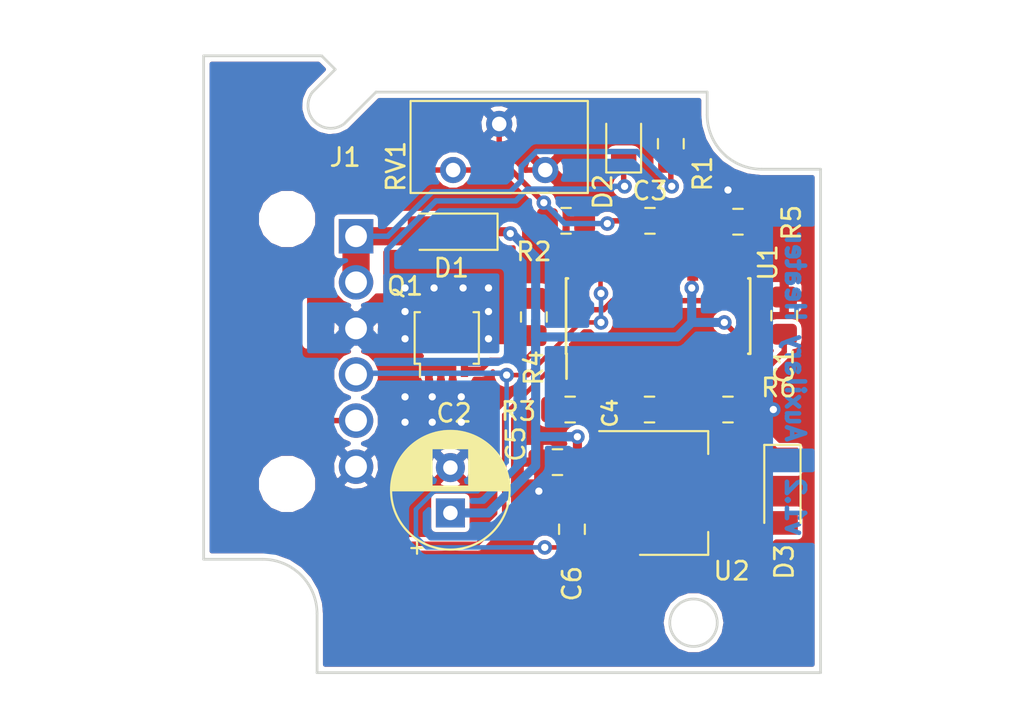
<source format=kicad_pcb>
(kicad_pcb (version 20171130) (host pcbnew "(5.0.2)-1")

  (general
    (thickness 1.6)
    (drawings 38)
    (tracks 205)
    (zones 0)
    (modules 20)
    (nets 14)
  )

  (page A4)
  (layers
    (0 Top signal)
    (31 GND signal)
    (32 B.Adhes user)
    (33 F.Adhes user)
    (34 B.Paste user)
    (35 F.Paste user)
    (36 B.SilkS user)
    (37 F.SilkS user)
    (38 B.Mask user)
    (39 F.Mask user)
    (40 Dwgs.User user)
    (41 Cmts.User user)
    (42 Eco1.User user)
    (43 Eco2.User user)
    (44 Edge.Cuts user)
    (45 Margin user)
    (46 B.CrtYd user)
    (47 F.CrtYd user)
    (48 B.Fab user)
    (49 F.Fab user)
  )

  (setup
    (last_trace_width 0.5)
    (user_trace_width 0.3)
    (user_trace_width 0.5)
    (user_trace_width 0.8)
    (user_trace_width 1)
    (user_trace_width 1.5)
    (trace_clearance 0.15)
    (zone_clearance 0.25)
    (zone_45_only no)
    (trace_min 0.15)
    (segment_width 0.2)
    (edge_width 0.15)
    (via_size 0.8)
    (via_drill 0.4)
    (via_min_size 0.4)
    (via_min_drill 0.3)
    (uvia_size 0.3)
    (uvia_drill 0.1)
    (uvias_allowed no)
    (uvia_min_size 0.2)
    (uvia_min_drill 0.1)
    (pcb_text_width 0.3)
    (pcb_text_size 1.5 1.5)
    (mod_edge_width 0.15)
    (mod_text_size 1 1)
    (mod_text_width 0.15)
    (pad_size 1.524 1.524)
    (pad_drill 0.762)
    (pad_to_mask_clearance 0.05)
    (solder_mask_min_width 0.25)
    (aux_axis_origin 0 0)
    (visible_elements 7FFFFFFF)
    (pcbplotparams
      (layerselection 0x010fc_ffffffff)
      (usegerberextensions true)
      (usegerberattributes false)
      (usegerberadvancedattributes false)
      (creategerberjobfile false)
      (excludeedgelayer false)
      (linewidth 0.100000)
      (plotframeref false)
      (viasonmask false)
      (mode 1)
      (useauxorigin false)
      (hpglpennumber 1)
      (hpglpenspeed 20)
      (hpglpendiameter 15.000000)
      (psnegative false)
      (psa4output false)
      (plotreference true)
      (plotvalue false)
      (plotinvisibletext false)
      (padsonsilk false)
      (subtractmaskfromsilk false)
      (outputformat 1)
      (mirror false)
      (drillshape 0)
      (scaleselection 1)
      (outputdirectory "gerber"))
  )

  (net 0 "")
  (net 1 KL31)
  (net 2 Poti_1)
  (net 3 "Net-(C4-Pad1)")
  (net 4 Heizung+)
  (net 5 Heizung-)
  (net 6 "Net-(D2-Pad2)")
  (net 7 "Net-(Q1-Pad4)")
  (net 8 "Net-(R3-Pad2)")
  (net 9 "Net-(R3-Pad1)")
  (net 10 "Net-(R4-Pad2)")
  (net 11 "Net-(R6-Pad1)")
  (net 12 Poti_2)
  (net 13 /VIN)

  (net_class Default "This is the default net class."
    (clearance 0.15)
    (trace_width 0.25)
    (via_dia 0.8)
    (via_drill 0.4)
    (uvia_dia 0.3)
    (uvia_drill 0.1)
    (add_net /VIN)
    (add_net Heizung+)
    (add_net Heizung-)
    (add_net KL31)
    (add_net "Net-(C4-Pad1)")
    (add_net "Net-(D2-Pad2)")
    (add_net "Net-(Q1-Pad4)")
    (add_net "Net-(R3-Pad1)")
    (add_net "Net-(R3-Pad2)")
    (add_net "Net-(R4-Pad2)")
    (add_net "Net-(R6-Pad1)")
    (add_net Poti_1)
    (add_net Poti_2)
  )

  (module Capacitor_SMD:C_0805_2012Metric_Pad1.15x1.40mm_HandSolder (layer Top) (tedit 5C76E929) (tstamp 5C776E2A)
    (at 156.075 107.5 180)
    (descr "Capacitor SMD 0805 (2012 Metric), square (rectangular) end terminal, IPC_7351 nominal with elongated pad for handsoldering. (Body size source: https://docs.google.com/spreadsheets/d/1BsfQQcO9C6DZCsRaXUlFlo91Tg2WpOkGARC1WS5S8t0/edit?usp=sharing), generated with kicad-footprint-generator")
    (tags "capacitor handsolder")
    (path /5B3C94B6)
    (attr smd)
    (fp_text reference C4 (at 2.175 -0.2 90) (layer F.SilkS)
      (effects (font (size 0.8 0.8) (thickness 0.15)))
    )
    (fp_text value 1u (at 0 1.65 180) (layer F.Fab)
      (effects (font (size 1 1) (thickness 0.15)))
    )
    (fp_line (start -1 0.6) (end -1 -0.6) (layer F.Fab) (width 0.1))
    (fp_line (start -1 -0.6) (end 1 -0.6) (layer F.Fab) (width 0.1))
    (fp_line (start 1 -0.6) (end 1 0.6) (layer F.Fab) (width 0.1))
    (fp_line (start 1 0.6) (end -1 0.6) (layer F.Fab) (width 0.1))
    (fp_line (start -0.261252 -0.71) (end 0.261252 -0.71) (layer F.SilkS) (width 0.12))
    (fp_line (start -0.261252 0.71) (end 0.261252 0.71) (layer F.SilkS) (width 0.12))
    (fp_line (start -1.85 0.95) (end -1.85 -0.95) (layer F.CrtYd) (width 0.05))
    (fp_line (start -1.85 -0.95) (end 1.85 -0.95) (layer F.CrtYd) (width 0.05))
    (fp_line (start 1.85 -0.95) (end 1.85 0.95) (layer F.CrtYd) (width 0.05))
    (fp_line (start 1.85 0.95) (end -1.85 0.95) (layer F.CrtYd) (width 0.05))
    (fp_text user %R (at 0 0 180) (layer F.Fab)
      (effects (font (size 0.5 0.5) (thickness 0.08)))
    )
    (pad 1 smd roundrect (at -1.025 0 180) (size 1.15 1.4) (layers Top F.Paste F.Mask) (roundrect_rratio 0.217391)
      (net 3 "Net-(C4-Pad1)"))
    (pad 2 smd roundrect (at 1.025 0 180) (size 1.15 1.4) (layers Top F.Paste F.Mask) (roundrect_rratio 0.217391)
      (net 1 KL31))
    (model ${KISYS3DMOD}/Capacitor_SMD.3dshapes/C_0805_2012Metric.wrl
      (at (xyz 0 0 0))
      (scale (xyz 1 1 1))
      (rotate (xyz 0 0 0))
    )
  )

  (module Capacitor_SMD:C_0805_2012Metric_Pad1.15x1.40mm_HandSolder (layer Top) (tedit 5B36C52B) (tstamp 5B5417C3)
    (at 163.5 102.325 90)
    (descr "Capacitor SMD 0805 (2012 Metric), square (rectangular) end terminal, IPC_7351 nominal with elongated pad for handsoldering. (Body size source: https://docs.google.com/spreadsheets/d/1BsfQQcO9C6DZCsRaXUlFlo91Tg2WpOkGARC1WS5S8t0/edit?usp=sharing), generated with kicad-footprint-generator")
    (tags "capacitor handsolder")
    (path /5B3BAE1A)
    (attr smd)
    (fp_text reference C1 (at -2.775 0 90) (layer F.SilkS)
      (effects (font (size 1 1) (thickness 0.15)))
    )
    (fp_text value 100n (at 0 1.65 90) (layer F.Fab)
      (effects (font (size 1 1) (thickness 0.15)))
    )
    (fp_line (start -1 0.6) (end -1 -0.6) (layer F.Fab) (width 0.1))
    (fp_line (start -1 -0.6) (end 1 -0.6) (layer F.Fab) (width 0.1))
    (fp_line (start 1 -0.6) (end 1 0.6) (layer F.Fab) (width 0.1))
    (fp_line (start 1 0.6) (end -1 0.6) (layer F.Fab) (width 0.1))
    (fp_line (start -0.261252 -0.71) (end 0.261252 -0.71) (layer F.SilkS) (width 0.12))
    (fp_line (start -0.261252 0.71) (end 0.261252 0.71) (layer F.SilkS) (width 0.12))
    (fp_line (start -1.85 0.95) (end -1.85 -0.95) (layer F.CrtYd) (width 0.05))
    (fp_line (start -1.85 -0.95) (end 1.85 -0.95) (layer F.CrtYd) (width 0.05))
    (fp_line (start 1.85 -0.95) (end 1.85 0.95) (layer F.CrtYd) (width 0.05))
    (fp_line (start 1.85 0.95) (end -1.85 0.95) (layer F.CrtYd) (width 0.05))
    (fp_text user %R (at 0 0 90) (layer F.Fab)
      (effects (font (size 0.5 0.5) (thickness 0.08)))
    )
    (pad 1 smd roundrect (at -1.025 0 90) (size 1.15 1.4) (layers Top F.Paste F.Mask) (roundrect_rratio 0.217391)
      (net 13 /VIN))
    (pad 2 smd roundrect (at 1.025 0 90) (size 1.15 1.4) (layers Top F.Paste F.Mask) (roundrect_rratio 0.217391)
      (net 1 KL31))
    (model ${KISYS3DMOD}/Capacitor_SMD.3dshapes/C_0805_2012Metric.wrl
      (at (xyz 0 0 0))
      (scale (xyz 1 1 1))
      (rotate (xyz 0 0 0))
    )
  )

  (module Capacitor_SMD:C_0805_2012Metric_Pad1.15x1.40mm_HandSolder (layer Top) (tedit 5B36C52B) (tstamp 5B54187D)
    (at 156.1 97.1)
    (descr "Capacitor SMD 0805 (2012 Metric), square (rectangular) end terminal, IPC_7351 nominal with elongated pad for handsoldering. (Body size source: https://docs.google.com/spreadsheets/d/1BsfQQcO9C6DZCsRaXUlFlo91Tg2WpOkGARC1WS5S8t0/edit?usp=sharing), generated with kicad-footprint-generator")
    (tags "capacitor handsolder")
    (path /5B3BDCCA)
    (attr smd)
    (fp_text reference C3 (at 0 -1.65) (layer F.SilkS)
      (effects (font (size 1 1) (thickness 0.15)))
    )
    (fp_text value 100n (at 0 1.65) (layer F.Fab)
      (effects (font (size 1 1) (thickness 0.15)))
    )
    (fp_text user %R (at 0 0) (layer F.Fab)
      (effects (font (size 0.5 0.5) (thickness 0.08)))
    )
    (fp_line (start 1.85 0.95) (end -1.85 0.95) (layer F.CrtYd) (width 0.05))
    (fp_line (start 1.85 -0.95) (end 1.85 0.95) (layer F.CrtYd) (width 0.05))
    (fp_line (start -1.85 -0.95) (end 1.85 -0.95) (layer F.CrtYd) (width 0.05))
    (fp_line (start -1.85 0.95) (end -1.85 -0.95) (layer F.CrtYd) (width 0.05))
    (fp_line (start -0.261252 0.71) (end 0.261252 0.71) (layer F.SilkS) (width 0.12))
    (fp_line (start -0.261252 -0.71) (end 0.261252 -0.71) (layer F.SilkS) (width 0.12))
    (fp_line (start 1 0.6) (end -1 0.6) (layer F.Fab) (width 0.1))
    (fp_line (start 1 -0.6) (end 1 0.6) (layer F.Fab) (width 0.1))
    (fp_line (start -1 -0.6) (end 1 -0.6) (layer F.Fab) (width 0.1))
    (fp_line (start -1 0.6) (end -1 -0.6) (layer F.Fab) (width 0.1))
    (pad 2 smd roundrect (at 1.025 0) (size 1.15 1.4) (layers Top F.Paste F.Mask) (roundrect_rratio 0.217391)
      (net 1 KL31))
    (pad 1 smd roundrect (at -1.025 0) (size 1.15 1.4) (layers Top F.Paste F.Mask) (roundrect_rratio 0.217391)
      (net 12 Poti_2))
    (model ${KISYS3DMOD}/Capacitor_SMD.3dshapes/C_0805_2012Metric.wrl
      (at (xyz 0 0 0))
      (scale (xyz 1 1 1))
      (rotate (xyz 0 0 0))
    )
  )

  (module Diode_SMD:D_MiniMELF (layer Top) (tedit 5905D8F5) (tstamp 5B54193F)
    (at 145.15 97.7 180)
    (descr "Diode Mini-MELF")
    (tags "Diode Mini-MELF")
    (path /5B3BA8F8)
    (attr smd)
    (fp_text reference D1 (at 0 -2 180) (layer F.SilkS)
      (effects (font (size 1 1) (thickness 0.15)))
    )
    (fp_text value LL4148 (at 0 1.75 180) (layer F.Fab)
      (effects (font (size 1 1) (thickness 0.15)))
    )
    (fp_text user %R (at 0 -2 180) (layer F.Fab)
      (effects (font (size 1 1) (thickness 0.15)))
    )
    (fp_line (start 1.75 -1) (end -2.55 -1) (layer F.SilkS) (width 0.12))
    (fp_line (start -2.55 -1) (end -2.55 1) (layer F.SilkS) (width 0.12))
    (fp_line (start -2.55 1) (end 1.75 1) (layer F.SilkS) (width 0.12))
    (fp_line (start 1.65 -0.8) (end 1.65 0.8) (layer F.Fab) (width 0.1))
    (fp_line (start 1.65 0.8) (end -1.65 0.8) (layer F.Fab) (width 0.1))
    (fp_line (start -1.65 0.8) (end -1.65 -0.8) (layer F.Fab) (width 0.1))
    (fp_line (start -1.65 -0.8) (end 1.65 -0.8) (layer F.Fab) (width 0.1))
    (fp_line (start 0.25 0) (end 0.75 0) (layer F.Fab) (width 0.1))
    (fp_line (start 0.25 0.4) (end -0.35 0) (layer F.Fab) (width 0.1))
    (fp_line (start 0.25 -0.4) (end 0.25 0.4) (layer F.Fab) (width 0.1))
    (fp_line (start -0.35 0) (end 0.25 -0.4) (layer F.Fab) (width 0.1))
    (fp_line (start -0.35 0) (end -0.35 0.55) (layer F.Fab) (width 0.1))
    (fp_line (start -0.35 0) (end -0.35 -0.55) (layer F.Fab) (width 0.1))
    (fp_line (start -0.75 0) (end -0.35 0) (layer F.Fab) (width 0.1))
    (fp_line (start -2.65 -1.1) (end 2.65 -1.1) (layer F.CrtYd) (width 0.05))
    (fp_line (start 2.65 -1.1) (end 2.65 1.1) (layer F.CrtYd) (width 0.05))
    (fp_line (start 2.65 1.1) (end -2.65 1.1) (layer F.CrtYd) (width 0.05))
    (fp_line (start -2.65 1.1) (end -2.65 -1.1) (layer F.CrtYd) (width 0.05))
    (pad 1 smd rect (at -1.75 0 180) (size 1.3 1.7) (layers Top F.Paste F.Mask)
      (net 13 /VIN))
    (pad 2 smd rect (at 1.75 0 180) (size 1.3 1.7) (layers Top F.Paste F.Mask)
      (net 4 Heizung+))
    (model ${KISYS3DMOD}/Diode_SMD.3dshapes/D_MiniMELF.wrl
      (at (xyz 0 0 0))
      (scale (xyz 1 1 1))
      (rotate (xyz 0 0 0))
    )
  )

  (module LED_SMD:LED_0805_2012Metric_Pad0.98x1.40mm_HandSolder (layer Top) (tedit 5B36C52C) (tstamp 5B541952)
    (at 154.65 92.75 90)
    (descr "LED SMD 0805 (2012 Metric), square (rectangular) end terminal, IPC_7351 nominal, (Body size source: https://docs.google.com/spreadsheets/d/1BsfQQcO9C6DZCsRaXUlFlo91Tg2WpOkGARC1WS5S8t0/edit?usp=sharing), generated with kicad-footprint-generator")
    (tags "LED handsolder")
    (path /5B3BA9D0)
    (attr smd)
    (fp_text reference D2 (at -2.75 -1.15 90) (layer F.SilkS)
      (effects (font (size 1 1) (thickness 0.15)))
    )
    (fp_text value LED (at 0 1.65 90) (layer F.Fab)
      (effects (font (size 1 1) (thickness 0.15)))
    )
    (fp_line (start 1 -0.6) (end -0.7 -0.6) (layer F.Fab) (width 0.1))
    (fp_line (start -0.7 -0.6) (end -1 -0.3) (layer F.Fab) (width 0.1))
    (fp_line (start -1 -0.3) (end -1 0.6) (layer F.Fab) (width 0.1))
    (fp_line (start -1 0.6) (end 1 0.6) (layer F.Fab) (width 0.1))
    (fp_line (start 1 0.6) (end 1 -0.6) (layer F.Fab) (width 0.1))
    (fp_line (start 1 -0.96) (end -1.685 -0.96) (layer F.SilkS) (width 0.12))
    (fp_line (start -1.685 -0.96) (end -1.685 0.96) (layer F.SilkS) (width 0.12))
    (fp_line (start -1.685 0.96) (end 1 0.96) (layer F.SilkS) (width 0.12))
    (fp_line (start -1.68 0.95) (end -1.68 -0.95) (layer F.CrtYd) (width 0.05))
    (fp_line (start -1.68 -0.95) (end 1.68 -0.95) (layer F.CrtYd) (width 0.05))
    (fp_line (start 1.68 -0.95) (end 1.68 0.95) (layer F.CrtYd) (width 0.05))
    (fp_line (start 1.68 0.95) (end -1.68 0.95) (layer F.CrtYd) (width 0.05))
    (fp_text user %R (at 0 0 90) (layer F.Fab)
      (effects (font (size 0.5 0.5) (thickness 0.08)))
    )
    (pad 1 smd roundrect (at -0.9375 0 90) (size 0.975 1.4) (layers Top F.Paste F.Mask) (roundrect_rratio 0.25)
      (net 5 Heizung-))
    (pad 2 smd roundrect (at 0.9375 0 90) (size 0.975 1.4) (layers Top F.Paste F.Mask) (roundrect_rratio 0.25)
      (net 6 "Net-(D2-Pad2)"))
    (model ${KISYS3DMOD}/LED_SMD.3dshapes/LED_0805_2012Metric.wrl
      (at (xyz 0 0 0))
      (scale (xyz 1 1 1))
      (rotate (xyz 0 0 0))
    )
  )

  (module Connector_TE-Connectivity:TE_MQS_936287-2_1x06_P2.54mm_Horizontal (layer Top) (tedit 5B3D3A72) (tstamp 5B54196C)
    (at 139.9 97.95 270)
    (descr http://www.te.com/commerce/DocumentDelivery/DDEController?Action=showdoc&DocId=Customer+Drawing%7F936287%7FA2%7Fpdf%7FEnglish%7FENG_CD_936287_A2.pdf)
    (tags "TE MQS")
    (path /5B3E35BC)
    (fp_text reference J1 (at -4.35 0.6) (layer F.SilkS)
      (effects (font (size 1 1) (thickness 0.15)))
    )
    (fp_text value Conn_01x06_Male (at 6.5 18.5 270) (layer F.Fab)
      (effects (font (size 1 1) (thickness 0.15)))
    )
    (fp_text user %R (at 6.35 3.81 270) (layer F.Fab)
      (effects (font (size 1 1) (thickness 0.15)))
    )
    (fp_line (start -5.08 3.302) (end -5.08 14.986) (layer F.Fab) (width 0.15))
    (fp_line (start -5.08 14.986) (end 16.51 14.986) (layer F.Fab) (width 0.15))
    (fp_line (start 16.51 14.986) (end 16.51 -1.016) (layer F.Fab) (width 0.15))
    (fp_line (start -3.556 -1.016) (end -3.556 3.302) (layer F.Fab) (width 0.15))
    (fp_line (start -3.556 3.302) (end -5.08 3.302) (layer F.Fab) (width 0.15))
    (fp_line (start 16.51 -1.016) (end 14.732 -1.016) (layer F.Fab) (width 0.15))
    (fp_line (start 14.732 -1.016) (end 14.732 1.524) (layer F.Fab) (width 0.15))
    (fp_line (start -3.556 -1.016) (end -2.032 -1.016) (layer F.Fab) (width 0.15))
    (fp_line (start -2.032 -1.016) (end -2.032 1.27) (layer F.Fab) (width 0.15))
    (fp_line (start -6 -1.5) (end 17 -1.5) (layer F.CrtYd) (width 0.05))
    (fp_line (start 17 -1.5) (end 17 15.5) (layer F.CrtYd) (width 0.05))
    (fp_line (start 17 15.5) (end -6 15.5) (layer F.CrtYd) (width 0.05))
    (fp_line (start -6 15.5) (end -6 -1.5) (layer F.CrtYd) (width 0.05))
    (pad 1 thru_hole rect (at 0 0 270) (size 1.9 1.9) (drill 1.2) (layers *.Cu *.Mask)
      (net 4 Heizung+))
    (pad 2 thru_hole circle (at 2.54 0 270) (size 1.9 1.9) (drill 1.2) (layers *.Cu *.Mask)
      (net 4 Heizung+))
    (pad 3 thru_hole circle (at 5.08 0 270) (size 1.9 1.9) (drill 1.2) (layers *.Cu *.Mask)
      (net 5 Heizung-))
    (pad 4 thru_hole circle (at 7.62 0 270) (size 1.9 1.9) (drill 1.2) (layers *.Cu *.Mask)
      (net 2 Poti_1))
    (pad 5 thru_hole circle (at 10.16 0 270) (size 1.9 1.9) (drill 1.2) (layers *.Cu *.Mask)
      (net 12 Poti_2))
    (pad 6 thru_hole circle (at 12.7 0 270) (size 1.9 1.9) (drill 1.2) (layers *.Cu *.Mask)
      (net 1 KL31))
    (pad "" np_thru_hole circle (at -0.95 3.8 270) (size 2.6 2.6) (drill 2.6) (layers *.Cu *.Mask))
    (pad "" np_thru_hole circle (at 13.65 3.8 270) (size 2.6 2.6) (drill 2.6) (layers *.Cu *.Mask))
    (model ${KIPRJMOD}/c-936287-2-a-3d.stp
      (offset (xyz 6.35 -4.45 3.5))
      (scale (xyz 1 1 1))
      (rotate (xyz -90 0 0))
    )
  )

  (module Package_TO_SOT_SMD:LFPAK33 (layer Top) (tedit 5A710896) (tstamp 5B541996)
    (at 144.9 103.755 90)
    (descr "LFPAK33 SOT-1210 https://assets.nexperia.com/documents/outline-drawing/SOT1210.pdf")
    (tags "LFPAK33 SOT-1210")
    (path /5B3F546F)
    (solder_mask_margin 0.05)
    (attr smd)
    (fp_text reference Q1 (at 3.055 -2.3 180) (layer F.SilkS)
      (effects (font (size 1 1) (thickness 0.15)))
    )
    (fp_text value BUK9M9R1-40EX (at 0 2.64 90) (layer F.Fab)
      (effects (font (size 1 1) (thickness 0.15)))
    )
    (fp_text user %R (at 0 0 180) (layer F.Fab)
      (effects (font (size 0.75 0.75) (thickness 0.13)))
    )
    (fp_line (start -1.22 1.475) (end -1.22 1.77) (layer F.SilkS) (width 0.12))
    (fp_line (start -1.22 1.77) (end 1.62 1.77) (layer F.SilkS) (width 0.12))
    (fp_line (start 1.62 1.77) (end 1.62 1.475) (layer F.SilkS) (width 0.12))
    (fp_line (start 1.62 -1.475) (end 1.62 -1.77) (layer F.SilkS) (width 0.12))
    (fp_line (start 1.62 -1.77) (end -1.22 -1.77) (layer F.SilkS) (width 0.12))
    (fp_line (start -1.22 -1.77) (end -1.22 -1.475) (layer F.SilkS) (width 0.12))
    (fp_line (start -0.6 -1.65) (end 1.5 -1.65) (layer F.Fab) (width 0.1))
    (fp_line (start -1.1 -1.15) (end -1.1 1.65) (layer F.Fab) (width 0.1))
    (fp_line (start -1.1 1.65) (end 1.5 1.65) (layer F.Fab) (width 0.1))
    (fp_line (start 1.5 1.65) (end 1.5 -1.65) (layer F.Fab) (width 0.1))
    (fp_line (start 2.2 -1.9) (end 2.2 1.9) (layer F.CrtYd) (width 0.05))
    (fp_line (start -2.2 -1.9) (end 2.2 -1.9) (layer F.CrtYd) (width 0.05))
    (fp_line (start -2.2 1.9) (end 2.2 1.9) (layer F.CrtYd) (width 0.05))
    (fp_line (start -2.2 1.9) (end -2.2 -1.9) (layer F.CrtYd) (width 0.05))
    (fp_line (start -1.95 -1.475) (end -1.22 -1.475) (layer F.SilkS) (width 0.12))
    (fp_line (start -0.6 -1.65) (end -1.1 -1.15) (layer F.Fab) (width 0.1))
    (pad "" smd rect (at -0.215 -0.626 90) (size 0.51 0.635) (layers F.Paste))
    (pad "" smd rect (at 0.645 -0.626 90) (size 0.51 0.635) (layers F.Paste))
    (pad "" smd rect (at -0.215 0.626 90) (size 0.51 0.635) (layers F.Paste))
    (pad "" smd rect (at 0.645 0.626 90) (size 0.51 0.635) (layers F.Paste))
    (pad 5 smd rect (at 1.575 -0.975 90) (size 0.75 0.4) (layers Top F.Mask)
      (net 5 Heizung-))
    (pad 5 smd rect (at 1.575 0.975 90) (size 0.75 0.4) (layers Top F.Mask)
      (net 5 Heizung-))
    (pad 5 smd rect (at 1.575 -0.325 90) (size 0.75 0.4) (layers Top F.Mask)
      (net 5 Heizung-))
    (pad 2 smd rect (at -1.535 -0.325 90) (size 0.83 0.4) (layers Top F.Mask)
      (net 1 KL31))
    (pad 1 smd rect (at -1.535 -0.975 90) (size 0.83 0.4) (layers Top F.Mask)
      (net 1 KL31))
    (pad 3 smd rect (at -1.535 0.325 90) (size 0.83 0.4) (layers Top F.Mask)
      (net 1 KL31))
    (pad 5 smd rect (at 0.405 0 90) (size 1.85 2.25) (layers Top F.Mask)
      (net 5 Heizung-))
    (pad "" smd rect (at -1.535 0.975 90) (size 0.83 0.3) (layers F.Paste))
    (pad 5 smd rect (at 1.575 0.325 90) (size 0.75 0.4) (layers Top F.Mask)
      (net 5 Heizung-))
    (pad 4 smd rect (at -1.535 0.975 90) (size 0.83 0.4) (layers Top F.Mask)
      (net 7 "Net-(Q1-Pad4)"))
    (pad "" smd rect (at -1.535 0.325 90) (size 0.83 0.3) (layers F.Paste))
    (pad "" smd rect (at -1.535 -0.325 90) (size 0.83 0.3) (layers F.Paste))
    (pad "" smd rect (at -1.535 -0.975 90) (size 0.83 0.3) (layers F.Paste))
    (pad "" smd rect (at 1.575 -0.975 90) (size 0.75 0.3) (layers F.Paste))
    (pad "" smd rect (at 1.575 -0.325 90) (size 0.75 0.3) (layers F.Paste))
    (pad "" smd rect (at 1.575 0.325 90) (size 0.75 0.3) (layers F.Paste))
    (pad "" smd rect (at 1.575 0.975 90) (size 0.75 0.3) (layers F.Paste))
    (model ${KISYS3DMOD}/Package_TO_SOT_SMD.3dshapes/LFPAK33.wrl
      (at (xyz 0 0 0))
      (scale (xyz 1 1 1))
      (rotate (xyz 0 0 0))
    )
  )

  (module Resistor_SMD:R_0805_2012Metric_Pad1.15x1.40mm_HandSolder (layer Top) (tedit 5B36C52B) (tstamp 5B5419A7)
    (at 157.25 92.85 90)
    (descr "Resistor SMD 0805 (2012 Metric), square (rectangular) end terminal, IPC_7351 nominal with elongated pad for handsoldering. (Body size source: https://docs.google.com/spreadsheets/d/1BsfQQcO9C6DZCsRaXUlFlo91Tg2WpOkGARC1WS5S8t0/edit?usp=sharing), generated with kicad-footprint-generator")
    (tags "resistor handsolder")
    (path /5B3BA949)
    (attr smd)
    (fp_text reference R1 (at -1.65 1.75 90) (layer F.SilkS)
      (effects (font (size 1 1) (thickness 0.15)))
    )
    (fp_text value 1k (at 0 1.65 90) (layer F.Fab)
      (effects (font (size 1 1) (thickness 0.15)))
    )
    (fp_line (start -1 0.6) (end -1 -0.6) (layer F.Fab) (width 0.1))
    (fp_line (start -1 -0.6) (end 1 -0.6) (layer F.Fab) (width 0.1))
    (fp_line (start 1 -0.6) (end 1 0.6) (layer F.Fab) (width 0.1))
    (fp_line (start 1 0.6) (end -1 0.6) (layer F.Fab) (width 0.1))
    (fp_line (start -0.261252 -0.71) (end 0.261252 -0.71) (layer F.SilkS) (width 0.12))
    (fp_line (start -0.261252 0.71) (end 0.261252 0.71) (layer F.SilkS) (width 0.12))
    (fp_line (start -1.85 0.95) (end -1.85 -0.95) (layer F.CrtYd) (width 0.05))
    (fp_line (start -1.85 -0.95) (end 1.85 -0.95) (layer F.CrtYd) (width 0.05))
    (fp_line (start 1.85 -0.95) (end 1.85 0.95) (layer F.CrtYd) (width 0.05))
    (fp_line (start 1.85 0.95) (end -1.85 0.95) (layer F.CrtYd) (width 0.05))
    (fp_text user %R (at 0 0 90) (layer F.Fab)
      (effects (font (size 0.5 0.5) (thickness 0.08)))
    )
    (pad 1 smd roundrect (at -1.025 0 90) (size 1.15 1.4) (layers Top F.Paste F.Mask) (roundrect_rratio 0.217391)
      (net 4 Heizung+))
    (pad 2 smd roundrect (at 1.025 0 90) (size 1.15 1.4) (layers Top F.Paste F.Mask) (roundrect_rratio 0.217391)
      (net 6 "Net-(D2-Pad2)"))
    (model ${KISYS3DMOD}/Resistor_SMD.3dshapes/R_0805_2012Metric.wrl
      (at (xyz 0 0 0))
      (scale (xyz 1 1 1))
      (rotate (xyz 0 0 0))
    )
  )

  (module Resistor_SMD:R_0805_2012Metric_Pad1.15x1.40mm_HandSolder (layer Top) (tedit 5B36C52B) (tstamp 5B5419B8)
    (at 151.475 97.1)
    (descr "Resistor SMD 0805 (2012 Metric), square (rectangular) end terminal, IPC_7351 nominal with elongated pad for handsoldering. (Body size source: https://docs.google.com/spreadsheets/d/1BsfQQcO9C6DZCsRaXUlFlo91Tg2WpOkGARC1WS5S8t0/edit?usp=sharing), generated with kicad-footprint-generator")
    (tags "resistor handsolder")
    (path /5B3BDC61)
    (attr smd)
    (fp_text reference R2 (at -1.775 1.7) (layer F.SilkS)
      (effects (font (size 1 1) (thickness 0.15)))
    )
    (fp_text value R (at 0 1.65) (layer F.Fab)
      (effects (font (size 1 1) (thickness 0.15)))
    )
    (fp_text user %R (at 0 0) (layer F.Fab)
      (effects (font (size 0.5 0.5) (thickness 0.08)))
    )
    (fp_line (start 1.85 0.95) (end -1.85 0.95) (layer F.CrtYd) (width 0.05))
    (fp_line (start 1.85 -0.95) (end 1.85 0.95) (layer F.CrtYd) (width 0.05))
    (fp_line (start -1.85 -0.95) (end 1.85 -0.95) (layer F.CrtYd) (width 0.05))
    (fp_line (start -1.85 0.95) (end -1.85 -0.95) (layer F.CrtYd) (width 0.05))
    (fp_line (start -0.261252 0.71) (end 0.261252 0.71) (layer F.SilkS) (width 0.12))
    (fp_line (start -0.261252 -0.71) (end 0.261252 -0.71) (layer F.SilkS) (width 0.12))
    (fp_line (start 1 0.6) (end -1 0.6) (layer F.Fab) (width 0.1))
    (fp_line (start 1 -0.6) (end 1 0.6) (layer F.Fab) (width 0.1))
    (fp_line (start -1 -0.6) (end 1 -0.6) (layer F.Fab) (width 0.1))
    (fp_line (start -1 0.6) (end -1 -0.6) (layer F.Fab) (width 0.1))
    (pad 2 smd roundrect (at 1.025 0) (size 1.15 1.4) (layers Top F.Paste F.Mask) (roundrect_rratio 0.217391)
      (net 1 KL31))
    (pad 1 smd roundrect (at -1.025 0) (size 1.15 1.4) (layers Top F.Paste F.Mask) (roundrect_rratio 0.217391)
      (net 12 Poti_2))
    (model ${KISYS3DMOD}/Resistor_SMD.3dshapes/R_0805_2012Metric.wrl
      (at (xyz 0 0 0))
      (scale (xyz 1 1 1))
      (rotate (xyz 0 0 0))
    )
  )

  (module Resistor_SMD:R_0805_2012Metric_Pad1.15x1.40mm_HandSolder (layer Top) (tedit 5B36C52B) (tstamp 5B5419C9)
    (at 151.7 107.5)
    (descr "Resistor SMD 0805 (2012 Metric), square (rectangular) end terminal, IPC_7351 nominal with elongated pad for handsoldering. (Body size source: https://docs.google.com/spreadsheets/d/1BsfQQcO9C6DZCsRaXUlFlo91Tg2WpOkGARC1WS5S8t0/edit?usp=sharing), generated with kicad-footprint-generator")
    (tags "resistor handsolder")
    (path /5B3D6DA6)
    (attr smd)
    (fp_text reference R3 (at -2.85 0.1) (layer F.SilkS)
      (effects (font (size 1 1) (thickness 0.15)))
    )
    (fp_text value 1k (at 0 1.65) (layer F.Fab)
      (effects (font (size 1 1) (thickness 0.15)))
    )
    (fp_text user %R (at 0 0) (layer F.Fab)
      (effects (font (size 0.5 0.5) (thickness 0.08)))
    )
    (fp_line (start 1.85 0.95) (end -1.85 0.95) (layer F.CrtYd) (width 0.05))
    (fp_line (start 1.85 -0.95) (end 1.85 0.95) (layer F.CrtYd) (width 0.05))
    (fp_line (start -1.85 -0.95) (end 1.85 -0.95) (layer F.CrtYd) (width 0.05))
    (fp_line (start -1.85 0.95) (end -1.85 -0.95) (layer F.CrtYd) (width 0.05))
    (fp_line (start -0.261252 0.71) (end 0.261252 0.71) (layer F.SilkS) (width 0.12))
    (fp_line (start -0.261252 -0.71) (end 0.261252 -0.71) (layer F.SilkS) (width 0.12))
    (fp_line (start 1 0.6) (end -1 0.6) (layer F.Fab) (width 0.1))
    (fp_line (start 1 -0.6) (end 1 0.6) (layer F.Fab) (width 0.1))
    (fp_line (start -1 -0.6) (end 1 -0.6) (layer F.Fab) (width 0.1))
    (fp_line (start -1 0.6) (end -1 -0.6) (layer F.Fab) (width 0.1))
    (pad 2 smd roundrect (at 1.025 0) (size 1.15 1.4) (layers Top F.Paste F.Mask) (roundrect_rratio 0.217391)
      (net 8 "Net-(R3-Pad2)"))
    (pad 1 smd roundrect (at -1.025 0) (size 1.15 1.4) (layers Top F.Paste F.Mask) (roundrect_rratio 0.217391)
      (net 9 "Net-(R3-Pad1)"))
    (model ${KISYS3DMOD}/Resistor_SMD.3dshapes/R_0805_2012Metric.wrl
      (at (xyz 0 0 0))
      (scale (xyz 1 1 1))
      (rotate (xyz 0 0 0))
    )
  )

  (module Resistor_SMD:R_0805_2012Metric_Pad1.15x1.40mm_HandSolder (layer Top) (tedit 5B36C52B) (tstamp 5B5419DA)
    (at 149.7 102.4 90)
    (descr "Resistor SMD 0805 (2012 Metric), square (rectangular) end terminal, IPC_7351 nominal with elongated pad for handsoldering. (Body size source: https://docs.google.com/spreadsheets/d/1BsfQQcO9C6DZCsRaXUlFlo91Tg2WpOkGARC1WS5S8t0/edit?usp=sharing), generated with kicad-footprint-generator")
    (tags "resistor handsolder")
    (path /5B3BAB8F)
    (attr smd)
    (fp_text reference R4 (at -2.8 0 90) (layer F.SilkS)
      (effects (font (size 1 1) (thickness 0.15)))
    )
    (fp_text value 15k (at 0 1.65 90) (layer F.Fab)
      (effects (font (size 1 1) (thickness 0.15)))
    )
    (fp_line (start -1 0.6) (end -1 -0.6) (layer F.Fab) (width 0.1))
    (fp_line (start -1 -0.6) (end 1 -0.6) (layer F.Fab) (width 0.1))
    (fp_line (start 1 -0.6) (end 1 0.6) (layer F.Fab) (width 0.1))
    (fp_line (start 1 0.6) (end -1 0.6) (layer F.Fab) (width 0.1))
    (fp_line (start -0.261252 -0.71) (end 0.261252 -0.71) (layer F.SilkS) (width 0.12))
    (fp_line (start -0.261252 0.71) (end 0.261252 0.71) (layer F.SilkS) (width 0.12))
    (fp_line (start -1.85 0.95) (end -1.85 -0.95) (layer F.CrtYd) (width 0.05))
    (fp_line (start -1.85 -0.95) (end 1.85 -0.95) (layer F.CrtYd) (width 0.05))
    (fp_line (start 1.85 -0.95) (end 1.85 0.95) (layer F.CrtYd) (width 0.05))
    (fp_line (start 1.85 0.95) (end -1.85 0.95) (layer F.CrtYd) (width 0.05))
    (fp_text user %R (at 0 0 90) (layer F.Fab)
      (effects (font (size 0.5 0.5) (thickness 0.08)))
    )
    (pad 1 smd roundrect (at -1.025 0 90) (size 1.15 1.4) (layers Top F.Paste F.Mask) (roundrect_rratio 0.217391)
      (net 7 "Net-(Q1-Pad4)"))
    (pad 2 smd roundrect (at 1.025 0 90) (size 1.15 1.4) (layers Top F.Paste F.Mask) (roundrect_rratio 0.217391)
      (net 10 "Net-(R4-Pad2)"))
    (model ${KISYS3DMOD}/Resistor_SMD.3dshapes/R_0805_2012Metric.wrl
      (at (xyz 0 0 0))
      (scale (xyz 1 1 1))
      (rotate (xyz 0 0 0))
    )
  )

  (module Resistor_SMD:R_0805_2012Metric_Pad1.15x1.40mm_HandSolder (layer Top) (tedit 5B36C52B) (tstamp 5B5419EB)
    (at 160.95 97.15)
    (descr "Resistor SMD 0805 (2012 Metric), square (rectangular) end terminal, IPC_7351 nominal with elongated pad for handsoldering. (Body size source: https://docs.google.com/spreadsheets/d/1BsfQQcO9C6DZCsRaXUlFlo91Tg2WpOkGARC1WS5S8t0/edit?usp=sharing), generated with kicad-footprint-generator")
    (tags "resistor handsolder")
    (path /5B3BAB57)
    (attr smd)
    (fp_text reference R5 (at 2.95 0.05 90) (layer F.SilkS)
      (effects (font (size 1 1) (thickness 0.15)))
    )
    (fp_text value 1k8 (at 0 1.65) (layer F.Fab)
      (effects (font (size 1 1) (thickness 0.15)))
    )
    (fp_text user %R (at 0 0) (layer F.Fab)
      (effects (font (size 0.5 0.5) (thickness 0.08)))
    )
    (fp_line (start 1.85 0.95) (end -1.85 0.95) (layer F.CrtYd) (width 0.05))
    (fp_line (start 1.85 -0.95) (end 1.85 0.95) (layer F.CrtYd) (width 0.05))
    (fp_line (start -1.85 -0.95) (end 1.85 -0.95) (layer F.CrtYd) (width 0.05))
    (fp_line (start -1.85 0.95) (end -1.85 -0.95) (layer F.CrtYd) (width 0.05))
    (fp_line (start -0.261252 0.71) (end 0.261252 0.71) (layer F.SilkS) (width 0.12))
    (fp_line (start -0.261252 -0.71) (end 0.261252 -0.71) (layer F.SilkS) (width 0.12))
    (fp_line (start 1 0.6) (end -1 0.6) (layer F.Fab) (width 0.1))
    (fp_line (start 1 -0.6) (end 1 0.6) (layer F.Fab) (width 0.1))
    (fp_line (start -1 -0.6) (end 1 -0.6) (layer F.Fab) (width 0.1))
    (fp_line (start -1 0.6) (end -1 -0.6) (layer F.Fab) (width 0.1))
    (pad 2 smd roundrect (at 1.025 0) (size 1.15 1.4) (layers Top F.Paste F.Mask) (roundrect_rratio 0.217391)
      (net 1 KL31))
    (pad 1 smd roundrect (at -1.025 0) (size 1.15 1.4) (layers Top F.Paste F.Mask) (roundrect_rratio 0.217391)
      (net 10 "Net-(R4-Pad2)"))
    (model ${KISYS3DMOD}/Resistor_SMD.3dshapes/R_0805_2012Metric.wrl
      (at (xyz 0 0 0))
      (scale (xyz 1 1 1))
      (rotate (xyz 0 0 0))
    )
  )

  (module Resistor_SMD:R_0805_2012Metric_Pad1.15x1.40mm_HandSolder (layer Top) (tedit 5B36C52B) (tstamp 5B5419FC)
    (at 160.4 107.5)
    (descr "Resistor SMD 0805 (2012 Metric), square (rectangular) end terminal, IPC_7351 nominal with elongated pad for handsoldering. (Body size source: https://docs.google.com/spreadsheets/d/1BsfQQcO9C6DZCsRaXUlFlo91Tg2WpOkGARC1WS5S8t0/edit?usp=sharing), generated with kicad-footprint-generator")
    (tags "resistor handsolder")
    (path /5B3CCBCB)
    (attr smd)
    (fp_text reference R6 (at 2.8 -1.2) (layer F.SilkS)
      (effects (font (size 1 1) (thickness 0.15)))
    )
    (fp_text value 1k (at 0 1.65) (layer F.Fab)
      (effects (font (size 1 1) (thickness 0.15)))
    )
    (fp_line (start -1 0.6) (end -1 -0.6) (layer F.Fab) (width 0.1))
    (fp_line (start -1 -0.6) (end 1 -0.6) (layer F.Fab) (width 0.1))
    (fp_line (start 1 -0.6) (end 1 0.6) (layer F.Fab) (width 0.1))
    (fp_line (start 1 0.6) (end -1 0.6) (layer F.Fab) (width 0.1))
    (fp_line (start -0.261252 -0.71) (end 0.261252 -0.71) (layer F.SilkS) (width 0.12))
    (fp_line (start -0.261252 0.71) (end 0.261252 0.71) (layer F.SilkS) (width 0.12))
    (fp_line (start -1.85 0.95) (end -1.85 -0.95) (layer F.CrtYd) (width 0.05))
    (fp_line (start -1.85 -0.95) (end 1.85 -0.95) (layer F.CrtYd) (width 0.05))
    (fp_line (start 1.85 -0.95) (end 1.85 0.95) (layer F.CrtYd) (width 0.05))
    (fp_line (start 1.85 0.95) (end -1.85 0.95) (layer F.CrtYd) (width 0.05))
    (fp_text user %R (at 0 0) (layer F.Fab)
      (effects (font (size 0.5 0.5) (thickness 0.08)))
    )
    (pad 1 smd roundrect (at -1.025 0) (size 1.15 1.4) (layers Top F.Paste F.Mask) (roundrect_rratio 0.217391)
      (net 11 "Net-(R6-Pad1)"))
    (pad 2 smd roundrect (at 1.025 0) (size 1.15 1.4) (layers Top F.Paste F.Mask) (roundrect_rratio 0.217391)
      (net 1 KL31))
    (model ${KISYS3DMOD}/Resistor_SMD.3dshapes/R_0805_2012Metric.wrl
      (at (xyz 0 0 0))
      (scale (xyz 1 1 1))
      (rotate (xyz 0 0 0))
    )
  )

  (module Potentiometer_THT:Potentiometer_Bourns_3386X_Horizontal (layer Top) (tedit 5AA07388) (tstamp 5B5435C6)
    (at 145.25 94.3 90)
    (descr "Potentiometer, horizontal, Bourns 3386X, https://www.bourns.com/pdfs/3386.pdf")
    (tags "Potentiometer horizontal Bourns 3386X")
    (path /5B3BF5CE)
    (fp_text reference RV1 (at 0.2 -3.15 90) (layer F.SilkS)
      (effects (font (size 1 1) (thickness 0.15)))
    )
    (fp_text value 200R (at 0 8.555 90) (layer F.Fab)
      (effects (font (size 1 1) (thickness 0.15)))
    )
    (fp_line (start 3.685 -2.225) (end 3.685 7.305) (layer F.Fab) (width 0.1))
    (fp_line (start 3.685 7.305) (end -1.145 7.305) (layer F.Fab) (width 0.1))
    (fp_line (start -1.145 7.305) (end -1.145 -2.225) (layer F.Fab) (width 0.1))
    (fp_line (start -1.145 -2.225) (end 3.685 -2.225) (layer F.Fab) (width 0.1))
    (fp_line (start -1.265 -2.345) (end 3.805 -2.345) (layer F.SilkS) (width 0.12))
    (fp_line (start -1.265 7.425) (end 3.805 7.425) (layer F.SilkS) (width 0.12))
    (fp_line (start 3.805 -2.345) (end 3.805 7.425) (layer F.SilkS) (width 0.12))
    (fp_line (start -1.265 -2.345) (end -1.265 7.425) (layer F.SilkS) (width 0.12))
    (fp_line (start -1.4 -2.48) (end -1.4 7.56) (layer F.CrtYd) (width 0.05))
    (fp_line (start -1.4 7.56) (end 3.94 7.56) (layer F.CrtYd) (width 0.05))
    (fp_line (start 3.94 7.56) (end 3.94 -2.48) (layer F.CrtYd) (width 0.05))
    (fp_line (start 3.94 -2.48) (end -1.4 -2.48) (layer F.CrtYd) (width 0.05))
    (fp_text user %R (at 1.27 2.54 90) (layer F.Fab)
      (effects (font (size 1 1) (thickness 0.15)))
    )
    (pad 3 thru_hole circle (at 0 5.08 90) (size 1.44 1.44) (drill 0.8) (layers *.Cu *.Mask)
      (net 1 KL31))
    (pad 2 thru_hole circle (at 2.54 2.54 90) (size 1.44 1.44) (drill 0.8) (layers *.Cu *.Mask)
      (net 1 KL31))
    (pad 1 thru_hole circle (at 0 0 90) (size 1.44 1.44) (drill 0.8) (layers *.Cu *.Mask)
      (net 12 Poti_2))
    (model ${KISYS3DMOD}/Potentiometer_THT.3dshapes/Potentiometer_Bourns_3386X_Horizontal.wrl
      (at (xyz 0 0 0))
      (scale (xyz 1 1 1))
      (rotate (xyz 0 0 0))
    )
  )

  (module Package_SO:SOIC-16_3.9x9.9mm_P1.27mm (layer Top) (tedit 5A02F2D3) (tstamp 5B541A35)
    (at 156.55 102.35 90)
    (descr "16-Lead Plastic Small Outline (SL) - Narrow, 3.90 mm Body [SOIC] (see Microchip Packaging Specification 00000049BS.pdf)")
    (tags "SOIC 1.27")
    (path /5B3BA59D)
    (attr smd)
    (fp_text reference U1 (at 2.95 6.05 90) (layer F.SilkS)
      (effects (font (size 1 1) (thickness 0.15)))
    )
    (fp_text value TL494 (at 0 6 90) (layer F.Fab)
      (effects (font (size 1 1) (thickness 0.15)))
    )
    (fp_text user %R (at 0 0 90) (layer F.Fab)
      (effects (font (size 0.9 0.9) (thickness 0.135)))
    )
    (fp_line (start -0.95 -4.95) (end 1.95 -4.95) (layer F.Fab) (width 0.15))
    (fp_line (start 1.95 -4.95) (end 1.95 4.95) (layer F.Fab) (width 0.15))
    (fp_line (start 1.95 4.95) (end -1.95 4.95) (layer F.Fab) (width 0.15))
    (fp_line (start -1.95 4.95) (end -1.95 -3.95) (layer F.Fab) (width 0.15))
    (fp_line (start -1.95 -3.95) (end -0.95 -4.95) (layer F.Fab) (width 0.15))
    (fp_line (start -3.7 -5.25) (end -3.7 5.25) (layer F.CrtYd) (width 0.05))
    (fp_line (start 3.7 -5.25) (end 3.7 5.25) (layer F.CrtYd) (width 0.05))
    (fp_line (start -3.7 -5.25) (end 3.7 -5.25) (layer F.CrtYd) (width 0.05))
    (fp_line (start -3.7 5.25) (end 3.7 5.25) (layer F.CrtYd) (width 0.05))
    (fp_line (start -2.075 -5.075) (end -2.075 -5.05) (layer F.SilkS) (width 0.15))
    (fp_line (start 2.075 -5.075) (end 2.075 -4.97) (layer F.SilkS) (width 0.15))
    (fp_line (start 2.075 5.075) (end 2.075 4.97) (layer F.SilkS) (width 0.15))
    (fp_line (start -2.075 5.075) (end -2.075 4.97) (layer F.SilkS) (width 0.15))
    (fp_line (start -2.075 -5.075) (end 2.075 -5.075) (layer F.SilkS) (width 0.15))
    (fp_line (start -2.075 5.075) (end 2.075 5.075) (layer F.SilkS) (width 0.15))
    (fp_line (start -2.075 -5.05) (end -3.45 -5.05) (layer F.SilkS) (width 0.15))
    (pad 1 smd rect (at -2.7 -4.445 90) (size 1.5 0.6) (layers Top F.Paste F.Mask)
      (net 12 Poti_2))
    (pad 2 smd rect (at -2.7 -3.175 90) (size 1.5 0.6) (layers Top F.Paste F.Mask)
      (net 9 "Net-(R3-Pad1)"))
    (pad 3 smd rect (at -2.7 -1.905 90) (size 1.5 0.6) (layers Top F.Paste F.Mask)
      (net 8 "Net-(R3-Pad2)"))
    (pad 4 smd rect (at -2.7 -0.635 90) (size 1.5 0.6) (layers Top F.Paste F.Mask)
      (net 1 KL31))
    (pad 5 smd rect (at -2.7 0.635 90) (size 1.5 0.6) (layers Top F.Paste F.Mask)
      (net 3 "Net-(C4-Pad1)"))
    (pad 6 smd rect (at -2.7 1.905 90) (size 1.5 0.6) (layers Top F.Paste F.Mask)
      (net 11 "Net-(R6-Pad1)"))
    (pad 7 smd rect (at -2.7 3.175 90) (size 1.5 0.6) (layers Top F.Paste F.Mask)
      (net 1 KL31))
    (pad 8 smd rect (at -2.7 4.445 90) (size 1.5 0.6) (layers Top F.Paste F.Mask)
      (net 13 /VIN))
    (pad 9 smd rect (at 2.7 4.445 90) (size 1.5 0.6) (layers Top F.Paste F.Mask)
      (net 10 "Net-(R4-Pad2)"))
    (pad 10 smd rect (at 2.7 3.175 90) (size 1.5 0.6) (layers Top F.Paste F.Mask)
      (net 10 "Net-(R4-Pad2)"))
    (pad 11 smd rect (at 2.7 1.905 90) (size 1.5 0.6) (layers Top F.Paste F.Mask)
      (net 13 /VIN))
    (pad 12 smd rect (at 2.7 0.635 90) (size 1.5 0.6) (layers Top F.Paste F.Mask)
      (net 13 /VIN))
    (pad 13 smd rect (at 2.7 -0.635 90) (size 1.5 0.6) (layers Top F.Paste F.Mask)
      (net 1 KL31))
    (pad 14 smd rect (at 2.7 -1.905 90) (size 1.5 0.6) (layers Top F.Paste F.Mask))
    (pad 15 smd rect (at 2.7 -3.175 90) (size 1.5 0.6) (layers Top F.Paste F.Mask)
      (net 2 Poti_1))
    (pad 16 smd rect (at 2.7 -4.445 90) (size 1.5 0.6) (layers Top F.Paste F.Mask)
      (net 1 KL31))
    (model ${KISYS3DMOD}/Package_SO.3dshapes/SOIC-16_3.9x9.9mm_P1.27mm.wrl
      (at (xyz 0 0 0))
      (scale (xyz 1 1 1))
      (rotate (xyz 0 0 0))
    )
  )

  (module Capacitor_SMD:C_0805_2012Metric_Pad1.15x1.40mm_HandSolder (layer Top) (tedit 5B36C52B) (tstamp 5C770B3C)
    (at 151 110.4 180)
    (descr "Capacitor SMD 0805 (2012 Metric), square (rectangular) end terminal, IPC_7351 nominal with elongated pad for handsoldering. (Body size source: https://docs.google.com/spreadsheets/d/1BsfQQcO9C6DZCsRaXUlFlo91Tg2WpOkGARC1WS5S8t0/edit?usp=sharing), generated with kicad-footprint-generator")
    (tags "capacitor handsolder")
    (path /5C776318)
    (attr smd)
    (fp_text reference C5 (at 2.3 1 270) (layer F.SilkS)
      (effects (font (size 1 1) (thickness 0.15)))
    )
    (fp_text value 330n (at 0 1.65 180) (layer F.Fab)
      (effects (font (size 1 1) (thickness 0.15)))
    )
    (fp_text user %R (at 0 0 180) (layer F.Fab)
      (effects (font (size 0.5 0.5) (thickness 0.08)))
    )
    (fp_line (start 1.85 0.95) (end -1.85 0.95) (layer F.CrtYd) (width 0.05))
    (fp_line (start 1.85 -0.95) (end 1.85 0.95) (layer F.CrtYd) (width 0.05))
    (fp_line (start -1.85 -0.95) (end 1.85 -0.95) (layer F.CrtYd) (width 0.05))
    (fp_line (start -1.85 0.95) (end -1.85 -0.95) (layer F.CrtYd) (width 0.05))
    (fp_line (start -0.261252 0.71) (end 0.261252 0.71) (layer F.SilkS) (width 0.12))
    (fp_line (start -0.261252 -0.71) (end 0.261252 -0.71) (layer F.SilkS) (width 0.12))
    (fp_line (start 1 0.6) (end -1 0.6) (layer F.Fab) (width 0.1))
    (fp_line (start 1 -0.6) (end 1 0.6) (layer F.Fab) (width 0.1))
    (fp_line (start -1 -0.6) (end 1 -0.6) (layer F.Fab) (width 0.1))
    (fp_line (start -1 0.6) (end -1 -0.6) (layer F.Fab) (width 0.1))
    (pad 2 smd roundrect (at 1.025 0 180) (size 1.15 1.4) (layers Top F.Paste F.Mask) (roundrect_rratio 0.217391)
      (net 1 KL31))
    (pad 1 smd roundrect (at -1.025 0 180) (size 1.15 1.4) (layers Top F.Paste F.Mask) (roundrect_rratio 0.217391)
      (net 13 /VIN))
    (model ${KISYS3DMOD}/Capacitor_SMD.3dshapes/C_0805_2012Metric.wrl
      (at (xyz 0 0 0))
      (scale (xyz 1 1 1))
      (rotate (xyz 0 0 0))
    )
  )

  (module Capacitor_SMD:C_0805_2012Metric_Pad1.15x1.40mm_HandSolder (layer Top) (tedit 5B36C52B) (tstamp 5C770B4D)
    (at 151.8 114.1 90)
    (descr "Capacitor SMD 0805 (2012 Metric), square (rectangular) end terminal, IPC_7351 nominal with elongated pad for handsoldering. (Body size source: https://docs.google.com/spreadsheets/d/1BsfQQcO9C6DZCsRaXUlFlo91Tg2WpOkGARC1WS5S8t0/edit?usp=sharing), generated with kicad-footprint-generator")
    (tags "capacitor handsolder")
    (path /5C76FDD2)
    (attr smd)
    (fp_text reference C6 (at -3 0 90) (layer F.SilkS)
      (effects (font (size 1 1) (thickness 0.15)))
    )
    (fp_text value 100n (at 0 1.65 90) (layer F.Fab)
      (effects (font (size 1 1) (thickness 0.15)))
    )
    (fp_line (start -1 0.6) (end -1 -0.6) (layer F.Fab) (width 0.1))
    (fp_line (start -1 -0.6) (end 1 -0.6) (layer F.Fab) (width 0.1))
    (fp_line (start 1 -0.6) (end 1 0.6) (layer F.Fab) (width 0.1))
    (fp_line (start 1 0.6) (end -1 0.6) (layer F.Fab) (width 0.1))
    (fp_line (start -0.261252 -0.71) (end 0.261252 -0.71) (layer F.SilkS) (width 0.12))
    (fp_line (start -0.261252 0.71) (end 0.261252 0.71) (layer F.SilkS) (width 0.12))
    (fp_line (start -1.85 0.95) (end -1.85 -0.95) (layer F.CrtYd) (width 0.05))
    (fp_line (start -1.85 -0.95) (end 1.85 -0.95) (layer F.CrtYd) (width 0.05))
    (fp_line (start 1.85 -0.95) (end 1.85 0.95) (layer F.CrtYd) (width 0.05))
    (fp_line (start 1.85 0.95) (end -1.85 0.95) (layer F.CrtYd) (width 0.05))
    (fp_text user %R (at 0 0 90) (layer F.Fab)
      (effects (font (size 0.5 0.5) (thickness 0.08)))
    )
    (pad 1 smd roundrect (at -1.025 0 90) (size 1.15 1.4) (layers Top F.Paste F.Mask) (roundrect_rratio 0.217391)
      (net 2 Poti_1))
    (pad 2 smd roundrect (at 1.025 0 90) (size 1.15 1.4) (layers Top F.Paste F.Mask) (roundrect_rratio 0.217391)
      (net 1 KL31))
    (model ${KISYS3DMOD}/Capacitor_SMD.3dshapes/C_0805_2012Metric.wrl
      (at (xyz 0 0 0))
      (scale (xyz 1 1 1))
      (rotate (xyz 0 0 0))
    )
  )

  (module Package_TO_SOT_SMD:SOT-223-3_TabPin2 (layer Top) (tedit 5A02FF57) (tstamp 5C770B63)
    (at 157.4 112.1)
    (descr "module CMS SOT223 4 pins")
    (tags "CMS SOT")
    (path /5C76FBFB)
    (attr smd)
    (fp_text reference U2 (at 3.2 4.3) (layer F.SilkS)
      (effects (font (size 1 1) (thickness 0.15)))
    )
    (fp_text value uA7805 (at 0 4.5) (layer F.Fab)
      (effects (font (size 1 1) (thickness 0.15)))
    )
    (fp_text user %R (at 0 0 90) (layer F.Fab)
      (effects (font (size 0.8 0.8) (thickness 0.12)))
    )
    (fp_line (start 1.91 3.41) (end 1.91 2.15) (layer F.SilkS) (width 0.12))
    (fp_line (start 1.91 -3.41) (end 1.91 -2.15) (layer F.SilkS) (width 0.12))
    (fp_line (start 4.4 -3.6) (end -4.4 -3.6) (layer F.CrtYd) (width 0.05))
    (fp_line (start 4.4 3.6) (end 4.4 -3.6) (layer F.CrtYd) (width 0.05))
    (fp_line (start -4.4 3.6) (end 4.4 3.6) (layer F.CrtYd) (width 0.05))
    (fp_line (start -4.4 -3.6) (end -4.4 3.6) (layer F.CrtYd) (width 0.05))
    (fp_line (start -1.85 -2.35) (end -0.85 -3.35) (layer F.Fab) (width 0.1))
    (fp_line (start -1.85 -2.35) (end -1.85 3.35) (layer F.Fab) (width 0.1))
    (fp_line (start -1.85 3.41) (end 1.91 3.41) (layer F.SilkS) (width 0.12))
    (fp_line (start -0.85 -3.35) (end 1.85 -3.35) (layer F.Fab) (width 0.1))
    (fp_line (start -4.1 -3.41) (end 1.91 -3.41) (layer F.SilkS) (width 0.12))
    (fp_line (start -1.85 3.35) (end 1.85 3.35) (layer F.Fab) (width 0.1))
    (fp_line (start 1.85 -3.35) (end 1.85 3.35) (layer F.Fab) (width 0.1))
    (pad 2 smd rect (at 3.15 0) (size 2 3.8) (layers Top F.Paste F.Mask)
      (net 1 KL31))
    (pad 2 smd rect (at -3.15 0) (size 2 1.5) (layers Top F.Paste F.Mask)
      (net 1 KL31))
    (pad 3 smd rect (at -3.15 2.3) (size 2 1.5) (layers Top F.Paste F.Mask)
      (net 2 Poti_1))
    (pad 1 smd rect (at -3.15 -2.3) (size 2 1.5) (layers Top F.Paste F.Mask)
      (net 13 /VIN))
    (model ${KISYS3DMOD}/Package_TO_SOT_SMD.3dshapes/SOT-223.wrl
      (at (xyz 0 0 0))
      (scale (xyz 1 1 1))
      (rotate (xyz 0 0 0))
    )
  )

  (module Capacitor_THT:CP_Radial_D6.3mm_P2.50mm (layer Top) (tedit 5AE50EF0) (tstamp 5C77C534)
    (at 145.1 113.2 90)
    (descr "CP, Radial series, Radial, pin pitch=2.50mm, , diameter=6.3mm, Electrolytic Capacitor")
    (tags "CP Radial series Radial pin pitch 2.50mm  diameter 6.3mm Electrolytic Capacitor")
    (path /5B3BB76F)
    (fp_text reference C2 (at 5.5 0.2 180) (layer F.SilkS)
      (effects (font (size 1 1) (thickness 0.15)))
    )
    (fp_text value 10u (at 1.25 4.4 90) (layer F.Fab)
      (effects (font (size 1 1) (thickness 0.15)))
    )
    (fp_circle (center 1.25 0) (end 4.4 0) (layer F.Fab) (width 0.1))
    (fp_circle (center 1.25 0) (end 4.52 0) (layer F.SilkS) (width 0.12))
    (fp_circle (center 1.25 0) (end 4.65 0) (layer F.CrtYd) (width 0.05))
    (fp_line (start -1.443972 -1.3735) (end -0.813972 -1.3735) (layer F.Fab) (width 0.1))
    (fp_line (start -1.128972 -1.6885) (end -1.128972 -1.0585) (layer F.Fab) (width 0.1))
    (fp_line (start 1.25 -3.23) (end 1.25 3.23) (layer F.SilkS) (width 0.12))
    (fp_line (start 1.29 -3.23) (end 1.29 3.23) (layer F.SilkS) (width 0.12))
    (fp_line (start 1.33 -3.23) (end 1.33 3.23) (layer F.SilkS) (width 0.12))
    (fp_line (start 1.37 -3.228) (end 1.37 3.228) (layer F.SilkS) (width 0.12))
    (fp_line (start 1.41 -3.227) (end 1.41 3.227) (layer F.SilkS) (width 0.12))
    (fp_line (start 1.45 -3.224) (end 1.45 3.224) (layer F.SilkS) (width 0.12))
    (fp_line (start 1.49 -3.222) (end 1.49 -1.04) (layer F.SilkS) (width 0.12))
    (fp_line (start 1.49 1.04) (end 1.49 3.222) (layer F.SilkS) (width 0.12))
    (fp_line (start 1.53 -3.218) (end 1.53 -1.04) (layer F.SilkS) (width 0.12))
    (fp_line (start 1.53 1.04) (end 1.53 3.218) (layer F.SilkS) (width 0.12))
    (fp_line (start 1.57 -3.215) (end 1.57 -1.04) (layer F.SilkS) (width 0.12))
    (fp_line (start 1.57 1.04) (end 1.57 3.215) (layer F.SilkS) (width 0.12))
    (fp_line (start 1.61 -3.211) (end 1.61 -1.04) (layer F.SilkS) (width 0.12))
    (fp_line (start 1.61 1.04) (end 1.61 3.211) (layer F.SilkS) (width 0.12))
    (fp_line (start 1.65 -3.206) (end 1.65 -1.04) (layer F.SilkS) (width 0.12))
    (fp_line (start 1.65 1.04) (end 1.65 3.206) (layer F.SilkS) (width 0.12))
    (fp_line (start 1.69 -3.201) (end 1.69 -1.04) (layer F.SilkS) (width 0.12))
    (fp_line (start 1.69 1.04) (end 1.69 3.201) (layer F.SilkS) (width 0.12))
    (fp_line (start 1.73 -3.195) (end 1.73 -1.04) (layer F.SilkS) (width 0.12))
    (fp_line (start 1.73 1.04) (end 1.73 3.195) (layer F.SilkS) (width 0.12))
    (fp_line (start 1.77 -3.189) (end 1.77 -1.04) (layer F.SilkS) (width 0.12))
    (fp_line (start 1.77 1.04) (end 1.77 3.189) (layer F.SilkS) (width 0.12))
    (fp_line (start 1.81 -3.182) (end 1.81 -1.04) (layer F.SilkS) (width 0.12))
    (fp_line (start 1.81 1.04) (end 1.81 3.182) (layer F.SilkS) (width 0.12))
    (fp_line (start 1.85 -3.175) (end 1.85 -1.04) (layer F.SilkS) (width 0.12))
    (fp_line (start 1.85 1.04) (end 1.85 3.175) (layer F.SilkS) (width 0.12))
    (fp_line (start 1.89 -3.167) (end 1.89 -1.04) (layer F.SilkS) (width 0.12))
    (fp_line (start 1.89 1.04) (end 1.89 3.167) (layer F.SilkS) (width 0.12))
    (fp_line (start 1.93 -3.159) (end 1.93 -1.04) (layer F.SilkS) (width 0.12))
    (fp_line (start 1.93 1.04) (end 1.93 3.159) (layer F.SilkS) (width 0.12))
    (fp_line (start 1.971 -3.15) (end 1.971 -1.04) (layer F.SilkS) (width 0.12))
    (fp_line (start 1.971 1.04) (end 1.971 3.15) (layer F.SilkS) (width 0.12))
    (fp_line (start 2.011 -3.141) (end 2.011 -1.04) (layer F.SilkS) (width 0.12))
    (fp_line (start 2.011 1.04) (end 2.011 3.141) (layer F.SilkS) (width 0.12))
    (fp_line (start 2.051 -3.131) (end 2.051 -1.04) (layer F.SilkS) (width 0.12))
    (fp_line (start 2.051 1.04) (end 2.051 3.131) (layer F.SilkS) (width 0.12))
    (fp_line (start 2.091 -3.121) (end 2.091 -1.04) (layer F.SilkS) (width 0.12))
    (fp_line (start 2.091 1.04) (end 2.091 3.121) (layer F.SilkS) (width 0.12))
    (fp_line (start 2.131 -3.11) (end 2.131 -1.04) (layer F.SilkS) (width 0.12))
    (fp_line (start 2.131 1.04) (end 2.131 3.11) (layer F.SilkS) (width 0.12))
    (fp_line (start 2.171 -3.098) (end 2.171 -1.04) (layer F.SilkS) (width 0.12))
    (fp_line (start 2.171 1.04) (end 2.171 3.098) (layer F.SilkS) (width 0.12))
    (fp_line (start 2.211 -3.086) (end 2.211 -1.04) (layer F.SilkS) (width 0.12))
    (fp_line (start 2.211 1.04) (end 2.211 3.086) (layer F.SilkS) (width 0.12))
    (fp_line (start 2.251 -3.074) (end 2.251 -1.04) (layer F.SilkS) (width 0.12))
    (fp_line (start 2.251 1.04) (end 2.251 3.074) (layer F.SilkS) (width 0.12))
    (fp_line (start 2.291 -3.061) (end 2.291 -1.04) (layer F.SilkS) (width 0.12))
    (fp_line (start 2.291 1.04) (end 2.291 3.061) (layer F.SilkS) (width 0.12))
    (fp_line (start 2.331 -3.047) (end 2.331 -1.04) (layer F.SilkS) (width 0.12))
    (fp_line (start 2.331 1.04) (end 2.331 3.047) (layer F.SilkS) (width 0.12))
    (fp_line (start 2.371 -3.033) (end 2.371 -1.04) (layer F.SilkS) (width 0.12))
    (fp_line (start 2.371 1.04) (end 2.371 3.033) (layer F.SilkS) (width 0.12))
    (fp_line (start 2.411 -3.018) (end 2.411 -1.04) (layer F.SilkS) (width 0.12))
    (fp_line (start 2.411 1.04) (end 2.411 3.018) (layer F.SilkS) (width 0.12))
    (fp_line (start 2.451 -3.002) (end 2.451 -1.04) (layer F.SilkS) (width 0.12))
    (fp_line (start 2.451 1.04) (end 2.451 3.002) (layer F.SilkS) (width 0.12))
    (fp_line (start 2.491 -2.986) (end 2.491 -1.04) (layer F.SilkS) (width 0.12))
    (fp_line (start 2.491 1.04) (end 2.491 2.986) (layer F.SilkS) (width 0.12))
    (fp_line (start 2.531 -2.97) (end 2.531 -1.04) (layer F.SilkS) (width 0.12))
    (fp_line (start 2.531 1.04) (end 2.531 2.97) (layer F.SilkS) (width 0.12))
    (fp_line (start 2.571 -2.952) (end 2.571 -1.04) (layer F.SilkS) (width 0.12))
    (fp_line (start 2.571 1.04) (end 2.571 2.952) (layer F.SilkS) (width 0.12))
    (fp_line (start 2.611 -2.934) (end 2.611 -1.04) (layer F.SilkS) (width 0.12))
    (fp_line (start 2.611 1.04) (end 2.611 2.934) (layer F.SilkS) (width 0.12))
    (fp_line (start 2.651 -2.916) (end 2.651 -1.04) (layer F.SilkS) (width 0.12))
    (fp_line (start 2.651 1.04) (end 2.651 2.916) (layer F.SilkS) (width 0.12))
    (fp_line (start 2.691 -2.896) (end 2.691 -1.04) (layer F.SilkS) (width 0.12))
    (fp_line (start 2.691 1.04) (end 2.691 2.896) (layer F.SilkS) (width 0.12))
    (fp_line (start 2.731 -2.876) (end 2.731 -1.04) (layer F.SilkS) (width 0.12))
    (fp_line (start 2.731 1.04) (end 2.731 2.876) (layer F.SilkS) (width 0.12))
    (fp_line (start 2.771 -2.856) (end 2.771 -1.04) (layer F.SilkS) (width 0.12))
    (fp_line (start 2.771 1.04) (end 2.771 2.856) (layer F.SilkS) (width 0.12))
    (fp_line (start 2.811 -2.834) (end 2.811 -1.04) (layer F.SilkS) (width 0.12))
    (fp_line (start 2.811 1.04) (end 2.811 2.834) (layer F.SilkS) (width 0.12))
    (fp_line (start 2.851 -2.812) (end 2.851 -1.04) (layer F.SilkS) (width 0.12))
    (fp_line (start 2.851 1.04) (end 2.851 2.812) (layer F.SilkS) (width 0.12))
    (fp_line (start 2.891 -2.79) (end 2.891 -1.04) (layer F.SilkS) (width 0.12))
    (fp_line (start 2.891 1.04) (end 2.891 2.79) (layer F.SilkS) (width 0.12))
    (fp_line (start 2.931 -2.766) (end 2.931 -1.04) (layer F.SilkS) (width 0.12))
    (fp_line (start 2.931 1.04) (end 2.931 2.766) (layer F.SilkS) (width 0.12))
    (fp_line (start 2.971 -2.742) (end 2.971 -1.04) (layer F.SilkS) (width 0.12))
    (fp_line (start 2.971 1.04) (end 2.971 2.742) (layer F.SilkS) (width 0.12))
    (fp_line (start 3.011 -2.716) (end 3.011 -1.04) (layer F.SilkS) (width 0.12))
    (fp_line (start 3.011 1.04) (end 3.011 2.716) (layer F.SilkS) (width 0.12))
    (fp_line (start 3.051 -2.69) (end 3.051 -1.04) (layer F.SilkS) (width 0.12))
    (fp_line (start 3.051 1.04) (end 3.051 2.69) (layer F.SilkS) (width 0.12))
    (fp_line (start 3.091 -2.664) (end 3.091 -1.04) (layer F.SilkS) (width 0.12))
    (fp_line (start 3.091 1.04) (end 3.091 2.664) (layer F.SilkS) (width 0.12))
    (fp_line (start 3.131 -2.636) (end 3.131 -1.04) (layer F.SilkS) (width 0.12))
    (fp_line (start 3.131 1.04) (end 3.131 2.636) (layer F.SilkS) (width 0.12))
    (fp_line (start 3.171 -2.607) (end 3.171 -1.04) (layer F.SilkS) (width 0.12))
    (fp_line (start 3.171 1.04) (end 3.171 2.607) (layer F.SilkS) (width 0.12))
    (fp_line (start 3.211 -2.578) (end 3.211 -1.04) (layer F.SilkS) (width 0.12))
    (fp_line (start 3.211 1.04) (end 3.211 2.578) (layer F.SilkS) (width 0.12))
    (fp_line (start 3.251 -2.548) (end 3.251 -1.04) (layer F.SilkS) (width 0.12))
    (fp_line (start 3.251 1.04) (end 3.251 2.548) (layer F.SilkS) (width 0.12))
    (fp_line (start 3.291 -2.516) (end 3.291 -1.04) (layer F.SilkS) (width 0.12))
    (fp_line (start 3.291 1.04) (end 3.291 2.516) (layer F.SilkS) (width 0.12))
    (fp_line (start 3.331 -2.484) (end 3.331 -1.04) (layer F.SilkS) (width 0.12))
    (fp_line (start 3.331 1.04) (end 3.331 2.484) (layer F.SilkS) (width 0.12))
    (fp_line (start 3.371 -2.45) (end 3.371 -1.04) (layer F.SilkS) (width 0.12))
    (fp_line (start 3.371 1.04) (end 3.371 2.45) (layer F.SilkS) (width 0.12))
    (fp_line (start 3.411 -2.416) (end 3.411 -1.04) (layer F.SilkS) (width 0.12))
    (fp_line (start 3.411 1.04) (end 3.411 2.416) (layer F.SilkS) (width 0.12))
    (fp_line (start 3.451 -2.38) (end 3.451 -1.04) (layer F.SilkS) (width 0.12))
    (fp_line (start 3.451 1.04) (end 3.451 2.38) (layer F.SilkS) (width 0.12))
    (fp_line (start 3.491 -2.343) (end 3.491 -1.04) (layer F.SilkS) (width 0.12))
    (fp_line (start 3.491 1.04) (end 3.491 2.343) (layer F.SilkS) (width 0.12))
    (fp_line (start 3.531 -2.305) (end 3.531 -1.04) (layer F.SilkS) (width 0.12))
    (fp_line (start 3.531 1.04) (end 3.531 2.305) (layer F.SilkS) (width 0.12))
    (fp_line (start 3.571 -2.265) (end 3.571 2.265) (layer F.SilkS) (width 0.12))
    (fp_line (start 3.611 -2.224) (end 3.611 2.224) (layer F.SilkS) (width 0.12))
    (fp_line (start 3.651 -2.182) (end 3.651 2.182) (layer F.SilkS) (width 0.12))
    (fp_line (start 3.691 -2.137) (end 3.691 2.137) (layer F.SilkS) (width 0.12))
    (fp_line (start 3.731 -2.092) (end 3.731 2.092) (layer F.SilkS) (width 0.12))
    (fp_line (start 3.771 -2.044) (end 3.771 2.044) (layer F.SilkS) (width 0.12))
    (fp_line (start 3.811 -1.995) (end 3.811 1.995) (layer F.SilkS) (width 0.12))
    (fp_line (start 3.851 -1.944) (end 3.851 1.944) (layer F.SilkS) (width 0.12))
    (fp_line (start 3.891 -1.89) (end 3.891 1.89) (layer F.SilkS) (width 0.12))
    (fp_line (start 3.931 -1.834) (end 3.931 1.834) (layer F.SilkS) (width 0.12))
    (fp_line (start 3.971 -1.776) (end 3.971 1.776) (layer F.SilkS) (width 0.12))
    (fp_line (start 4.011 -1.714) (end 4.011 1.714) (layer F.SilkS) (width 0.12))
    (fp_line (start 4.051 -1.65) (end 4.051 1.65) (layer F.SilkS) (width 0.12))
    (fp_line (start 4.091 -1.581) (end 4.091 1.581) (layer F.SilkS) (width 0.12))
    (fp_line (start 4.131 -1.509) (end 4.131 1.509) (layer F.SilkS) (width 0.12))
    (fp_line (start 4.171 -1.432) (end 4.171 1.432) (layer F.SilkS) (width 0.12))
    (fp_line (start 4.211 -1.35) (end 4.211 1.35) (layer F.SilkS) (width 0.12))
    (fp_line (start 4.251 -1.262) (end 4.251 1.262) (layer F.SilkS) (width 0.12))
    (fp_line (start 4.291 -1.165) (end 4.291 1.165) (layer F.SilkS) (width 0.12))
    (fp_line (start 4.331 -1.059) (end 4.331 1.059) (layer F.SilkS) (width 0.12))
    (fp_line (start 4.371 -0.94) (end 4.371 0.94) (layer F.SilkS) (width 0.12))
    (fp_line (start 4.411 -0.802) (end 4.411 0.802) (layer F.SilkS) (width 0.12))
    (fp_line (start 4.451 -0.633) (end 4.451 0.633) (layer F.SilkS) (width 0.12))
    (fp_line (start 4.491 -0.402) (end 4.491 0.402) (layer F.SilkS) (width 0.12))
    (fp_line (start -2.250241 -1.839) (end -1.620241 -1.839) (layer F.SilkS) (width 0.12))
    (fp_line (start -1.935241 -2.154) (end -1.935241 -1.524) (layer F.SilkS) (width 0.12))
    (fp_text user %R (at 1.25 0 90) (layer F.Fab)
      (effects (font (size 1 1) (thickness 0.15)))
    )
    (pad 1 thru_hole rect (at 0 0 90) (size 1.6 1.6) (drill 0.8) (layers *.Cu *.Mask)
      (net 13 /VIN))
    (pad 2 thru_hole circle (at 2.5 0 90) (size 1.6 1.6) (drill 0.8) (layers *.Cu *.Mask)
      (net 1 KL31))
    (model ${KISYS3DMOD}/Capacitor_THT.3dshapes/CP_Radial_D6.3mm_P2.50mm.wrl
      (at (xyz 0 0 0))
      (scale (xyz 1 1 1))
      (rotate (xyz 0 0 0))
    )
  )

  (module Diode_SMD:D_MiniMELF (layer Top) (tedit 5905D8F5) (tstamp 5C77CF72)
    (at 163.4 112 270)
    (descr "Diode Mini-MELF")
    (tags "Diode Mini-MELF")
    (path /5C78511E)
    (attr smd)
    (fp_text reference D3 (at 3.9 -0.1 270) (layer F.SilkS)
      (effects (font (size 1 1) (thickness 0.15)))
    )
    (fp_text value LL4148 (at 0 1.75 270) (layer F.Fab)
      (effects (font (size 1 1) (thickness 0.15)))
    )
    (fp_text user %R (at 0 -2 270) (layer F.Fab)
      (effects (font (size 1 1) (thickness 0.15)))
    )
    (fp_line (start 1.75 -1) (end -2.55 -1) (layer F.SilkS) (width 0.12))
    (fp_line (start -2.55 -1) (end -2.55 1) (layer F.SilkS) (width 0.12))
    (fp_line (start -2.55 1) (end 1.75 1) (layer F.SilkS) (width 0.12))
    (fp_line (start 1.65 -0.8) (end 1.65 0.8) (layer F.Fab) (width 0.1))
    (fp_line (start 1.65 0.8) (end -1.65 0.8) (layer F.Fab) (width 0.1))
    (fp_line (start -1.65 0.8) (end -1.65 -0.8) (layer F.Fab) (width 0.1))
    (fp_line (start -1.65 -0.8) (end 1.65 -0.8) (layer F.Fab) (width 0.1))
    (fp_line (start 0.25 0) (end 0.75 0) (layer F.Fab) (width 0.1))
    (fp_line (start 0.25 0.4) (end -0.35 0) (layer F.Fab) (width 0.1))
    (fp_line (start 0.25 -0.4) (end 0.25 0.4) (layer F.Fab) (width 0.1))
    (fp_line (start -0.35 0) (end 0.25 -0.4) (layer F.Fab) (width 0.1))
    (fp_line (start -0.35 0) (end -0.35 0.55) (layer F.Fab) (width 0.1))
    (fp_line (start -0.35 0) (end -0.35 -0.55) (layer F.Fab) (width 0.1))
    (fp_line (start -0.75 0) (end -0.35 0) (layer F.Fab) (width 0.1))
    (fp_line (start -2.65 -1.1) (end 2.65 -1.1) (layer F.CrtYd) (width 0.05))
    (fp_line (start 2.65 -1.1) (end 2.65 1.1) (layer F.CrtYd) (width 0.05))
    (fp_line (start 2.65 1.1) (end -2.65 1.1) (layer F.CrtYd) (width 0.05))
    (fp_line (start -2.65 1.1) (end -2.65 -1.1) (layer F.CrtYd) (width 0.05))
    (pad 1 smd rect (at -1.75 0 270) (size 1.3 1.7) (layers Top F.Paste F.Mask)
      (net 13 /VIN))
    (pad 2 smd rect (at 1.75 0 270) (size 1.3 1.7) (layers Top F.Paste F.Mask)
      (net 2 Poti_1))
    (model ${KISYS3DMOD}/Diode_SMD.3dshapes/D_MiniMELF.wrl
      (at (xyz 0 0 0))
      (scale (xyz 1 1 1))
      (rotate (xyz 0 0 0))
    )
  )

  (gr_text v1.2 (at 164.1 114.6 270) (layer B.Mask) (tstamp 5B545151)
    (effects (font (size 1 1) (thickness 0.25)) (justify left mirror))
  )
  (gr_text v1.2 (at 164.1 114.6 270) (layer GND) (tstamp 5B54514C)
    (effects (font (size 1 1) (thickness 0.25)) (justify left mirror))
  )
  (gr_text "Auxilary Heater" (at 164.1 109.4 270) (layer B.Mask) (tstamp 5B544BA1)
    (effects (font (size 1 1) (thickness 0.25)) (justify left mirror))
  )
  (gr_text "Auxilary Heater" (at 164.1 109.4 270) (layer GND)
    (effects (font (size 1 1) (thickness 0.25)) (justify left mirror))
  )
  (gr_circle (center 158.5 119.25) (end 159.4 120.2) (layer Edge.Cuts) (width 0.15))
  (gr_line (start 138.7511 88.7536) (end 137.5011 90.0036) (layer Edge.Cuts) (width 0.15) (tstamp 695CCE0))
  (gr_line (start 139.25 91.75) (end 141.0011 90.0036) (layer Edge.Cuts) (width 0.15) (tstamp 695D120))
  (gr_arc (start 138.5 90.75) (end 137.5 90) (angle -163.2797558) (layer Edge.Cuts) (width 0.15))
  (gr_arc (start 162.2511 91.2536) (end 162.2511 94.2536) (angle 90) (layer Edge.Cuts) (width 0.15) (tstamp 60C2B20))
  (gr_line (start 131.5011 88.0036) (end 131.5011 115.7536) (layer Edge.Cuts) (width 0.15) (tstamp 65F7530))
  (gr_line (start 165.5011 122.0036) (end 137.7511 122.0036) (layer Edge.Cuts) (width 0.15) (tstamp 65F7990))
  (gr_line (start 165.5011 94.2536) (end 165.5011 122.0036) (layer Edge.Cuts) (width 0.15) (tstamp 656D5C0))
  (gr_line (start 131.5011 88.0036) (end 138.0011 88.0036) (layer Edge.Cuts) (width 0.15) (tstamp 656D9E0))
  (gr_line (start 138.0011 88.0036) (end 138.7511 88.7536) (layer Edge.Cuts) (width 0.15) (tstamp 656DE00))
  (gr_line (start 141.0011 90.0036) (end 159.2511 90.0036) (layer Edge.Cuts) (width 0.15) (tstamp 16AD1C0))
  (gr_line (start 168.5011 85.0036) (end 128.5011 85.0036) (layer Cmts.User) (width 0.15) (tstamp 16AD600))
  (gr_line (start 120.3511 93.1536) (end 120.3511 116.8536) (layer Cmts.User) (width 0.15) (tstamp 16ADA00))
  (gr_line (start 176.6511 93.1536) (end 176.6511 116.8536) (layer Cmts.User) (width 0.15) (tstamp 60C2270))
  (gr_line (start 128.5011 125.0036) (end 168.5011 125.0036) (layer Cmts.User) (width 0.15) (tstamp 60C2700))
  (gr_line (start 162.2511 94.2536) (end 165.5011 94.2536) (layer Edge.Cuts) (width 0.15) (tstamp 5FE68A0))
  (gr_line (start 159.2511 90.0036) (end 159.2511 91.2536) (layer Edge.Cuts) (width 0.15) (tstamp 5FE6D00))
  (gr_arc (start 134.7511 118.7536) (end 134.7511 115.7536) (angle 90) (layer Edge.Cuts) (width 0.15) (tstamp 5FE7160))
  (gr_line (start 134.7511 115.7536) (end 131.5011 115.7536) (layer Edge.Cuts) (width 0.15) (tstamp 5FE76C0))
  (gr_line (start 137.7511 122.0036) (end 137.7511 118.7536) (layer Edge.Cuts) (width 0.15) (tstamp 62C4B00))
  (gr_line (start 168.5011 85.0036) (end 176.6511 93.1536) (layer Cmts.User) (width 0.15) (tstamp 62C4F90))
  (gr_line (start 126.3511 99.0036) (end 126.3511 111.0036) (layer Cmts.User) (width 0.15) (tstamp 62C53D0))
  (gr_line (start 122.8511 99.0036) (end 122.8511 111.0036) (layer Cmts.User) (width 0.15) (tstamp 69036A0))
  (gr_arc (start 124.6011 99.0036) (end 122.8511 99.0036) (angle 180) (layer Cmts.User) (width 0.15) (tstamp 6903B00))
  (gr_arc (start 124.6011 111.0036) (end 126.3511 111.0036) (angle 180) (layer Cmts.User) (width 0.15) (tstamp 6904050))
  (gr_line (start 174.1511 99.0036) (end 174.1511 111.0036) (layer Cmts.User) (width 0.15) (tstamp 6904570))
  (gr_line (start 170.6511 99.0036) (end 170.6511 111.0036) (layer Cmts.User) (width 0.15) (tstamp 6846BC0))
  (gr_arc (start 172.4011 99.0036) (end 170.6511 99.0036) (angle 180) (layer Cmts.User) (width 0.15) (tstamp 6847000))
  (gr_arc (start 172.4011 111.0036) (end 174.1511 111.0036) (angle 180) (layer Cmts.User) (width 0.15) (tstamp 6847500))
  (gr_circle (center 162.7511 90.7536) (end 165.7511 90.7536) (layer Cmts.User) (width 0.1) (tstamp 6847A00))
  (gr_circle (center 134.2511 119.2536) (end 137.2511 119.2536) (layer Cmts.User) (width 0.1) (tstamp 690D7A0))
  (gr_line (start 168.5011 125.0036) (end 176.6511 116.8536) (layer Cmts.User) (width 0.15) (tstamp 690DBC0))
  (gr_line (start 128.5011 125.0036) (end 120.3511 116.8536) (layer Cmts.User) (width 0.15) (tstamp 690E010))
  (gr_line (start 128.5011 85.0036) (end 120.3511 93.1536) (layer Cmts.User) (width 0.15) (tstamp 690E470))

  (segment (start 163.5 104.3) (end 163.5 103.35) (width 0.3) (layer Top) (net 13))
  (segment (start 162.75 105.05) (end 163.5 104.3) (width 0.3) (layer Top) (net 13))
  (segment (start 160.995 105.05) (end 162.75 105.05) (width 0.3) (layer Top) (net 13))
  (segment (start 158.455 99.65) (end 157.185 99.65) (width 0.3) (layer Top) (net 13))
  (via (at 160.2 102.7) (size 0.8) (drill 0.4) (layers Top GND) (net 13))
  (segment (start 159.634315 102.7) (end 158.4 102.7) (width 0.5) (layer GND) (net 13))
  (segment (start 160.2 102.7) (end 159.634315 102.7) (width 0.5) (layer GND) (net 13))
  (segment (start 158.455 99.65) (end 158.455 100.74499) (width 0.3) (layer Top) (net 13))
  (segment (start 158.455 100.74499) (end 158.4 100.79999) (width 0.3) (layer Top) (net 13))
  (segment (start 158.4 102.7) (end 158.4 100.79999) (width 0.5) (layer GND) (net 13))
  (via (at 158.4 100.79999) (size 0.8) (drill 0.4) (layers Top GND) (net 13))
  (segment (start 149.8 103.500002) (end 149.8 102.6) (width 0.5) (layer GND) (net 13))
  (segment (start 158.4 102.7) (end 157.599998 103.500002) (width 0.5) (layer GND) (net 13))
  (segment (start 157.599998 103.500002) (end 149.8 103.500002) (width 0.5) (layer GND) (net 13))
  (segment (start 157.125 97.575) (end 157.125 97.1) (width 0.3) (layer Top) (net 1))
  (segment (start 155.915 98.785) (end 157.125 97.575) (width 0.3) (layer Top) (net 1))
  (segment (start 155.915 99.65) (end 155.915 98.785) (width 0.3) (layer Top) (net 1))
  (segment (start 155.915 104) (end 156.615 103.3) (width 0.3) (layer Top) (net 1))
  (segment (start 155.915 105.05) (end 155.915 104) (width 0.3) (layer Top) (net 1))
  (segment (start 156.615 103.3) (end 159.1 103.3) (width 0.3) (layer Top) (net 1))
  (segment (start 159.725 103.925) (end 159.725 105.05) (width 0.3) (layer Top) (net 1))
  (segment (start 159.1 103.3) (end 159.725 103.925) (width 0.3) (layer Top) (net 1))
  (segment (start 163.5 97.8) (end 162.85 97.15) (width 0.3) (layer Top) (net 1))
  (segment (start 163.5 101.3) (end 163.5 97.8) (width 0.3) (layer Top) (net 1))
  (segment (start 162.85 97.15) (end 161.975 97.15) (width 0.3) (layer Top) (net 1))
  (segment (start 161.975 97.15) (end 161.975 96.275) (width 0.3) (layer Top) (net 1))
  (segment (start 161.975 96.275) (end 161.1 95.4) (width 0.3) (layer Top) (net 1))
  (via (at 144.1 106.8) (size 0.8) (drill 0.4) (layers Top GND) (net 1) (tstamp 5B544012))
  (via (at 145.7 106.8) (size 0.8) (drill 0.4) (layers Top GND) (net 1) (tstamp 5B54401F))
  (via (at 145.7 108.2) (size 0.8) (drill 0.4) (layers Top GND) (net 1) (tstamp 5B544021))
  (via (at 144.1 108.2) (size 0.8) (drill 0.4) (layers Top GND) (net 1) (tstamp 5B544023))
  (via (at 160.4 95.4) (size 0.8) (drill 0.4) (layers Top GND) (net 1))
  (segment (start 161.1 95.4) (end 160.4 95.4) (width 0.3) (layer Top) (net 1))
  (segment (start 149.311767 94.3) (end 150.33 94.3) (width 0.3) (layer Top) (net 1))
  (segment (start 147.79 92.778233) (end 149.311767 94.3) (width 0.3) (layer Top) (net 1))
  (segment (start 147.79 91.76) (end 147.79 92.778233) (width 0.3) (layer Top) (net 1))
  (segment (start 152.5 95.97) (end 150.33 93.8) (width 0.3) (layer Top) (net 1))
  (segment (start 152.5 97.1) (end 152.5 95.97) (width 0.3) (layer Top) (net 1))
  (segment (start 152.105 97.495) (end 152.5 97.1) (width 0.3) (layer Top) (net 1))
  (segment (start 152.105 99.65) (end 152.105 97.495) (width 0.3) (layer Top) (net 1))
  (via (at 142.6 106.8) (size 0.8) (drill 0.4) (layers Top GND) (net 1) (tstamp 5C76D5A0))
  (via (at 142.6 108.2) (size 0.8) (drill 0.4) (layers Top GND) (net 1) (tstamp 5C76D5A2))
  (segment (start 155.915 106.635) (end 155.915 105.05) (width 0.25) (layer Top) (net 1))
  (segment (start 155.05 107.5) (end 155.915 106.635) (width 0.25) (layer Top) (net 1))
  (segment (start 159.725 105.8) (end 159.725 105.05) (width 0.25) (layer Top) (net 1))
  (segment (start 161.425 107.5) (end 159.725 105.8) (width 0.25) (layer Top) (net 1))
  (via (at 162.9 107.5) (size 0.8) (drill 0.4) (layers Top GND) (net 1))
  (segment (start 161.425 107.5) (end 162.9 107.5) (width 0.25) (layer Top) (net 1))
  (segment (start 157.336004 97.1) (end 157.125 97.1) (width 0.3) (layer Top) (net 1))
  (segment (start 160.4 95.4) (end 159.036004 95.4) (width 0.3) (layer Top) (net 1))
  (segment (start 159.036004 95.4) (end 157.336004 97.1) (width 0.3) (layer Top) (net 1))
  (segment (start 160.55 112.1) (end 154.25 112.1) (width 0.5) (layer Top) (net 1))
  (via (at 149.975 112) (size 0.8) (drill 0.4) (layers Top GND) (net 1))
  (segment (start 150.075 112.1) (end 149.975 112) (width 0.5) (layer Top) (net 1))
  (segment (start 149.975 110.4) (end 149.975 112) (width 0.5) (layer Top) (net 1))
  (segment (start 151.8 112.2) (end 151.7 112.1) (width 0.5) (layer Top) (net 1))
  (segment (start 151.8 112.875) (end 151.8 112.2) (width 0.5) (layer Top) (net 1))
  (segment (start 154.25 112.1) (end 151.7 112.1) (width 0.5) (layer Top) (net 1))
  (segment (start 151.7 112.1) (end 150.075 112.1) (width 0.5) (layer Top) (net 1))
  (segment (start 153.375 101.075) (end 153.4 101.1) (width 0.25) (layer Top) (net 2))
  (via (at 153.4 101.1) (size 0.8) (drill 0.4) (layers Top GND) (net 2))
  (segment (start 153.375 99.65) (end 153.375 101.075) (width 0.25) (layer Top) (net 2))
  (via (at 153.4 102.7) (size 0.8) (drill 0.4) (layers Top GND) (net 2))
  (segment (start 153.4 101.1) (end 153.4 102.7) (width 0.25) (layer GND) (net 2))
  (via (at 148.2 105.6) (size 0.8) (drill 0.4) (layers Top GND) (net 2))
  (segment (start 139.9 105.5) (end 139.9 105.57) (width 0.3) (layer GND) (net 2))
  (segment (start 148.2 105.6) (end 148.1 105.5) (width 0.3) (layer GND) (net 2))
  (segment (start 148.1 105.5) (end 139.9 105.5) (width 0.3) (layer GND) (net 2))
  (segment (start 148.765685 105.6) (end 148.2 105.6) (width 0.25) (layer Top) (net 2))
  (segment (start 149.365687 105.6) (end 148.765685 105.6) (width 0.25) (layer Top) (net 2))
  (segment (start 153.4 102.7) (end 152.265687 102.7) (width 0.25) (layer Top) (net 2))
  (segment (start 152.265687 102.7) (end 149.365687 105.6) (width 0.25) (layer Top) (net 2))
  (segment (start 163.2 113.75) (end 163.4 113.75) (width 0.5) (layer Top) (net 2))
  (segment (start 162.05 114.9) (end 163.2 113.75) (width 0.5) (layer Top) (net 2))
  (segment (start 156.25 114.9) (end 162.05 114.9) (width 0.5) (layer Top) (net 2))
  (segment (start 155.75 114.4) (end 156.25 114.9) (width 0.5) (layer Top) (net 2))
  (segment (start 154.25 114.4) (end 155.75 114.4) (width 0.5) (layer Top) (net 2))
  (segment (start 153.525 115.125) (end 154.25 114.4) (width 0.5) (layer Top) (net 2))
  (segment (start 151.8 115.125) (end 153.525 115.125) (width 0.5) (layer Top) (net 2))
  (segment (start 148.2 105.6) (end 148.2 110.4) (width 0.25) (layer GND) (net 2))
  (segment (start 148.2 110.4) (end 146.6 112) (width 0.25) (layer GND) (net 2))
  (segment (start 144.204998 112) (end 143.2 113.004998) (width 0.25) (layer GND) (net 2))
  (segment (start 146.6 112) (end 144.204998 112) (width 0.25) (layer GND) (net 2))
  (segment (start 143.2 113.004998) (end 143.2 114.5) (width 0.25) (layer GND) (net 2))
  (via (at 150.3 115.1) (size 0.8) (drill 0.4) (layers Top GND) (net 2))
  (segment (start 143.2 114.5) (end 143.8 115.1) (width 0.25) (layer GND) (net 2))
  (segment (start 143.8 115.1) (end 150.3 115.1) (width 0.25) (layer GND) (net 2))
  (segment (start 151.775 115.1) (end 151.8 115.125) (width 0.25) (layer Top) (net 2))
  (segment (start 150.3 115.1) (end 151.775 115.1) (width 0.25) (layer Top) (net 2))
  (segment (start 157.1 105.135) (end 157.185 105.05) (width 0.25) (layer Top) (net 3))
  (segment (start 157.1 107.5) (end 157.1 105.135) (width 0.25) (layer Top) (net 3))
  (segment (start 143.15 97.95) (end 143.4 97.7) (width 1) (layer Top) (net 4))
  (segment (start 139.9 97.95) (end 143.15 97.95) (width 1) (layer Top) (net 4))
  (segment (start 139.9 100.49) (end 139.9 97.95) (width 1.5) (layer Top) (net 4))
  (segment (start 157.25 93.875) (end 157.25 95.150016) (width 0.3) (layer Top) (net 4))
  (via (at 157.3 95.200016) (size 0.8) (drill 0.4) (layers Top GND) (net 4))
  (segment (start 157.25 95.150016) (end 157.3 95.200016) (width 0.3) (layer Top) (net 4))
  (segment (start 156.900001 94.800017) (end 157.3 95.200016) (width 0.3) (layer GND) (net 4))
  (segment (start 155.379983 93.279999) (end 156.900001 94.800017) (width 0.3) (layer GND) (net 4))
  (segment (start 149.840399 93.279999) (end 155.379983 93.279999) (width 0.3) (layer GND) (net 4))
  (segment (start 141.65 97.95) (end 144.1 95.5) (width 0.3) (layer GND) (net 4))
  (segment (start 139.9 97.95) (end 141.65 97.95) (width 0.3) (layer GND) (net 4))
  (segment (start 144.1 95.5) (end 148.4 95.5) (width 0.3) (layer GND) (net 4))
  (segment (start 148.4 95.5) (end 149 94.9) (width 0.3) (layer GND) (net 4))
  (segment (start 149 94.9) (end 149 94.120398) (width 0.3) (layer GND) (net 4))
  (segment (start 149 94.120398) (end 149.840399 93.279999) (width 0.3) (layer GND) (net 4))
  (via (at 144.2 100.8) (size 0.8) (drill 0.4) (layers Top GND) (net 5) (tstamp 5B544004))
  (via (at 145.8 100.8) (size 0.8) (drill 0.4) (layers Top GND) (net 5) (tstamp 5B544006))
  (via (at 147.2 102.1) (size 0.8) (drill 0.4) (layers Top GND) (net 5) (tstamp 5B544008))
  (via (at 147.2 103.6) (size 0.8) (drill 0.4) (layers Top GND) (net 5) (tstamp 5B54400A))
  (via (at 142.6 102.1) (size 0.8) (drill 0.4) (layers Top GND) (net 5) (tstamp 5B54400C))
  (via (at 142.6 103.6) (size 0.8) (drill 0.4) (layers Top GND) (net 5) (tstamp 5B54400E))
  (via (at 142.6 100.8) (size 0.8) (drill 0.4) (layers Top GND) (net 5) (tstamp 5C76D5A5))
  (via (at 147.2 100.8) (size 0.8) (drill 0.4) (layers Top GND) (net 5) (tstamp 5C76D5A8))
  (via (at 154.700002 95.19999) (size 0.8) (drill 0.4) (layers Top GND) (net 5))
  (segment (start 154.65 95.149988) (end 154.700002 95.19999) (width 0.3) (layer Top) (net 5))
  (segment (start 154.65 93.6875) (end 154.65 95.149988) (width 0.3) (layer Top) (net 5))
  (segment (start 141.6 100.8) (end 142.6 100.8) (width 0.3) (layer GND) (net 5))
  (segment (start 141.6 98.7) (end 141.6 100.8) (width 0.3) (layer GND) (net 5))
  (segment (start 154.134317 95.19999) (end 153.984308 95.349999) (width 0.3) (layer GND) (net 5))
  (segment (start 154.700002 95.19999) (end 154.134317 95.19999) (width 0.3) (layer GND) (net 5))
  (segment (start 149.350001 95.349999) (end 148.7 96) (width 0.3) (layer GND) (net 5))
  (segment (start 148.7 96) (end 144.3 96) (width 0.3) (layer GND) (net 5))
  (segment (start 153.984308 95.349999) (end 149.350001 95.349999) (width 0.3) (layer GND) (net 5))
  (segment (start 144.3 96) (end 141.6 98.7) (width 0.3) (layer GND) (net 5))
  (segment (start 157.2375 91.8125) (end 157.25 91.825) (width 0.3) (layer Top) (net 6))
  (segment (start 154.65 91.8125) (end 157.2375 91.8125) (width 0.3) (layer Top) (net 6))
  (segment (start 146.81 105.29) (end 147.31 104.79) (width 0.3) (layer Top) (net 7))
  (segment (start 145.875 105.29) (end 146.81 105.29) (width 0.3) (layer Top) (net 7))
  (segment (start 147.31 104.79) (end 149.21 104.79) (width 0.3) (layer Top) (net 7))
  (segment (start 149.7 104.3) (end 149.7 103.425) (width 0.3) (layer Top) (net 7))
  (segment (start 149.21 104.79) (end 149.7 104.3) (width 0.3) (layer Top) (net 7))
  (segment (start 153.348372 106.876628) (end 152.725 107.5) (width 0.25) (layer Top) (net 8))
  (segment (start 154.645 105.58) (end 153.348372 106.876628) (width 0.25) (layer Top) (net 8))
  (segment (start 154.645 105.05) (end 154.645 105.58) (width 0.25) (layer Top) (net 8))
  (segment (start 151.298372 106.876628) (end 150.675 107.5) (width 0.25) (layer Top) (net 9))
  (segment (start 152.099999 106.075001) (end 151.298372 106.876628) (width 0.25) (layer Top) (net 9))
  (segment (start 152.799999 106.075001) (end 152.099999 106.075001) (width 0.25) (layer Top) (net 9))
  (segment (start 153.375 105.5) (end 152.799999 106.075001) (width 0.25) (layer Top) (net 9))
  (segment (start 153.375 105.05) (end 153.375 105.5) (width 0.25) (layer Top) (net 9))
  (segment (start 159.725 101.375) (end 159.725 99.65) (width 0.3) (layer Top) (net 10))
  (segment (start 159.725 97.35) (end 159.925 97.15) (width 0.3) (layer Top) (net 10))
  (segment (start 159.725 99.65) (end 159.725 97.35) (width 0.3) (layer Top) (net 10))
  (segment (start 159.7 101.4) (end 159.725 101.375) (width 0.3) (layer Top) (net 10))
  (segment (start 153.537632 101.998372) (end 154.036004 101.5) (width 0.3) (layer Top) (net 10))
  (segment (start 150.323372 101.998372) (end 153.537632 101.998372) (width 0.3) (layer Top) (net 10))
  (segment (start 149.7 101.375) (end 150.323372 101.998372) (width 0.3) (layer Top) (net 10))
  (segment (start 159.6 101.5) (end 159.7 101.4) (width 0.3) (layer Top) (net 10))
  (segment (start 160.995 101.005) (end 160.995 99.65) (width 0.3) (layer Top) (net 10))
  (segment (start 160.6 101.4) (end 160.995 101.005) (width 0.3) (layer Top) (net 10))
  (segment (start 160.5 101.5) (end 160.995 101.005) (width 0.3) (layer Top) (net 10))
  (segment (start 159.2 101.5) (end 160.5 101.5) (width 0.3) (layer Top) (net 10))
  (segment (start 154.036004 101.5) (end 159.2 101.5) (width 0.3) (layer Top) (net 10))
  (segment (start 159.2 101.5) (end 159.6 101.5) (width 0.3) (layer Top) (net 10))
  (segment (start 159.375 106.775) (end 159.375 107.5) (width 0.25) (layer Top) (net 11))
  (segment (start 158.455 105.05) (end 158.455 105.855) (width 0.25) (layer Top) (net 11))
  (segment (start 158.455 105.855) (end 159.375 106.775) (width 0.25) (layer Top) (net 11))
  (segment (start 146.268233 94.3) (end 145.25 94.3) (width 0.3) (layer Top) (net 12))
  (segment (start 147.95 94.3) (end 146.268233 94.3) (width 0.3) (layer Top) (net 12))
  (segment (start 155.075 97.1) (end 153.9 97.1) (width 0.3) (layer Top) (net 12))
  (segment (start 153.9 97.1) (end 153.75 97.25) (width 0.3) (layer Top) (net 12))
  (via (at 153.75 97.25) (size 0.8) (drill 0.4) (layers Top GND) (net 12))
  (segment (start 133.5 96) (end 133.5 105.5) (width 0.3) (layer Top) (net 12))
  (segment (start 145.25 94.3) (end 135.2 94.3) (width 0.3) (layer Top) (net 12))
  (segment (start 135.2 94.3) (end 133.5 96) (width 0.3) (layer Top) (net 12))
  (segment (start 133.5 108.11) (end 139.9 108.11) (width 0.3) (layer Top) (net 12))
  (segment (start 133.5 105.5) (end 133.5 108.11) (width 0.3) (layer Top) (net 12))
  (segment (start 150.8157 105.05) (end 152.105 105.05) (width 0.25) (layer Top) (net 12))
  (segment (start 148.0657 107.8) (end 150.8157 105.05) (width 0.25) (layer Top) (net 12))
  (segment (start 148.45 94.3) (end 147.95 94.3) (width 0.3) (layer Top) (net 12))
  (segment (start 150.45 96.3) (end 148.45 94.3) (width 0.3) (layer Top) (net 12))
  (segment (start 148.0657 113.4343) (end 148.0657 107.8) (width 0.25) (layer Top) (net 12))
  (segment (start 146.6 114.9) (end 148.0657 113.4343) (width 0.25) (layer Top) (net 12))
  (segment (start 135.15 114.9) (end 146.6 114.9) (width 0.25) (layer Top) (net 12))
  (segment (start 133.5 105.5) (end 133.5 113.25) (width 0.25) (layer Top) (net 12))
  (segment (start 133.5 113.25) (end 135.15 114.9) (width 0.25) (layer Top) (net 12))
  (via (at 150.25 96.1) (size 0.8) (drill 0.4) (layers Top GND) (net 12))
  (segment (start 150.649999 96.499999) (end 150.25 96.1) (width 0.3) (layer GND) (net 12))
  (segment (start 150.45 96.3) (end 150.25 96.1) (width 0.3) (layer Top) (net 12))
  (segment (start 153.75 97.25) (end 151.4 97.25) (width 0.3) (layer GND) (net 12))
  (segment (start 151.4 97.25) (end 150.649999 96.499999) (width 0.3) (layer GND) (net 12))
  (segment (start 150.45 97.1) (end 150.45 96.3) (width 0.3) (layer Top) (net 12))
  (segment (start 147.2 113.2) (end 145.1 113.2) (width 0.5) (layer GND) (net 13))
  (segment (start 149.8 110.6) (end 147.2 113.2) (width 0.5) (layer GND) (net 13))
  (via (at 152.1 109) (size 0.8) (drill 0.4) (layers Top GND) (net 13))
  (segment (start 152.1 110.325) (end 152.025 110.4) (width 0.5) (layer Top) (net 13))
  (segment (start 152.1 109) (end 152.1 110.325) (width 0.5) (layer Top) (net 13))
  (segment (start 152.3 110.4) (end 152.9 109.8) (width 0.5) (layer Top) (net 13))
  (segment (start 152.025 110.4) (end 152.3 110.4) (width 0.5) (layer Top) (net 13))
  (segment (start 152.9 109.8) (end 154.25 109.8) (width 0.5) (layer Top) (net 13))
  (segment (start 162.45 109.3) (end 163.4 110.25) (width 0.5) (layer Top) (net 13))
  (segment (start 154.25 109.8) (end 154.75 109.3) (width 0.5) (layer Top) (net 13))
  (segment (start 154.75 109.3) (end 162.45 109.3) (width 0.5) (layer Top) (net 13))
  (via (at 148.4 97.8) (size 0.8) (drill 0.4) (layers Top GND) (net 13))
  (segment (start 148.3 97.7) (end 148.4 97.8) (width 0.5) (layer Top) (net 13))
  (segment (start 146.9 97.7) (end 148.3 97.7) (width 0.5) (layer Top) (net 13))
  (segment (start 148.5 97.8) (end 148.4 97.8) (width 0.5) (layer GND) (net 13))
  (segment (start 149.8 102.6) (end 149.8 99.1) (width 0.5) (layer GND) (net 13))
  (segment (start 149.8 99.1) (end 148.5 97.8) (width 0.5) (layer GND) (net 13))
  (segment (start 151.4 109) (end 152.1 109) (width 0.5) (layer GND) (net 13))
  (segment (start 152.1 109) (end 149.8 109) (width 0.5) (layer GND) (net 13))
  (segment (start 149.8 102.6) (end 149.8 109) (width 0.5) (layer GND) (net 13))
  (segment (start 149.8 109) (end 149.8 110.6) (width 0.5) (layer GND) (net 13))
  (segment (start 160.85 103.35) (end 160.2 102.7) (width 0.3) (layer Top) (net 13))
  (segment (start 163.5 103.35) (end 160.85 103.35) (width 0.3) (layer Top) (net 13))

  (zone (net 1) (net_name KL31) (layer Top) (tstamp 5B5454CE) (hatch edge 0.508)
    (connect_pads (clearance 0.25))
    (min_thickness 0.254)
    (fill yes (arc_segments 16) (thermal_gap 0.25) (thermal_bridge_width 0.508))
    (polygon
      (pts
        (xy 165.5 122.4) (xy 131.5 122.4) (xy 131.5 88) (xy 165.5 88)
      )
    )
    (filled_polygon
      (pts
        (xy 138.111875 88.7536) (xy 137.150009 89.715467) (xy 137.140649 89.729475) (xy 137.13079 89.739255) (xy 137.089519 89.797694)
        (xy 137.076247 89.825859) (xy 137.075325 89.827239) (xy 137.075126 89.828237) (xy 137.069929 89.839267) (xy 137.044502 89.877552)
        (xy 136.870771 90.275395) (xy 136.833885 90.427977) (xy 136.806701 90.861246) (xy 136.824226 91.017243) (xy 136.946868 91.43368)
        (xy 137.01669 91.574275) (xy 137.274365 91.923651) (xy 137.388063 92.031886) (xy 137.749692 92.272063) (xy 137.749693 92.272064)
        (xy 137.893553 92.334885) (xy 138.315516 92.436891) (xy 138.315517 92.436892) (xy 138.472187 92.446721) (xy 138.472189 92.446721)
        (xy 138.903594 92.398256) (xy 139.054178 92.353909) (xy 139.05418 92.353907) (xy 139.403553 92.180403) (xy 139.425789 92.176011)
        (xy 139.537661 92.101478) (xy 140.016351 91.624072) (xy 146.679799 91.624072) (xy 146.712291 92.059274) (xy 146.816325 92.310436)
        (xy 146.981538 92.388857) (xy 147.610395 91.76) (xy 147.969605 91.76) (xy 148.598462 92.388857) (xy 148.763675 92.310436)
        (xy 148.900201 91.895928) (xy 148.875775 91.56875) (xy 153.565615 91.56875) (xy 153.565615 92.05625) (xy 153.613429 92.296627)
        (xy 153.749591 92.500409) (xy 153.953373 92.636571) (xy 154.19375 92.684385) (xy 155.10625 92.684385) (xy 155.346627 92.636571)
        (xy 155.550409 92.500409) (xy 155.657924 92.3395) (xy 156.203309 92.3395) (xy 156.213905 92.392769) (xy 156.351422 92.598578)
        (xy 156.557231 92.736095) (xy 156.799999 92.784385) (xy 157.700001 92.784385) (xy 157.942769 92.736095) (xy 158.148578 92.598578)
        (xy 158.286095 92.392769) (xy 158.334385 92.150001) (xy 158.334385 91.499999) (xy 158.286095 91.257231) (xy 158.148578 91.051422)
        (xy 157.942769 90.913905) (xy 157.700001 90.865615) (xy 156.799999 90.865615) (xy 156.557231 90.913905) (xy 156.351422 91.051422)
        (xy 156.213905 91.257231) (xy 156.208282 91.2855) (xy 155.657924 91.2855) (xy 155.550409 91.124591) (xy 155.346627 90.988429)
        (xy 155.10625 90.940615) (xy 154.19375 90.940615) (xy 153.953373 90.988429) (xy 153.749591 91.124591) (xy 153.613429 91.328373)
        (xy 153.565615 91.56875) (xy 148.875775 91.56875) (xy 148.867709 91.460726) (xy 148.763675 91.209564) (xy 148.598462 91.131143)
        (xy 147.969605 91.76) (xy 147.610395 91.76) (xy 146.981538 91.131143) (xy 146.816325 91.209564) (xy 146.679799 91.624072)
        (xy 140.016351 91.624072) (xy 140.690695 90.951538) (xy 147.161143 90.951538) (xy 147.79 91.580395) (xy 148.418857 90.951538)
        (xy 148.340436 90.786325) (xy 147.925928 90.649799) (xy 147.490726 90.682291) (xy 147.239564 90.786325) (xy 147.161143 90.951538)
        (xy 140.690695 90.951538) (xy 141.187968 90.4556) (xy 158.7991 90.4556) (xy 158.799101 91.298118) (xy 158.803046 91.317953)
        (xy 158.848302 91.825035) (xy 158.852048 91.843044) (xy 158.853042 91.8614) (xy 158.865919 91.915874) (xy 159.067326 92.580867)
        (xy 159.077092 92.603327) (xy 159.084006 92.62682) (xy 159.109069 92.676871) (xy 159.458055 93.277695) (xy 159.472726 93.297306)
        (xy 159.48486 93.318579) (xy 159.520766 93.361521) (xy 159.99861 93.865945) (xy 160.017399 93.881655) (xy 160.034101 93.899566)
        (xy 160.078922 93.933096) (xy 160.659995 94.314064) (xy 160.681891 94.325029) (xy 160.702268 94.338619) (xy 160.753593 94.360936)
        (xy 160.7536 94.360939) (xy 160.753603 94.36094) (xy 161.406729 94.598013) (xy 161.430562 94.603647) (xy 161.453517 94.612184)
        (xy 161.508604 94.622095) (xy 161.508607 94.622096) (xy 161.508608 94.622096) (xy 162.180724 94.700457) (xy 162.206582 94.7056)
        (xy 165.0491 94.7056) (xy 165.049101 121.5516) (xy 138.2031 121.5516) (xy 138.2031 119.25) (xy 156.719375 119.25)
        (xy 156.82676 119.85901) (xy 157.135962 120.394564) (xy 157.609687 120.792066) (xy 158.190798 121.003573) (xy 158.809202 121.003573)
        (xy 159.390313 120.792066) (xy 159.864038 120.394564) (xy 160.17324 119.85901) (xy 160.280625 119.25) (xy 160.17324 118.64099)
        (xy 159.864038 118.105436) (xy 159.390313 117.707934) (xy 158.809202 117.496427) (xy 158.190798 117.496427) (xy 157.609688 117.707934)
        (xy 157.135962 118.105436) (xy 156.82676 118.64099) (xy 156.719375 119.25) (xy 138.2031 119.25) (xy 138.2031 118.709082)
        (xy 138.199153 118.689238) (xy 138.153898 118.182166) (xy 138.150152 118.164157) (xy 138.149158 118.1458) (xy 138.136281 118.091326)
        (xy 137.934874 117.426333) (xy 137.925108 117.403873) (xy 137.918194 117.38038) (xy 137.893138 117.330344) (xy 137.893131 117.330329)
        (xy 137.893127 117.330323) (xy 137.544145 116.729505) (xy 137.529473 116.709893) (xy 137.51734 116.688621) (xy 137.481443 116.64569)
        (xy 137.481435 116.645679) (xy 137.48143 116.645675) (xy 137.003589 116.141255) (xy 136.984802 116.125546) (xy 136.968099 116.107635)
        (xy 136.923278 116.074104) (xy 136.342206 115.693136) (xy 136.320307 115.68217) (xy 136.299932 115.668581) (xy 136.2486 115.646261)
        (xy 135.595471 115.409187) (xy 135.571638 115.403553) (xy 135.567462 115.402) (xy 146.550566 115.402) (xy 146.6 115.411833)
        (xy 146.649434 115.402) (xy 146.649439 115.402) (xy 146.79587 115.372873) (xy 146.961921 115.261921) (xy 146.989927 115.220007)
        (xy 147.264489 114.945445) (xy 149.523 114.945445) (xy 149.523 115.254555) (xy 149.641291 115.540135) (xy 149.859865 115.758709)
        (xy 150.145445 115.877) (xy 150.454555 115.877) (xy 150.740135 115.758709) (xy 150.780796 115.718048) (xy 150.901422 115.898578)
        (xy 151.107231 116.036095) (xy 151.349999 116.084385) (xy 152.250001 116.084385) (xy 152.492769 116.036095) (xy 152.698578 115.898578)
        (xy 152.796518 115.752) (xy 153.463254 115.752) (xy 153.525 115.764282) (xy 153.586746 115.752) (xy 153.58675 115.752)
        (xy 153.769643 115.71562) (xy 153.977041 115.577041) (xy 154.005543 115.534385) (xy 155.25 115.534385) (xy 155.397098 115.505125)
        (xy 155.521801 115.421801) (xy 155.605125 115.297098) (xy 155.630885 115.167596) (xy 155.762979 115.29969) (xy 155.797959 115.352041)
        (xy 156.005357 115.49062) (xy 156.18825 115.527) (xy 156.188254 115.527) (xy 156.25 115.539282) (xy 156.311746 115.527)
        (xy 161.988254 115.527) (xy 162.05 115.539282) (xy 162.111746 115.527) (xy 162.11175 115.527) (xy 162.294643 115.49062)
        (xy 162.502041 115.352041) (xy 162.53702 115.299691) (xy 163.052326 114.784385) (xy 164.25 114.784385) (xy 164.397098 114.755125)
        (xy 164.521801 114.671801) (xy 164.605125 114.547098) (xy 164.634385 114.4) (xy 164.634385 113.1) (xy 164.605125 112.952902)
        (xy 164.521801 112.828199) (xy 164.397098 112.744875) (xy 164.25 112.715615) (xy 162.55 112.715615) (xy 162.402902 112.744875)
        (xy 162.278199 112.828199) (xy 162.194875 112.952902) (xy 162.165615 113.1) (xy 162.165615 113.897674) (xy 161.883655 114.179634)
        (xy 161.927 114.07499) (xy 161.927 112.32125) (xy 161.83275 112.227) (xy 160.677 112.227) (xy 160.677 112.247)
        (xy 160.423 112.247) (xy 160.423 112.227) (xy 159.26725 112.227) (xy 159.173 112.32125) (xy 159.173 114.07499)
        (xy 159.230395 114.213553) (xy 159.289842 114.273) (xy 156.509711 114.273) (xy 156.237021 114.00031) (xy 156.202041 113.947959)
        (xy 155.994643 113.80938) (xy 155.81175 113.773) (xy 155.811746 113.773) (xy 155.75 113.760718) (xy 155.688254 113.773)
        (xy 155.634385 113.773) (xy 155.634385 113.65) (xy 155.605125 113.502902) (xy 155.521801 113.378199) (xy 155.397098 113.294875)
        (xy 155.25 113.265615) (xy 153.25 113.265615) (xy 153.102902 113.294875) (xy 152.978199 113.378199) (xy 152.894875 113.502902)
        (xy 152.877 113.592765) (xy 152.877 113.29625) (xy 152.78275 113.202) (xy 151.927 113.202) (xy 151.927 113.93275)
        (xy 152.02125 114.027) (xy 152.57499 114.027) (xy 152.713553 113.969605) (xy 152.819605 113.863553) (xy 152.865615 113.752476)
        (xy 152.865615 114.498) (xy 152.796518 114.498) (xy 152.698578 114.351422) (xy 152.492769 114.213905) (xy 152.250001 114.165615)
        (xy 151.349999 114.165615) (xy 151.107231 114.213905) (xy 150.901422 114.351422) (xy 150.800823 114.501979) (xy 150.740135 114.441291)
        (xy 150.454555 114.323) (xy 150.145445 114.323) (xy 149.859865 114.441291) (xy 149.641291 114.659865) (xy 149.523 114.945445)
        (xy 147.264489 114.945445) (xy 148.38571 113.824225) (xy 148.427621 113.796221) (xy 148.538573 113.63017) (xy 148.5677 113.483739)
        (xy 148.5677 113.483734) (xy 148.577533 113.4343) (xy 148.5677 113.384866) (xy 148.5677 113.29625) (xy 150.723 113.29625)
        (xy 150.723 113.72499) (xy 150.780395 113.863553) (xy 150.886447 113.969605) (xy 151.02501 114.027) (xy 151.57875 114.027)
        (xy 151.673 113.93275) (xy 151.673 113.202) (xy 150.81725 113.202) (xy 150.723 113.29625) (xy 148.5677 113.29625)
        (xy 148.5677 112.42501) (xy 150.723 112.42501) (xy 150.723 112.85375) (xy 150.81725 112.948) (xy 151.673 112.948)
        (xy 151.673 112.21725) (xy 151.927 112.21725) (xy 151.927 112.948) (xy 152.78275 112.948) (xy 152.873 112.85775)
        (xy 152.873 112.92499) (xy 152.930395 113.063553) (xy 153.036447 113.169605) (xy 153.17501 113.227) (xy 154.02875 113.227)
        (xy 154.123 113.13275) (xy 154.123 112.227) (xy 154.377 112.227) (xy 154.377 113.13275) (xy 154.47125 113.227)
        (xy 155.32499 113.227) (xy 155.463553 113.169605) (xy 155.569605 113.063553) (xy 155.627 112.92499) (xy 155.627 112.32125)
        (xy 155.53275 112.227) (xy 154.377 112.227) (xy 154.123 112.227) (xy 152.96725 112.227) (xy 152.873 112.32125)
        (xy 152.873 112.415353) (xy 152.819605 112.286447) (xy 152.713553 112.180395) (xy 152.57499 112.123) (xy 152.02125 112.123)
        (xy 151.927 112.21725) (xy 151.673 112.21725) (xy 151.57875 112.123) (xy 151.02501 112.123) (xy 150.886447 112.180395)
        (xy 150.780395 112.286447) (xy 150.723 112.42501) (xy 148.5677 112.42501) (xy 148.5677 110.62125) (xy 149.023 110.62125)
        (xy 149.023 111.17499) (xy 149.080395 111.313553) (xy 149.186447 111.419605) (xy 149.32501 111.477) (xy 149.75375 111.477)
        (xy 149.848 111.38275) (xy 149.848 110.527) (xy 150.102 110.527) (xy 150.102 111.38275) (xy 150.19625 111.477)
        (xy 150.62499 111.477) (xy 150.763553 111.419605) (xy 150.869605 111.313553) (xy 150.927 111.17499) (xy 150.927 110.62125)
        (xy 150.83275 110.527) (xy 150.102 110.527) (xy 149.848 110.527) (xy 149.11725 110.527) (xy 149.023 110.62125)
        (xy 148.5677 110.62125) (xy 148.5677 109.62501) (xy 149.023 109.62501) (xy 149.023 110.17875) (xy 149.11725 110.273)
        (xy 149.848 110.273) (xy 149.848 109.41725) (xy 150.102 109.41725) (xy 150.102 110.273) (xy 150.83275 110.273)
        (xy 150.927 110.17875) (xy 150.927 109.62501) (xy 150.869605 109.486447) (xy 150.763553 109.380395) (xy 150.62499 109.323)
        (xy 150.19625 109.323) (xy 150.102 109.41725) (xy 149.848 109.41725) (xy 149.75375 109.323) (xy 149.32501 109.323)
        (xy 149.186447 109.380395) (xy 149.080395 109.486447) (xy 149.023 109.62501) (xy 148.5677 109.62501) (xy 148.5677 108.007934)
        (xy 149.762788 106.812847) (xy 149.715615 107.049999) (xy 149.715615 107.950001) (xy 149.763905 108.192769) (xy 149.901422 108.398578)
        (xy 150.107231 108.536095) (xy 150.349999 108.584385) (xy 151.000001 108.584385) (xy 151.242769 108.536095) (xy 151.448578 108.398578)
        (xy 151.586095 108.192769) (xy 151.634385 107.950001) (xy 151.634385 107.250551) (xy 151.688298 107.196638) (xy 151.688302 107.196632)
        (xy 151.765615 107.119319) (xy 151.765615 107.950001) (xy 151.813905 108.192769) (xy 151.85824 108.259121) (xy 151.659865 108.341291)
        (xy 151.441291 108.559865) (xy 151.323 108.845445) (xy 151.323 109.154555) (xy 151.420016 109.388772) (xy 151.251422 109.501422)
        (xy 151.113905 109.707231) (xy 151.065615 109.949999) (xy 151.065615 110.850001) (xy 151.113905 111.092769) (xy 151.251422 111.298578)
        (xy 151.457231 111.436095) (xy 151.699999 111.484385) (xy 152.350001 111.484385) (xy 152.592769 111.436095) (xy 152.798578 111.298578)
        (xy 152.814325 111.27501) (xy 152.873 111.27501) (xy 152.873 111.87875) (xy 152.96725 111.973) (xy 154.123 111.973)
        (xy 154.123 111.06725) (xy 154.377 111.06725) (xy 154.377 111.973) (xy 155.53275 111.973) (xy 155.627 111.87875)
        (xy 155.627 111.27501) (xy 155.569605 111.136447) (xy 155.463553 111.030395) (xy 155.32499 110.973) (xy 154.47125 110.973)
        (xy 154.377 111.06725) (xy 154.123 111.06725) (xy 154.02875 110.973) (xy 153.17501 110.973) (xy 153.036447 111.030395)
        (xy 152.930395 111.136447) (xy 152.873 111.27501) (xy 152.814325 111.27501) (xy 152.936095 111.092769) (xy 152.984385 110.850001)
        (xy 152.984385 110.825934) (xy 153.102902 110.905125) (xy 153.25 110.934385) (xy 155.25 110.934385) (xy 155.397098 110.905125)
        (xy 155.521801 110.821801) (xy 155.605125 110.697098) (xy 155.634385 110.55) (xy 155.634385 109.927) (xy 159.289842 109.927)
        (xy 159.230395 109.986447) (xy 159.173 110.12501) (xy 159.173 111.87875) (xy 159.26725 111.973) (xy 160.423 111.973)
        (xy 160.423 111.953) (xy 160.677 111.953) (xy 160.677 111.973) (xy 161.83275 111.973) (xy 161.927 111.87875)
        (xy 161.927 110.12501) (xy 161.869605 109.986447) (xy 161.810158 109.927) (xy 162.165615 109.927) (xy 162.165615 110.9)
        (xy 162.194875 111.047098) (xy 162.278199 111.171801) (xy 162.402902 111.255125) (xy 162.55 111.284385) (xy 164.25 111.284385)
        (xy 164.397098 111.255125) (xy 164.521801 111.171801) (xy 164.605125 111.047098) (xy 164.634385 110.9) (xy 164.634385 109.6)
        (xy 164.605125 109.452902) (xy 164.521801 109.328199) (xy 164.397098 109.244875) (xy 164.25 109.215615) (xy 163.252326 109.215615)
        (xy 162.93702 108.900309) (xy 162.902041 108.847959) (xy 162.694643 108.70938) (xy 162.51175 108.673) (xy 162.511746 108.673)
        (xy 162.45 108.660718) (xy 162.388254 108.673) (xy 155.287126 108.673) (xy 155.25 108.665615) (xy 154.774619 108.665615)
        (xy 154.75 108.660718) (xy 154.725381 108.665615) (xy 153.25 108.665615) (xy 153.102902 108.694875) (xy 152.978199 108.778199)
        (xy 152.894875 108.902902) (xy 152.877 108.992765) (xy 152.877 108.845445) (xy 152.768866 108.584385) (xy 153.050001 108.584385)
        (xy 153.292769 108.536095) (xy 153.498578 108.398578) (xy 153.636095 108.192769) (xy 153.684385 107.950001) (xy 153.684385 107.72125)
        (xy 154.098 107.72125) (xy 154.098 108.27499) (xy 154.155395 108.413553) (xy 154.261447 108.519605) (xy 154.40001 108.577)
        (xy 154.82875 108.577) (xy 154.923 108.48275) (xy 154.923 107.627) (xy 155.177 107.627) (xy 155.177 108.48275)
        (xy 155.27125 108.577) (xy 155.69999 108.577) (xy 155.838553 108.519605) (xy 155.944605 108.413553) (xy 156.002 108.27499)
        (xy 156.002 107.72125) (xy 155.90775 107.627) (xy 155.177 107.627) (xy 154.923 107.627) (xy 154.19225 107.627)
        (xy 154.098 107.72125) (xy 153.684385 107.72125) (xy 153.684385 107.250551) (xy 153.738298 107.196638) (xy 153.738302 107.196632)
        (xy 154.098 106.836934) (xy 154.098 107.27875) (xy 154.19225 107.373) (xy 154.923 107.373) (xy 154.923 106.51725)
        (xy 155.177 106.51725) (xy 155.177 107.373) (xy 155.90775 107.373) (xy 156.002 107.27875) (xy 156.002 106.72501)
        (xy 155.944605 106.586447) (xy 155.838553 106.480395) (xy 155.69999 106.423) (xy 155.27125 106.423) (xy 155.177 106.51725)
        (xy 154.923 106.51725) (xy 154.82875 106.423) (xy 154.511935 106.423) (xy 154.75055 106.184385) (xy 154.945 106.184385)
        (xy 155.092098 106.155125) (xy 155.216801 106.071801) (xy 155.280212 105.976899) (xy 155.295395 106.013553) (xy 155.401447 106.119605)
        (xy 155.54001 106.177) (xy 155.69375 106.177) (xy 155.788 106.08275) (xy 155.788 105.177) (xy 155.768 105.177)
        (xy 155.768 104.923) (xy 155.788 104.923) (xy 155.788 104.01725) (xy 156.042 104.01725) (xy 156.042 104.923)
        (xy 156.062 104.923) (xy 156.062 105.177) (xy 156.042 105.177) (xy 156.042 106.08275) (xy 156.13625 106.177)
        (xy 156.28999 106.177) (xy 156.428553 106.119605) (xy 156.534605 106.013553) (xy 156.549788 105.976899) (xy 156.598001 106.049055)
        (xy 156.598 106.450823) (xy 156.532231 106.463905) (xy 156.326422 106.601422) (xy 156.188905 106.807231) (xy 156.140615 107.049999)
        (xy 156.140615 107.950001) (xy 156.188905 108.192769) (xy 156.326422 108.398578) (xy 156.532231 108.536095) (xy 156.774999 108.584385)
        (xy 157.425001 108.584385) (xy 157.667769 108.536095) (xy 157.873578 108.398578) (xy 158.011095 108.192769) (xy 158.059385 107.950001)
        (xy 158.059385 107.049999) (xy 158.011095 106.807231) (xy 157.873578 106.601422) (xy 157.667769 106.463905) (xy 157.602 106.450823)
        (xy 157.602 106.161112) (xy 157.632098 106.155125) (xy 157.756801 106.071801) (xy 157.82 105.977217) (xy 157.883199 106.071801)
        (xy 158.007902 106.155125) (xy 158.058516 106.165193) (xy 158.065074 106.175008) (xy 158.065076 106.17501) (xy 158.09308 106.216921)
        (xy 158.134991 106.244925) (xy 158.557388 106.667323) (xy 158.463905 106.807231) (xy 158.415615 107.049999) (xy 158.415615 107.950001)
        (xy 158.463905 108.192769) (xy 158.601422 108.398578) (xy 158.807231 108.536095) (xy 159.049999 108.584385) (xy 159.700001 108.584385)
        (xy 159.942769 108.536095) (xy 160.148578 108.398578) (xy 160.286095 108.192769) (xy 160.334385 107.950001) (xy 160.334385 107.72125)
        (xy 160.473 107.72125) (xy 160.473 108.27499) (xy 160.530395 108.413553) (xy 160.636447 108.519605) (xy 160.77501 108.577)
        (xy 161.20375 108.577) (xy 161.298 108.48275) (xy 161.298 107.627) (xy 161.552 107.627) (xy 161.552 108.48275)
        (xy 161.64625 108.577) (xy 162.07499 108.577) (xy 162.213553 108.519605) (xy 162.319605 108.413553) (xy 162.377 108.27499)
        (xy 162.377 107.72125) (xy 162.28275 107.627) (xy 161.552 107.627) (xy 161.298 107.627) (xy 160.56725 107.627)
        (xy 160.473 107.72125) (xy 160.334385 107.72125) (xy 160.334385 107.049999) (xy 160.286095 106.807231) (xy 160.231157 106.72501)
        (xy 160.473 106.72501) (xy 160.473 107.27875) (xy 160.56725 107.373) (xy 161.298 107.373) (xy 161.298 106.51725)
        (xy 161.552 106.51725) (xy 161.552 107.373) (xy 162.28275 107.373) (xy 162.377 107.27875) (xy 162.377 106.72501)
        (xy 162.319605 106.586447) (xy 162.213553 106.480395) (xy 162.07499 106.423) (xy 161.64625 106.423) (xy 161.552 106.51725)
        (xy 161.298 106.51725) (xy 161.20375 106.423) (xy 160.77501 106.423) (xy 160.636447 106.480395) (xy 160.530395 106.586447)
        (xy 160.473 106.72501) (xy 160.231157 106.72501) (xy 160.148578 106.601422) (xy 159.942769 106.463905) (xy 159.744534 106.424473)
        (xy 159.736921 106.413079) (xy 159.69501 106.385075) (xy 159.486935 106.177) (xy 159.50375 106.177) (xy 159.598 106.08275)
        (xy 159.598 105.177) (xy 159.578 105.177) (xy 159.578 104.923) (xy 159.598 104.923) (xy 159.598 104.01725)
        (xy 159.50375 103.923) (xy 159.35001 103.923) (xy 159.211447 103.980395) (xy 159.105395 104.086447) (xy 159.090212 104.123101)
        (xy 159.026801 104.028199) (xy 158.902098 103.944875) (xy 158.755 103.915615) (xy 158.155 103.915615) (xy 158.007902 103.944875)
        (xy 157.883199 104.028199) (xy 157.82 104.122783) (xy 157.756801 104.028199) (xy 157.632098 103.944875) (xy 157.485 103.915615)
        (xy 156.885 103.915615) (xy 156.737902 103.944875) (xy 156.613199 104.028199) (xy 156.549788 104.123101) (xy 156.534605 104.086447)
        (xy 156.428553 103.980395) (xy 156.28999 103.923) (xy 156.13625 103.923) (xy 156.042 104.01725) (xy 155.788 104.01725)
        (xy 155.69375 103.923) (xy 155.54001 103.923) (xy 155.401447 103.980395) (xy 155.295395 104.086447) (xy 155.280212 104.123101)
        (xy 155.216801 104.028199) (xy 155.092098 103.944875) (xy 154.945 103.915615) (xy 154.345 103.915615) (xy 154.197902 103.944875)
        (xy 154.073199 104.028199) (xy 154.01 104.122783) (xy 153.946801 104.028199) (xy 153.822098 103.944875) (xy 153.675 103.915615)
        (xy 153.075 103.915615) (xy 152.927902 103.944875) (xy 152.803199 104.028199) (xy 152.74 104.122783) (xy 152.676801 104.028199)
        (xy 152.552098 103.944875) (xy 152.405 103.915615) (xy 151.805 103.915615) (xy 151.748835 103.926787) (xy 152.473623 103.202)
        (xy 152.803156 103.202) (xy 152.959865 103.358709) (xy 153.245445 103.477) (xy 153.554555 103.477) (xy 153.840135 103.358709)
        (xy 154.058709 103.140135) (xy 154.177 102.854555) (xy 154.177 102.545445) (xy 154.058709 102.259865) (xy 154.040069 102.241225)
        (xy 154.254294 102.027) (xy 159.548102 102.027) (xy 159.6 102.037323) (xy 159.651898 102.027) (xy 159.794367 102.027)
        (xy 159.759865 102.041291) (xy 159.541291 102.259865) (xy 159.423 102.545445) (xy 159.423 102.854555) (xy 159.541291 103.140135)
        (xy 159.759865 103.358709) (xy 160.045445 103.477) (xy 160.231709 103.477) (xy 160.440656 103.685947) (xy 160.470055 103.729945)
        (xy 160.514052 103.759343) (xy 160.514055 103.759346) (xy 160.644374 103.846423) (xy 160.676387 103.852791) (xy 160.798097 103.877)
        (xy 160.798101 103.877) (xy 160.85 103.887323) (xy 160.901899 103.877) (xy 162.455795 103.877) (xy 162.463905 103.917769)
        (xy 162.601422 104.123578) (xy 162.799068 104.255641) (xy 162.53171 104.523) (xy 161.679385 104.523) (xy 161.679385 104.3)
        (xy 161.650125 104.152902) (xy 161.566801 104.028199) (xy 161.442098 103.944875) (xy 161.295 103.915615) (xy 160.695 103.915615)
        (xy 160.547902 103.944875) (xy 160.423199 104.028199) (xy 160.359788 104.123101) (xy 160.344605 104.086447) (xy 160.238553 103.980395)
        (xy 160.09999 103.923) (xy 159.94625 103.923) (xy 159.852 104.01725) (xy 159.852 104.923) (xy 159.872 104.923)
        (xy 159.872 105.177) (xy 159.852 105.177) (xy 159.852 106.08275) (xy 159.94625 106.177) (xy 160.09999 106.177)
        (xy 160.238553 106.119605) (xy 160.344605 106.013553) (xy 160.359788 105.976899) (xy 160.423199 106.071801) (xy 160.547902 106.155125)
        (xy 160.695 106.184385) (xy 161.295 106.184385) (xy 161.442098 106.155125) (xy 161.566801 106.071801) (xy 161.650125 105.947098)
        (xy 161.679385 105.8) (xy 161.679385 105.577) (xy 162.698102 105.577) (xy 162.75 105.587323) (xy 162.801898 105.577)
        (xy 162.801903 105.577) (xy 162.955625 105.546423) (xy 163.129945 105.429945) (xy 163.159345 105.385945) (xy 163.835948 104.709343)
        (xy 163.879945 104.679945) (xy 163.909343 104.635948) (xy 163.909346 104.635945) (xy 163.996422 104.505626) (xy 163.996423 104.505625)
        (xy 164.027 104.351903) (xy 164.027 104.351899) (xy 164.037323 104.300001) (xy 164.035795 104.292319) (xy 164.192769 104.261095)
        (xy 164.398578 104.123578) (xy 164.536095 103.917769) (xy 164.584385 103.675001) (xy 164.584385 103.024999) (xy 164.536095 102.782231)
        (xy 164.398578 102.576422) (xy 164.192769 102.438905) (xy 163.950001 102.390615) (xy 163.049999 102.390615) (xy 162.807231 102.438905)
        (xy 162.601422 102.576422) (xy 162.463905 102.782231) (xy 162.455795 102.823) (xy 161.068291 102.823) (xy 160.977 102.731709)
        (xy 160.977 102.545445) (xy 160.858709 102.259865) (xy 160.640135 102.041291) (xy 160.588202 102.01978) (xy 160.705625 101.996423)
        (xy 160.879945 101.879945) (xy 160.909345 101.835945) (xy 161.22404 101.52125) (xy 162.423 101.52125) (xy 162.423 101.94999)
        (xy 162.480395 102.088553) (xy 162.586447 102.194605) (xy 162.72501 102.252) (xy 163.27875 102.252) (xy 163.373 102.15775)
        (xy 163.373 101.427) (xy 163.627 101.427) (xy 163.627 102.15775) (xy 163.72125 102.252) (xy 164.27499 102.252)
        (xy 164.413553 102.194605) (xy 164.519605 102.088553) (xy 164.577 101.94999) (xy 164.577 101.52125) (xy 164.48275 101.427)
        (xy 163.627 101.427) (xy 163.373 101.427) (xy 162.51725 101.427) (xy 162.423 101.52125) (xy 161.22404 101.52125)
        (xy 161.330948 101.414343) (xy 161.374945 101.384945) (xy 161.404343 101.340948) (xy 161.404346 101.340945) (xy 161.491423 101.210626)
        (xy 161.500686 101.164056) (xy 161.522 101.056903) (xy 161.522 101.056899) (xy 161.525537 101.039115) (xy 161.532323 101.005001)
        (xy 161.530345 100.995055) (xy 161.522 100.953101) (xy 161.522 100.701736) (xy 161.566801 100.671801) (xy 161.581361 100.65001)
        (xy 162.423 100.65001) (xy 162.423 101.07875) (xy 162.51725 101.173) (xy 163.373 101.173) (xy 163.373 100.44225)
        (xy 163.627 100.44225) (xy 163.627 101.173) (xy 164.48275 101.173) (xy 164.577 101.07875) (xy 164.577 100.65001)
        (xy 164.519605 100.511447) (xy 164.413553 100.405395) (xy 164.27499 100.348) (xy 163.72125 100.348) (xy 163.627 100.44225)
        (xy 163.373 100.44225) (xy 163.27875 100.348) (xy 162.72501 100.348) (xy 162.586447 100.405395) (xy 162.480395 100.511447)
        (xy 162.423 100.65001) (xy 161.581361 100.65001) (xy 161.650125 100.547098) (xy 161.679385 100.4) (xy 161.679385 98.9)
        (xy 161.650125 98.752902) (xy 161.566801 98.628199) (xy 161.442098 98.544875) (xy 161.295 98.515615) (xy 160.695 98.515615)
        (xy 160.547902 98.544875) (xy 160.423199 98.628199) (xy 160.36 98.722783) (xy 160.296801 98.628199) (xy 160.252 98.598264)
        (xy 160.252 98.233987) (xy 160.492769 98.186095) (xy 160.698578 98.048578) (xy 160.836095 97.842769) (xy 160.884385 97.600001)
        (xy 160.884385 97.37125) (xy 161.023 97.37125) (xy 161.023 97.92499) (xy 161.080395 98.063553) (xy 161.186447 98.169605)
        (xy 161.32501 98.227) (xy 161.75375 98.227) (xy 161.848 98.13275) (xy 161.848 97.277) (xy 162.102 97.277)
        (xy 162.102 98.13275) (xy 162.19625 98.227) (xy 162.62499 98.227) (xy 162.763553 98.169605) (xy 162.869605 98.063553)
        (xy 162.927 97.92499) (xy 162.927 97.37125) (xy 162.83275 97.277) (xy 162.102 97.277) (xy 161.848 97.277)
        (xy 161.11725 97.277) (xy 161.023 97.37125) (xy 160.884385 97.37125) (xy 160.884385 96.699999) (xy 160.836095 96.457231)
        (xy 160.781157 96.37501) (xy 161.023 96.37501) (xy 161.023 96.92875) (xy 161.11725 97.023) (xy 161.848 97.023)
        (xy 161.848 96.16725) (xy 162.102 96.16725) (xy 162.102 97.023) (xy 162.83275 97.023) (xy 162.927 96.92875)
        (xy 162.927 96.37501) (xy 162.869605 96.236447) (xy 162.763553 96.130395) (xy 162.62499 96.073) (xy 162.19625 96.073)
        (xy 162.102 96.16725) (xy 161.848 96.16725) (xy 161.75375 96.073) (xy 161.32501 96.073) (xy 161.186447 96.130395)
        (xy 161.080395 96.236447) (xy 161.023 96.37501) (xy 160.781157 96.37501) (xy 160.698578 96.251422) (xy 160.492769 96.113905)
        (xy 160.250001 96.065615) (xy 159.599999 96.065615) (xy 159.357231 96.113905) (xy 159.151422 96.251422) (xy 159.013905 96.457231)
        (xy 158.965615 96.699999) (xy 158.965615 97.600001) (xy 159.013905 97.842769) (xy 159.151422 98.048578) (xy 159.198001 98.079701)
        (xy 159.198 98.598264) (xy 159.153199 98.628199) (xy 159.09 98.722783) (xy 159.026801 98.628199) (xy 158.902098 98.544875)
        (xy 158.755 98.515615) (xy 158.155 98.515615) (xy 158.007902 98.544875) (xy 157.883199 98.628199) (xy 157.82 98.722783)
        (xy 157.756801 98.628199) (xy 157.632098 98.544875) (xy 157.485 98.515615) (xy 156.885 98.515615) (xy 156.737902 98.544875)
        (xy 156.613199 98.628199) (xy 156.549788 98.723101) (xy 156.534605 98.686447) (xy 156.428553 98.580395) (xy 156.28999 98.523)
        (xy 156.13625 98.523) (xy 156.042 98.61725) (xy 156.042 99.523) (xy 156.062 99.523) (xy 156.062 99.777)
        (xy 156.042 99.777) (xy 156.042 100.68275) (xy 156.13625 100.777) (xy 156.28999 100.777) (xy 156.428553 100.719605)
        (xy 156.534605 100.613553) (xy 156.549788 100.576899) (xy 156.613199 100.671801) (xy 156.737902 100.755125) (xy 156.885 100.784385)
        (xy 157.485 100.784385) (xy 157.623 100.756935) (xy 157.623 100.954545) (xy 157.630644 100.973) (xy 154.177 100.973)
        (xy 154.177 100.945445) (xy 154.058709 100.659865) (xy 153.996406 100.597562) (xy 154.01 100.577217) (xy 154.073199 100.671801)
        (xy 154.197902 100.755125) (xy 154.345 100.784385) (xy 154.945 100.784385) (xy 155.092098 100.755125) (xy 155.216801 100.671801)
        (xy 155.280212 100.576899) (xy 155.295395 100.613553) (xy 155.401447 100.719605) (xy 155.54001 100.777) (xy 155.69375 100.777)
        (xy 155.788 100.68275) (xy 155.788 99.777) (xy 155.768 99.777) (xy 155.768 99.523) (xy 155.788 99.523)
        (xy 155.788 98.61725) (xy 155.69375 98.523) (xy 155.54001 98.523) (xy 155.401447 98.580395) (xy 155.295395 98.686447)
        (xy 155.280212 98.723101) (xy 155.216801 98.628199) (xy 155.092098 98.544875) (xy 154.945 98.515615) (xy 154.345 98.515615)
        (xy 154.197902 98.544875) (xy 154.073199 98.628199) (xy 154.01 98.722783) (xy 153.946801 98.628199) (xy 153.822098 98.544875)
        (xy 153.675 98.515615) (xy 153.075 98.515615) (xy 152.927902 98.544875) (xy 152.803199 98.628199) (xy 152.739788 98.723101)
        (xy 152.724605 98.686447) (xy 152.618553 98.580395) (xy 152.47999 98.523) (xy 152.32625 98.523) (xy 152.232 98.61725)
        (xy 152.232 99.523) (xy 152.252 99.523) (xy 152.252 99.777) (xy 152.232 99.777) (xy 152.232 100.68275)
        (xy 152.32625 100.777) (xy 152.47999 100.777) (xy 152.618553 100.719605) (xy 152.724605 100.613553) (xy 152.739788 100.576899)
        (xy 152.773621 100.627535) (xy 152.741291 100.659865) (xy 152.623 100.945445) (xy 152.623 101.254555) (xy 152.712808 101.471372)
        (xy 150.784385 101.471372) (xy 150.784385 101.049999) (xy 150.736095 100.807231) (xy 150.598578 100.601422) (xy 150.392769 100.463905)
        (xy 150.150001 100.415615) (xy 149.249999 100.415615) (xy 149.077 100.450027) (xy 149.077 99.87125) (xy 151.428 99.87125)
        (xy 151.428 100.47499) (xy 151.485395 100.613553) (xy 151.591447 100.719605) (xy 151.73001 100.777) (xy 151.88375 100.777)
        (xy 151.978 100.68275) (xy 151.978 99.777) (xy 151.52225 99.777) (xy 151.428 99.87125) (xy 149.077 99.87125)
        (xy 149.077 98.82501) (xy 151.428 98.82501) (xy 151.428 99.42875) (xy 151.52225 99.523) (xy 151.978 99.523)
        (xy 151.978 98.61725) (xy 151.88375 98.523) (xy 151.73001 98.523) (xy 151.591447 98.580395) (xy 151.485395 98.686447)
        (xy 151.428 98.82501) (xy 149.077 98.82501) (xy 149.077 98.195977) (xy 149.177 97.954555) (xy 149.177 97.645445)
        (xy 149.077 97.404023) (xy 149.077 96.8) (xy 149.048303 96.655728) (xy 148.966579 96.533421) (xy 148.844272 96.451697)
        (xy 148.7 96.423) (xy 141.4 96.423) (xy 141.255728 96.451697) (xy 141.133421 96.533421) (xy 141.051697 96.655728)
        (xy 141.047197 96.67835) (xy 140.997098 96.644875) (xy 140.85 96.615615) (xy 138.95 96.615615) (xy 138.802902 96.644875)
        (xy 138.678199 96.728199) (xy 138.594875 96.852902) (xy 138.565615 97) (xy 138.565615 98.9) (xy 138.594875 99.047098)
        (xy 138.678199 99.171801) (xy 138.773 99.235145) (xy 138.773 99.743201) (xy 138.573 100.226043) (xy 138.573 100.723)
        (xy 137.2 100.723) (xy 137.055728 100.751697) (xy 136.933421 100.833421) (xy 136.851697 100.955728) (xy 136.823 101.1)
        (xy 136.823 103.9) (xy 136.851697 104.044272) (xy 136.933421 104.166579) (xy 137.055728 104.248303) (xy 137.2 104.277)
        (xy 139.442906 104.277) (xy 139.498433 104.3) (xy 139.148315 104.445024) (xy 138.775024 104.818315) (xy 138.573 105.306043)
        (xy 138.573 105.833957) (xy 138.775024 106.321685) (xy 139.148315 106.694976) (xy 139.498433 106.84) (xy 139.148315 106.985024)
        (xy 138.775024 107.358315) (xy 138.681956 107.583) (xy 134.027 107.583) (xy 134.027 96.666424) (xy 134.423 96.666424)
        (xy 134.423 97.333576) (xy 134.678308 97.949944) (xy 135.150056 98.421692) (xy 135.766424 98.677) (xy 136.433576 98.677)
        (xy 137.049944 98.421692) (xy 137.521692 97.949944) (xy 137.777 97.333576) (xy 137.777 96.666424) (xy 137.521692 96.050056)
        (xy 137.049944 95.578308) (xy 136.433576 95.323) (xy 135.766424 95.323) (xy 135.150056 95.578308) (xy 134.678308 96.050056)
        (xy 134.423 96.666424) (xy 134.027 96.666424) (xy 134.027 96.21829) (xy 135.418291 94.827) (xy 144.280906 94.827)
        (xy 144.320008 94.921401) (xy 144.628599 95.229992) (xy 145.031793 95.397) (xy 145.468207 95.397) (xy 145.871401 95.229992)
        (xy 146.179992 94.921401) (xy 146.219094 94.827) (xy 148.23171 94.827) (xy 149.473 96.068291) (xy 149.473 96.254555)
        (xy 149.538041 96.411577) (xy 149.490615 96.649999) (xy 149.490615 97.550001) (xy 149.538905 97.792769) (xy 149.676422 97.998578)
        (xy 149.882231 98.136095) (xy 150.124999 98.184385) (xy 150.775001 98.184385) (xy 151.017769 98.136095) (xy 151.223578 97.998578)
        (xy 151.361095 97.792769) (xy 151.409385 97.550001) (xy 151.409385 97.32125) (xy 151.548 97.32125) (xy 151.548 97.87499)
        (xy 151.605395 98.013553) (xy 151.711447 98.119605) (xy 151.85001 98.177) (xy 152.27875 98.177) (xy 152.373 98.08275)
        (xy 152.373 97.227) (xy 151.64225 97.227) (xy 151.548 97.32125) (xy 151.409385 97.32125) (xy 151.409385 96.649999)
        (xy 151.361095 96.407231) (xy 151.306157 96.32501) (xy 151.548 96.32501) (xy 151.548 96.87875) (xy 151.64225 96.973)
        (xy 152.373 96.973) (xy 152.373 96.11725) (xy 152.627 96.11725) (xy 152.627 96.973) (xy 152.647 96.973)
        (xy 152.647 97.227) (xy 152.627 97.227) (xy 152.627 98.08275) (xy 152.72125 98.177) (xy 153.14999 98.177)
        (xy 153.288553 98.119605) (xy 153.394605 98.013553) (xy 153.419263 97.954023) (xy 153.595445 98.027) (xy 153.904555 98.027)
        (xy 154.190135 97.908709) (xy 154.22085 97.877994) (xy 154.301422 97.998578) (xy 154.507231 98.136095) (xy 154.749999 98.184385)
        (xy 155.400001 98.184385) (xy 155.642769 98.136095) (xy 155.848578 97.998578) (xy 155.986095 97.792769) (xy 156.034385 97.550001)
        (xy 156.034385 97.32125) (xy 156.173 97.32125) (xy 156.173 97.87499) (xy 156.230395 98.013553) (xy 156.336447 98.119605)
        (xy 156.47501 98.177) (xy 156.90375 98.177) (xy 156.998 98.08275) (xy 156.998 97.227) (xy 157.252 97.227)
        (xy 157.252 98.08275) (xy 157.34625 98.177) (xy 157.77499 98.177) (xy 157.913553 98.119605) (xy 158.019605 98.013553)
        (xy 158.077 97.87499) (xy 158.077 97.32125) (xy 157.98275 97.227) (xy 157.252 97.227) (xy 156.998 97.227)
        (xy 156.26725 97.227) (xy 156.173 97.32125) (xy 156.034385 97.32125) (xy 156.034385 96.649999) (xy 155.986095 96.407231)
        (xy 155.931157 96.32501) (xy 156.173 96.32501) (xy 156.173 96.87875) (xy 156.26725 96.973) (xy 156.998 96.973)
        (xy 156.998 96.11725) (xy 157.252 96.11725) (xy 157.252 96.973) (xy 157.98275 96.973) (xy 158.077 96.87875)
        (xy 158.077 96.32501) (xy 158.019605 96.186447) (xy 157.913553 96.080395) (xy 157.77499 96.023) (xy 157.34625 96.023)
        (xy 157.252 96.11725) (xy 156.998 96.11725) (xy 156.90375 96.023) (xy 156.47501 96.023) (xy 156.336447 96.080395)
        (xy 156.230395 96.186447) (xy 156.173 96.32501) (xy 155.931157 96.32501) (xy 155.848578 96.201422) (xy 155.642769 96.063905)
        (xy 155.400001 96.015615) (xy 154.749999 96.015615) (xy 154.507231 96.063905) (xy 154.301422 96.201422) (xy 154.163905 96.407231)
        (xy 154.132076 96.567242) (xy 153.904555 96.473) (xy 153.595445 96.473) (xy 153.452 96.532417) (xy 153.452 96.32501)
        (xy 153.394605 96.186447) (xy 153.288553 96.080395) (xy 153.14999 96.023) (xy 152.72125 96.023) (xy 152.627 96.11725)
        (xy 152.373 96.11725) (xy 152.27875 96.023) (xy 151.85001 96.023) (xy 151.711447 96.080395) (xy 151.605395 96.186447)
        (xy 151.548 96.32501) (xy 151.306157 96.32501) (xy 151.223578 96.201422) (xy 151.027 96.070073) (xy 151.027 95.945445)
        (xy 150.908709 95.659865) (xy 150.690135 95.441291) (xy 150.550782 95.383569) (xy 150.629274 95.377709) (xy 150.880436 95.273675)
        (xy 150.958857 95.108462) (xy 150.33 94.479605) (xy 150.315858 94.493748) (xy 150.136253 94.314143) (xy 150.150395 94.3)
        (xy 150.509605 94.3) (xy 151.138462 94.928857) (xy 151.303675 94.850436) (xy 151.440201 94.435928) (xy 151.407709 94.000726)
        (xy 151.303675 93.749564) (xy 151.138462 93.671143) (xy 150.509605 94.3) (xy 150.150395 94.3) (xy 149.521538 93.671143)
        (xy 149.356325 93.749564) (xy 149.219799 94.164072) (xy 149.232744 94.337453) (xy 148.859345 93.964055) (xy 148.829945 93.920055)
        (xy 148.655625 93.803577) (xy 148.501903 93.773) (xy 148.501898 93.773) (xy 148.45 93.762677) (xy 148.398102 93.773)
        (xy 146.219094 93.773) (xy 146.179992 93.678599) (xy 145.992931 93.491538) (xy 149.701143 93.491538) (xy 150.33 94.120395)
        (xy 150.958857 93.491538) (xy 150.936174 93.44375) (xy 153.565615 93.44375) (xy 153.565615 93.93125) (xy 153.613429 94.171627)
        (xy 153.749591 94.375409) (xy 153.953373 94.511571) (xy 154.123001 94.545312) (xy 154.123001 94.678147) (xy 154.041293 94.759855)
        (xy 153.923002 95.045435) (xy 153.923002 95.354545) (xy 154.041293 95.640125) (xy 154.259867 95.858699) (xy 154.545447 95.97699)
        (xy 154.854557 95.97699) (xy 155.140137 95.858699) (xy 155.358711 95.640125) (xy 155.477002 95.354545) (xy 155.477002 95.045435)
        (xy 155.358711 94.759855) (xy 155.177 94.578144) (xy 155.177 94.545312) (xy 155.346627 94.511571) (xy 155.550409 94.375409)
        (xy 155.686571 94.171627) (xy 155.734385 93.93125) (xy 155.734385 93.549999) (xy 156.165615 93.549999) (xy 156.165615 94.200001)
        (xy 156.213905 94.442769) (xy 156.351422 94.648578) (xy 156.557231 94.786095) (xy 156.624861 94.799547) (xy 156.523 95.045461)
        (xy 156.523 95.354571) (xy 156.641291 95.640151) (xy 156.859865 95.858725) (xy 157.145445 95.977016) (xy 157.454555 95.977016)
        (xy 157.740135 95.858725) (xy 157.958709 95.640151) (xy 158.077 95.354571) (xy 158.077 95.045461) (xy 157.963758 94.772071)
        (xy 158.148578 94.648578) (xy 158.286095 94.442769) (xy 158.334385 94.200001) (xy 158.334385 93.549999) (xy 158.286095 93.307231)
        (xy 158.148578 93.101422) (xy 157.942769 92.963905) (xy 157.700001 92.915615) (xy 156.799999 92.915615) (xy 156.557231 92.963905)
        (xy 156.351422 93.101422) (xy 156.213905 93.307231) (xy 156.165615 93.549999) (xy 155.734385 93.549999) (xy 155.734385 93.44375)
        (xy 155.686571 93.203373) (xy 155.550409 92.999591) (xy 155.346627 92.863429) (xy 155.10625 92.815615) (xy 154.19375 92.815615)
        (xy 153.953373 92.863429) (xy 153.749591 92.999591) (xy 153.613429 93.203373) (xy 153.565615 93.44375) (xy 150.936174 93.44375)
        (xy 150.880436 93.326325) (xy 150.465928 93.189799) (xy 150.030726 93.222291) (xy 149.779564 93.326325) (xy 149.701143 93.491538)
        (xy 145.992931 93.491538) (xy 145.871401 93.370008) (xy 145.468207 93.203) (xy 145.031793 93.203) (xy 144.628599 93.370008)
        (xy 144.320008 93.678599) (xy 144.280906 93.773) (xy 135.251897 93.773) (xy 135.199999 93.762677) (xy 135.148101 93.773)
        (xy 135.148097 93.773) (xy 134.994375 93.803577) (xy 134.965304 93.823002) (xy 134.864055 93.890654) (xy 134.864052 93.890657)
        (xy 134.820055 93.920055) (xy 134.790658 93.964051) (xy 133.164055 95.590655) (xy 133.120055 95.620055) (xy 133.090655 95.664055)
        (xy 133.090654 95.664056) (xy 133.053237 95.720055) (xy 133.003577 95.794376) (xy 132.973 95.948098) (xy 132.973 95.948102)
        (xy 132.962677 96) (xy 132.973 96.051898) (xy 132.973001 105.448093) (xy 132.973 105.448098) (xy 132.973001 108.058092)
        (xy 132.962676 108.11) (xy 132.998 108.287589) (xy 132.998001 113.200561) (xy 132.988167 113.25) (xy 133.027128 113.44587)
        (xy 133.110074 113.570008) (xy 133.110076 113.57001) (xy 133.13808 113.611921) (xy 133.179991 113.639925) (xy 134.760075 115.22001)
        (xy 134.788079 115.261921) (xy 134.86228 115.311501) (xy 134.821476 115.306743) (xy 134.795618 115.3016) (xy 131.9531 115.3016)
        (xy 131.9531 92.568462) (xy 147.161143 92.568462) (xy 147.239564 92.733675) (xy 147.654072 92.870201) (xy 148.089274 92.837709)
        (xy 148.340436 92.733675) (xy 148.418857 92.568462) (xy 147.79 91.939605) (xy 147.161143 92.568462) (xy 131.9531 92.568462)
        (xy 131.9531 88.4556) (xy 137.813876 88.4556)
      )
    )
    (filled_polygon
      (pts
        (xy 142.445445 104.377) (xy 142.754555 104.377) (xy 142.995977 104.277) (xy 143.391013 104.277) (xy 143.419875 104.422098)
        (xy 143.503199 104.546801) (xy 143.514295 104.554215) (xy 143.511447 104.555395) (xy 143.405395 104.661447) (xy 143.348 104.80001)
        (xy 143.348 105.06875) (xy 143.44225 105.163) (xy 143.825 105.163) (xy 143.825 105.143) (xy 144.025 105.143)
        (xy 144.025 105.163) (xy 144.475 105.163) (xy 144.475 105.143) (xy 144.675 105.143) (xy 144.675 105.163)
        (xy 145.125 105.163) (xy 145.125 105.143) (xy 145.290615 105.143) (xy 145.290615 105.705) (xy 145.319875 105.852098)
        (xy 145.325 105.859768) (xy 145.325 105.98775) (xy 145.41925 106.082) (xy 145.49999 106.082) (xy 145.544723 106.063471)
        (xy 145.675 106.089385) (xy 146.075 106.089385) (xy 146.222098 106.060125) (xy 146.346801 105.976801) (xy 146.430125 105.852098)
        (xy 146.437107 105.817) (xy 146.758102 105.817) (xy 146.81 105.827323) (xy 146.861898 105.817) (xy 146.861903 105.817)
        (xy 147.015625 105.786423) (xy 147.189945 105.669945) (xy 147.219345 105.625945) (xy 147.439373 105.405918) (xy 147.423 105.445445)
        (xy 147.423 105.754555) (xy 147.541291 106.040135) (xy 147.759865 106.258709) (xy 148.045445 106.377) (xy 148.354555 106.377)
        (xy 148.640135 106.258709) (xy 148.796844 106.102) (xy 149.053765 106.102) (xy 147.745691 107.410075) (xy 147.70378 107.438079)
        (xy 147.675776 107.47999) (xy 147.675774 107.479992) (xy 147.592828 107.60413) (xy 147.553867 107.8) (xy 147.563701 107.849439)
        (xy 147.5637 113.226365) (xy 146.392066 114.398) (xy 135.357935 114.398) (xy 134.002 113.042066) (xy 134.002 111.266424)
        (xy 134.423 111.266424) (xy 134.423 111.933576) (xy 134.678308 112.549944) (xy 135.150056 113.021692) (xy 135.766424 113.277)
        (xy 136.433576 113.277) (xy 137.049944 113.021692) (xy 137.521692 112.549944) (xy 137.5838 112.4) (xy 143.915615 112.4)
        (xy 143.915615 114) (xy 143.944875 114.147098) (xy 144.028199 114.271801) (xy 144.152902 114.355125) (xy 144.3 114.384385)
        (xy 145.9 114.384385) (xy 146.047098 114.355125) (xy 146.171801 114.271801) (xy 146.255125 114.147098) (xy 146.284385 114)
        (xy 146.284385 112.4) (xy 146.255125 112.252902) (xy 146.171801 112.128199) (xy 146.047098 112.044875) (xy 145.9 112.015615)
        (xy 144.3 112.015615) (xy 144.152902 112.044875) (xy 144.028199 112.128199) (xy 143.944875 112.252902) (xy 143.915615 112.4)
        (xy 137.5838 112.4) (xy 137.777 111.933576) (xy 137.777 111.625329) (xy 139.104276 111.625329) (xy 139.210985 111.814413)
        (xy 139.709035 111.989453) (xy 140.236157 111.960572) (xy 140.589015 111.814413) (xy 140.695724 111.625329) (xy 140.636949 111.566554)
        (xy 144.413051 111.566554) (xy 144.501329 111.740065) (xy 144.944916 111.889996) (xy 145.412113 111.858761) (xy 145.698671 111.740065)
        (xy 145.786949 111.566554) (xy 145.1 110.879605) (xy 144.413051 111.566554) (xy 140.636949 111.566554) (xy 139.9 110.829605)
        (xy 139.104276 111.625329) (xy 137.777 111.625329) (xy 137.777 111.266424) (xy 137.521692 110.650056) (xy 137.330671 110.459035)
        (xy 138.560547 110.459035) (xy 138.589428 110.986157) (xy 138.735587 111.339015) (xy 138.924671 111.445724) (xy 139.720395 110.65)
        (xy 140.079605 110.65) (xy 140.875329 111.445724) (xy 141.064413 111.339015) (xy 141.239453 110.840965) (xy 141.223233 110.544916)
        (xy 143.910004 110.544916) (xy 143.941239 111.012113) (xy 144.059935 111.298671) (xy 144.233446 111.386949) (xy 144.920395 110.7)
        (xy 145.279605 110.7) (xy 145.966554 111.386949) (xy 146.140065 111.298671) (xy 146.289996 110.855084) (xy 146.258761 110.387887)
        (xy 146.140065 110.101329) (xy 145.966554 110.013051) (xy 145.279605 110.7) (xy 144.920395 110.7) (xy 144.233446 110.013051)
        (xy 144.059935 110.101329) (xy 143.910004 110.544916) (xy 141.223233 110.544916) (xy 141.210572 110.313843) (xy 141.064413 109.960985)
        (xy 140.875329 109.854276) (xy 140.079605 110.65) (xy 139.720395 110.65) (xy 138.924671 109.854276) (xy 138.735587 109.960985)
        (xy 138.560547 110.459035) (xy 137.330671 110.459035) (xy 137.049944 110.178308) (xy 136.433576 109.923) (xy 135.766424 109.923)
        (xy 135.150056 110.178308) (xy 134.678308 110.650056) (xy 134.423 111.266424) (xy 134.002 111.266424) (xy 134.002 108.637)
        (xy 138.681956 108.637) (xy 138.775024 108.861685) (xy 139.148315 109.234976) (xy 139.482163 109.373261) (xy 139.210985 109.485587)
        (xy 139.104276 109.674671) (xy 139.9 110.470395) (xy 140.536949 109.833446) (xy 144.413051 109.833446) (xy 145.1 110.520395)
        (xy 145.786949 109.833446) (xy 145.698671 109.659935) (xy 145.255084 109.510004) (xy 144.787887 109.541239) (xy 144.501329 109.659935)
        (xy 144.413051 109.833446) (xy 140.536949 109.833446) (xy 140.695724 109.674671) (xy 140.589015 109.485587) (xy 140.295607 109.382469)
        (xy 140.651685 109.234976) (xy 141.024976 108.861685) (xy 141.227 108.373957) (xy 141.227 107.846043) (xy 141.024976 107.358315)
        (xy 140.651685 106.985024) (xy 140.301567 106.84) (xy 140.651685 106.694976) (xy 141.024976 106.321685) (xy 141.227 105.833957)
        (xy 141.227 105.51125) (xy 143.348 105.51125) (xy 143.348 105.77999) (xy 143.405395 105.918553) (xy 143.511447 106.024605)
        (xy 143.65001 106.082) (xy 143.73075 106.082) (xy 143.825 105.98775) (xy 143.825 105.51125) (xy 143.998 105.51125)
        (xy 143.998 105.77999) (xy 144.025 105.845173) (xy 144.025 105.98775) (xy 144.11925 106.082) (xy 144.19999 106.082)
        (xy 144.25 106.061285) (xy 144.30001 106.082) (xy 144.38075 106.082) (xy 144.475 105.98775) (xy 144.475 105.845173)
        (xy 144.502 105.77999) (xy 144.502 105.51125) (xy 144.648 105.51125) (xy 144.648 105.77999) (xy 144.675 105.845173)
        (xy 144.675 105.98775) (xy 144.76925 106.082) (xy 144.84999 106.082) (xy 144.9 106.061285) (xy 144.95001 106.082)
        (xy 145.03075 106.082) (xy 145.125 105.98775) (xy 145.125 105.845173) (xy 145.152 105.77999) (xy 145.152 105.51125)
        (xy 145.125 105.48425) (xy 145.125 105.417) (xy 144.675 105.417) (xy 144.675 105.48425) (xy 144.648 105.51125)
        (xy 144.502 105.51125) (xy 144.475 105.48425) (xy 144.475 105.417) (xy 144.025 105.417) (xy 144.025 105.48425)
        (xy 143.998 105.51125) (xy 143.825 105.51125) (xy 143.825 105.417) (xy 143.44225 105.417) (xy 143.348 105.51125)
        (xy 141.227 105.51125) (xy 141.227 105.306043) (xy 141.024976 104.818315) (xy 140.651685 104.445024) (xy 140.301567 104.3)
        (xy 140.357094 104.277) (xy 142.204023 104.277)
      )
    )
  )
  (zone (net 5) (net_name Heizung-) (layer Top) (tstamp 5B5454CB) (hatch edge 0.508)
    (priority 1)
    (connect_pads (clearance 0.25))
    (min_thickness 0.254)
    (fill yes (arc_segments 16) (thermal_gap 0.25) (thermal_bridge_width 2))
    (polygon
      (pts
        (xy 137.2 101.1) (xy 141.4 101.1) (xy 141.4 96.8) (xy 148.7 96.8) (xy 148.7 103.9)
        (xy 137.2 103.9)
      )
    )
    (filled_polygon
      (pts
        (xy 145.865615 98.55) (xy 145.894875 98.697098) (xy 145.978199 98.821801) (xy 146.102902 98.905125) (xy 146.25 98.934385)
        (xy 147.55 98.934385) (xy 147.697098 98.905125) (xy 147.821801 98.821801) (xy 147.905125 98.697098) (xy 147.934385 98.55)
        (xy 147.934385 98.433229) (xy 147.959865 98.458709) (xy 148.245445 98.577) (xy 148.554555 98.577) (xy 148.573 98.56936)
        (xy 148.573 103.773) (xy 141.066908 103.773) (xy 141.47226 103.367648) (xy 141.224007 103.119396) (xy 141.242758 102.86387)
        (xy 141.204122 102.669632) (xy 141.060139 102.541613) (xy 140.571751 103.03) (xy 140.867322 103.325571) (xy 140.419893 103.773)
        (xy 139.971249 103.773) (xy 139.9 103.701751) (xy 139.828751 103.773) (xy 139.380107 103.773) (xy 138.932678 103.325571)
        (xy 139.228249 103.03) (xy 138.739861 102.541613) (xy 138.595878 102.669632) (xy 138.561834 103.133555) (xy 138.32774 103.367648)
        (xy 138.733092 103.773) (xy 137.327 103.773) (xy 137.327 102.46175) (xy 143.348 102.46175) (xy 143.348 102.62999)
        (xy 143.398 102.7507) (xy 143.398 102.79325) (xy 143.49225 102.8875) (xy 143.542578 102.8875) (xy 143.65001 102.932)
        (xy 143.73075 102.932) (xy 143.77525 102.8875) (xy 143.998 102.8875) (xy 143.998 103.053002) (xy 144.375 103.053002)
        (xy 144.375 102.932) (xy 144.38075 102.932) (xy 144.475 102.83775) (xy 144.475 102.695173) (xy 144.502 102.62999)
        (xy 144.502 102.46175) (xy 144.648 102.46175) (xy 144.648 102.62999) (xy 144.675 102.695173) (xy 144.675 102.83775)
        (xy 144.76925 102.932) (xy 144.84999 102.932) (xy 144.9 102.911285) (xy 144.95001 102.932) (xy 145.03075 102.932)
        (xy 145.125 102.83775) (xy 145.125 102.695173) (xy 145.152 102.62999) (xy 145.152 102.46175) (xy 145.125 102.43475)
        (xy 145.125 102.3675) (xy 144.675 102.3675) (xy 144.675 102.43475) (xy 144.648 102.46175) (xy 144.502 102.46175)
        (xy 144.475 102.43475) (xy 144.475 102.3675) (xy 144.375 102.3675) (xy 144.375 101.9925) (xy 144.475 101.9925)
        (xy 144.475 101.92525) (xy 144.502 101.89825) (xy 144.502 101.73001) (xy 144.648 101.73001) (xy 144.648 101.89825)
        (xy 144.675 101.92525) (xy 144.675 101.9925) (xy 145.125 101.9925) (xy 145.125 101.92525) (xy 145.152 101.89825)
        (xy 145.152 101.73001) (xy 145.298 101.73001) (xy 145.298 101.89825) (xy 145.325 101.92525) (xy 145.325 101.9925)
        (xy 145.425 101.9925) (xy 145.425 102.3675) (xy 145.325 102.3675) (xy 145.325 102.43475) (xy 145.298 102.46175)
        (xy 145.298 102.62999) (xy 145.325 102.695173) (xy 145.325 102.83775) (xy 145.41925 102.932) (xy 145.425 102.932)
        (xy 145.425 103.053002) (xy 145.802 103.053002) (xy 145.802 102.8875) (xy 146.02475 102.8875) (xy 146.06925 102.932)
        (xy 146.14999 102.932) (xy 146.257422 102.8875) (xy 146.30775 102.8875) (xy 146.402 102.79325) (xy 146.402 102.7507)
        (xy 146.452 102.62999) (xy 146.452 102.46175) (xy 146.402 102.41175) (xy 146.402 102.35001) (xy 146.344605 102.211447)
        (xy 146.238553 102.105395) (xy 146.09999 102.048) (xy 145.802 102.048) (xy 145.802 101.52225) (xy 145.975 101.52225)
        (xy 145.975 101.9925) (xy 146.35775 101.9925) (xy 146.452 101.89825) (xy 146.452 101.73001) (xy 146.394605 101.591447)
        (xy 146.288553 101.485395) (xy 146.14999 101.428) (xy 146.06925 101.428) (xy 145.975 101.52225) (xy 145.802 101.52225)
        (xy 145.802 101.306998) (xy 145.425 101.306998) (xy 145.425 101.428) (xy 145.41925 101.428) (xy 145.325 101.52225)
        (xy 145.325 101.664827) (xy 145.298 101.73001) (xy 145.152 101.73001) (xy 145.125 101.664827) (xy 145.125 101.52225)
        (xy 145.03075 101.428) (xy 144.95001 101.428) (xy 144.9 101.448715) (xy 144.84999 101.428) (xy 144.76925 101.428)
        (xy 144.675 101.52225) (xy 144.675 101.664827) (xy 144.648 101.73001) (xy 144.502 101.73001) (xy 144.475 101.664827)
        (xy 144.475 101.52225) (xy 144.38075 101.428) (xy 144.375 101.428) (xy 144.375 101.306998) (xy 143.998 101.306998)
        (xy 143.998 102.048) (xy 143.70001 102.048) (xy 143.561447 102.105395) (xy 143.455395 102.211447) (xy 143.398 102.35001)
        (xy 143.398 102.41175) (xy 143.348 102.46175) (xy 137.327 102.46175) (xy 137.327 101.227) (xy 138.768941 101.227)
        (xy 138.775024 101.241685) (xy 139.148315 101.614976) (xy 139.50637 101.763288) (xy 139.411613 101.869861) (xy 139.9 102.358249)
        (xy 140.388387 101.869861) (xy 140.29363 101.763288) (xy 140.373969 101.73001) (xy 143.348 101.73001) (xy 143.348 101.89825)
        (xy 143.44225 101.9925) (xy 143.825 101.9925) (xy 143.825 101.52225) (xy 143.73075 101.428) (xy 143.65001 101.428)
        (xy 143.511447 101.485395) (xy 143.405395 101.591447) (xy 143.348 101.73001) (xy 140.373969 101.73001) (xy 140.651685 101.614976)
        (xy 141.024976 101.241685) (xy 141.031059 101.227) (xy 141.4 101.227) (xy 141.448601 101.217333) (xy 141.489803 101.189803)
        (xy 141.517333 101.148601) (xy 141.527 101.1) (xy 141.527 98.827) (xy 142.48598 98.827) (xy 142.602902 98.905125)
        (xy 142.75 98.934385) (xy 144.05 98.934385) (xy 144.197098 98.905125) (xy 144.321801 98.821801) (xy 144.405125 98.697098)
        (xy 144.434385 98.55) (xy 144.434385 96.927) (xy 145.865615 96.927)
      )
    )
  )
  (zone (net 5) (net_name Heizung-) (layer GND) (tstamp 5B5454C8) (hatch edge 0.508)
    (priority 1)
    (connect_pads (clearance 0.25))
    (min_thickness 0.254)
    (fill yes (arc_segments 16) (thermal_gap 0.254) (thermal_bridge_width 2))
    (polygon
      (pts
        (xy 137.2 101.6) (xy 141.4 101.6) (xy 141.4 100) (xy 147.8 100) (xy 147.8 104.4)
        (xy 137.2 104.4)
      )
    )
    (filled_polygon
      (pts
        (xy 147.673 104.273) (xy 140.319849 104.273) (xy 140.390738 104.192489) (xy 139.9 103.701751) (xy 139.409262 104.192489)
        (xy 139.480151 104.273) (xy 137.327 104.273) (xy 137.327 103.195112) (xy 138.553005 103.195112) (xy 138.592354 103.392929)
        (xy 138.737511 103.520738) (xy 139.228249 103.03) (xy 140.571751 103.03) (xy 141.062489 103.520738) (xy 141.207646 103.392929)
        (xy 141.246995 102.864888) (xy 141.207646 102.667071) (xy 141.062489 102.539262) (xy 140.571751 103.03) (xy 139.228249 103.03)
        (xy 138.737511 102.539262) (xy 138.592354 102.667071) (xy 138.553005 103.195112) (xy 137.327 103.195112) (xy 137.327 101.727)
        (xy 139.418764 101.727) (xy 139.502457 101.761667) (xy 139.409262 101.867511) (xy 139.9 102.358249) (xy 140.390738 101.867511)
        (xy 140.297543 101.761667) (xy 140.381236 101.727) (xy 141.4 101.727) (xy 141.448601 101.717333) (xy 141.489803 101.689803)
        (xy 141.517333 101.648601) (xy 141.527 101.6) (xy 141.527 100.127) (xy 147.673 100.127)
      )
    )
  )
  (zone (net 1) (net_name KL31) (layer GND) (tstamp 5B5454C5) (hatch edge 0.508)
    (connect_pads (clearance 0.25))
    (min_thickness 0.254)
    (fill yes (arc_segments 16) (thermal_gap 0.25) (thermal_bridge_width 0.508))
    (polygon
      (pts
        (xy 131.5 88) (xy 165.5 88) (xy 165.5 122.4) (xy 131.5 122.4)
      )
    )
    (filled_polygon
      (pts
        (xy 138.111875 88.7536) (xy 137.150009 89.715467) (xy 137.140649 89.729475) (xy 137.13079 89.739255) (xy 137.089519 89.797694)
        (xy 137.076247 89.825859) (xy 137.075325 89.827239) (xy 137.075126 89.828237) (xy 137.069929 89.839267) (xy 137.044502 89.877552)
        (xy 136.870771 90.275395) (xy 136.833885 90.427977) (xy 136.806701 90.861246) (xy 136.824226 91.017243) (xy 136.946868 91.43368)
        (xy 137.01669 91.574275) (xy 137.274365 91.923651) (xy 137.388063 92.031886) (xy 137.749692 92.272063) (xy 137.749693 92.272064)
        (xy 137.893553 92.334885) (xy 138.315516 92.436891) (xy 138.315517 92.436892) (xy 138.472187 92.446721) (xy 138.472189 92.446721)
        (xy 138.903594 92.398256) (xy 139.054178 92.353909) (xy 139.05418 92.353907) (xy 139.403553 92.180403) (xy 139.425789 92.176011)
        (xy 139.537661 92.101478) (xy 140.016351 91.624072) (xy 146.679799 91.624072) (xy 146.712291 92.059274) (xy 146.816325 92.310436)
        (xy 146.981538 92.388857) (xy 147.610395 91.76) (xy 147.969605 91.76) (xy 148.598462 92.388857) (xy 148.763675 92.310436)
        (xy 148.900201 91.895928) (xy 148.867709 91.460726) (xy 148.763675 91.209564) (xy 148.598462 91.131143) (xy 147.969605 91.76)
        (xy 147.610395 91.76) (xy 146.981538 91.131143) (xy 146.816325 91.209564) (xy 146.679799 91.624072) (xy 140.016351 91.624072)
        (xy 140.690695 90.951538) (xy 147.161143 90.951538) (xy 147.79 91.580395) (xy 148.418857 90.951538) (xy 148.340436 90.786325)
        (xy 147.925928 90.649799) (xy 147.490726 90.682291) (xy 147.239564 90.786325) (xy 147.161143 90.951538) (xy 140.690695 90.951538)
        (xy 141.187968 90.4556) (xy 158.7991 90.4556) (xy 158.799101 91.298118) (xy 158.803046 91.317953) (xy 158.848302 91.825035)
        (xy 158.852048 91.843044) (xy 158.853042 91.8614) (xy 158.865919 91.915874) (xy 159.067326 92.580867) (xy 159.077092 92.603327)
        (xy 159.084006 92.62682) (xy 159.109069 92.676871) (xy 159.458055 93.277695) (xy 159.472726 93.297306) (xy 159.48486 93.318579)
        (xy 159.520766 93.361521) (xy 159.99861 93.865945) (xy 160.017399 93.881655) (xy 160.034101 93.899566) (xy 160.078922 93.933096)
        (xy 160.659995 94.314064) (xy 160.681891 94.325029) (xy 160.702268 94.338619) (xy 160.753593 94.360936) (xy 160.7536 94.360939)
        (xy 160.753603 94.36094) (xy 161.406729 94.598013) (xy 161.430562 94.603647) (xy 161.453517 94.612184) (xy 161.508604 94.622095)
        (xy 161.508607 94.622096) (xy 161.508608 94.622096) (xy 162.180724 94.700457) (xy 162.206582 94.7056) (xy 165.0491 94.7056)
        (xy 165.0491 97.29681) (xy 162.7555 97.29681) (xy 162.7555 109.777) (xy 165.049101 109.777) (xy 165.049101 110.830143)
        (xy 162.7555 110.830143) (xy 162.7555 114.977) (xy 165.049101 114.977) (xy 165.049101 121.5516) (xy 138.2031 121.5516)
        (xy 138.2031 119.25) (xy 156.719375 119.25) (xy 156.82676 119.85901) (xy 157.135962 120.394564) (xy 157.609687 120.792066)
        (xy 158.190798 121.003573) (xy 158.809202 121.003573) (xy 159.390313 120.792066) (xy 159.864038 120.394564) (xy 160.17324 119.85901)
        (xy 160.280625 119.25) (xy 160.17324 118.64099) (xy 159.864038 118.105436) (xy 159.390313 117.707934) (xy 158.809202 117.496427)
        (xy 158.190798 117.496427) (xy 157.609688 117.707934) (xy 157.135962 118.105436) (xy 156.82676 118.64099) (xy 156.719375 119.25)
        (xy 138.2031 119.25) (xy 138.2031 118.709082) (xy 138.199153 118.689238) (xy 138.153898 118.182166) (xy 138.150152 118.164157)
        (xy 138.149158 118.1458) (xy 138.136281 118.091326) (xy 137.934874 117.426333) (xy 137.925108 117.403873) (xy 137.918194 117.38038)
        (xy 137.893138 117.330344) (xy 137.893131 117.330329) (xy 137.893127 117.330323) (xy 137.544145 116.729505) (xy 137.529473 116.709893)
        (xy 137.51734 116.688621) (xy 137.481443 116.64569) (xy 137.481435 116.645679) (xy 137.48143 116.645675) (xy 137.003589 116.141255)
        (xy 136.984802 116.125546) (xy 136.968099 116.107635) (xy 136.923278 116.074104) (xy 136.342206 115.693136) (xy 136.320307 115.68217)
        (xy 136.299932 115.668581) (xy 136.2486 115.646261) (xy 135.595471 115.409187) (xy 135.571638 115.403553) (xy 135.548683 115.395016)
        (xy 135.493596 115.385105) (xy 135.493593 115.385104) (xy 135.493592 115.385104) (xy 134.821476 115.306743) (xy 134.795618 115.3016)
        (xy 131.9531 115.3016) (xy 131.9531 111.266424) (xy 134.423 111.266424) (xy 134.423 111.933576) (xy 134.678308 112.549944)
        (xy 135.150056 113.021692) (xy 135.766424 113.277) (xy 136.433576 113.277) (xy 137.049944 113.021692) (xy 137.521692 112.549944)
        (xy 137.777 111.933576) (xy 137.777 111.625329) (xy 139.104276 111.625329) (xy 139.210985 111.814413) (xy 139.709035 111.989453)
        (xy 140.236157 111.960572) (xy 140.589015 111.814413) (xy 140.695724 111.625329) (xy 139.9 110.829605) (xy 139.104276 111.625329)
        (xy 137.777 111.625329) (xy 137.777 111.266424) (xy 137.521692 110.650056) (xy 137.330671 110.459035) (xy 138.560547 110.459035)
        (xy 138.589428 110.986157) (xy 138.735587 111.339015) (xy 138.924671 111.445724) (xy 139.720395 110.65) (xy 140.079605 110.65)
        (xy 140.875329 111.445724) (xy 141.064413 111.339015) (xy 141.239453 110.840965) (xy 141.210572 110.313843) (xy 141.064413 109.960985)
        (xy 140.875329 109.854276) (xy 140.079605 110.65) (xy 139.720395 110.65) (xy 138.924671 109.854276) (xy 138.735587 109.960985)
        (xy 138.560547 110.459035) (xy 137.330671 110.459035) (xy 137.049944 110.178308) (xy 136.433576 109.923) (xy 135.766424 109.923)
        (xy 135.150056 110.178308) (xy 134.678308 110.650056) (xy 134.423 111.266424) (xy 131.9531 111.266424) (xy 131.9531 101.6)
        (xy 136.823 101.6) (xy 136.823 104.4) (xy 136.851697 104.544272) (xy 136.933421 104.666579) (xy 137.055728 104.748303)
        (xy 137.2 104.777) (xy 138.816339 104.777) (xy 138.775024 104.818315) (xy 138.573 105.306043) (xy 138.573 105.833957)
        (xy 138.775024 106.321685) (xy 139.148315 106.694976) (xy 139.498433 106.84) (xy 139.148315 106.985024) (xy 138.775024 107.358315)
        (xy 138.573 107.846043) (xy 138.573 108.373957) (xy 138.775024 108.861685) (xy 139.148315 109.234976) (xy 139.482163 109.373261)
        (xy 139.210985 109.485587) (xy 139.104276 109.674671) (xy 139.9 110.470395) (xy 140.536949 109.833446) (xy 144.413051 109.833446)
        (xy 145.1 110.520395) (xy 145.786949 109.833446) (xy 145.698671 109.659935) (xy 145.255084 109.510004) (xy 144.787887 109.541239)
        (xy 144.501329 109.659935) (xy 144.413051 109.833446) (xy 140.536949 109.833446) (xy 140.695724 109.674671) (xy 140.589015 109.485587)
        (xy 140.295607 109.382469) (xy 140.651685 109.234976) (xy 141.024976 108.861685) (xy 141.227 108.373957) (xy 141.227 107.846043)
        (xy 141.024976 107.358315) (xy 140.651685 106.985024) (xy 140.301567 106.84) (xy 140.651685 106.694976) (xy 141.024976 106.321685)
        (xy 141.147039 106.027) (xy 147.53585 106.027) (xy 147.541291 106.040135) (xy 147.698 106.196844) (xy 147.698001 110.192064)
        (xy 146.392066 111.498) (xy 145.995622 111.498) (xy 146.036615 111.457007) (xy 145.966556 111.386948) (xy 146.140065 111.298671)
        (xy 146.289996 110.855084) (xy 146.258761 110.387887) (xy 146.140065 110.101329) (xy 145.966554 110.013051) (xy 145.279605 110.7)
        (xy 145.293748 110.714143) (xy 145.114143 110.893748) (xy 145.1 110.879605) (xy 145.085858 110.893748) (xy 144.906253 110.714143)
        (xy 144.920395 110.7) (xy 144.233446 110.013051) (xy 144.059935 110.101329) (xy 143.910004 110.544916) (xy 143.941239 111.012113)
        (xy 144.059935 111.298671) (xy 144.233444 111.386948) (xy 144.163385 111.457007) (xy 144.196279 111.489901) (xy 144.155564 111.498)
        (xy 144.155559 111.498) (xy 144.009128 111.527127) (xy 143.843077 111.638079) (xy 143.815073 111.679991) (xy 142.879993 112.615071)
        (xy 142.838079 112.643077) (xy 142.727127 112.809129) (xy 142.698 112.95556) (xy 142.698 112.955564) (xy 142.688167 113.004998)
        (xy 142.698 113.054432) (xy 142.698001 114.450561) (xy 142.688167 114.5) (xy 142.727128 114.69587) (xy 142.810074 114.820008)
        (xy 142.810076 114.82001) (xy 142.83808 114.861921) (xy 142.879991 114.889925) (xy 143.410076 115.420012) (xy 143.438079 115.461921)
        (xy 143.479987 115.489923) (xy 143.47999 115.489926) (xy 143.555134 115.540135) (xy 143.60413 115.572873) (xy 143.750561 115.602)
        (xy 143.750565 115.602) (xy 143.799999 115.611833) (xy 143.849433 115.602) (xy 149.703156 115.602) (xy 149.859865 115.758709)
        (xy 150.145445 115.877) (xy 150.454555 115.877) (xy 150.740135 115.758709) (xy 150.958709 115.540135) (xy 151.077 115.254555)
        (xy 151.077 114.945445) (xy 150.958709 114.659865) (xy 150.740135 114.441291) (xy 150.454555 114.323) (xy 150.145445 114.323)
        (xy 149.859865 114.441291) (xy 149.703156 114.598) (xy 144.007935 114.598) (xy 143.702 114.292065) (xy 143.702 113.212932)
        (xy 143.915615 112.999317) (xy 143.915615 114) (xy 143.944875 114.147098) (xy 144.028199 114.271801) (xy 144.152902 114.355125)
        (xy 144.3 114.384385) (xy 145.9 114.384385) (xy 146.047098 114.355125) (xy 146.171801 114.271801) (xy 146.255125 114.147098)
        (xy 146.284385 114) (xy 146.284385 113.827) (xy 147.138254 113.827) (xy 147.2 113.839282) (xy 147.261746 113.827)
        (xy 147.26175 113.827) (xy 147.444643 113.79062) (xy 147.652041 113.652041) (xy 147.68702 113.599691) (xy 150.199693 111.087019)
        (xy 150.252041 111.052041) (xy 150.39062 110.844643) (xy 150.427 110.66175) (xy 150.427 110.661746) (xy 150.439282 110.600001)
        (xy 150.427 110.538256) (xy 150.427 109.627) (xy 151.628156 109.627) (xy 151.659865 109.658709) (xy 151.945445 109.777)
        (xy 152.254555 109.777) (xy 152.540135 109.658709) (xy 152.758709 109.440135) (xy 152.877 109.154555) (xy 152.877 108.845445)
        (xy 152.758709 108.559865) (xy 152.540135 108.341291) (xy 152.254555 108.223) (xy 151.945445 108.223) (xy 151.659865 108.341291)
        (xy 151.628156 108.373) (xy 150.427 108.373) (xy 150.427 104.127002) (xy 157.538252 104.127002) (xy 157.599998 104.139284)
        (xy 157.661744 104.127002) (xy 157.661748 104.127002) (xy 157.844641 104.090622) (xy 158.052039 103.952043) (xy 158.087018 103.899693)
        (xy 158.659712 103.327) (xy 159.728156 103.327) (xy 159.759865 103.358709) (xy 160.045445 103.477) (xy 160.354555 103.477)
        (xy 160.640135 103.358709) (xy 160.858709 103.140135) (xy 160.977 102.854555) (xy 160.977 102.545445) (xy 160.858709 102.259865)
        (xy 160.640135 102.041291) (xy 160.354555 101.923) (xy 160.045445 101.923) (xy 159.759865 102.041291) (xy 159.728156 102.073)
        (xy 159.027 102.073) (xy 159.027 101.271834) (xy 159.058709 101.240125) (xy 159.177 100.954545) (xy 159.177 100.645435)
        (xy 159.058709 100.359855) (xy 158.840135 100.141281) (xy 158.554555 100.02299) (xy 158.245445 100.02299) (xy 157.959865 100.141281)
        (xy 157.741291 100.359855) (xy 157.623 100.645435) (xy 157.623 100.954545) (xy 157.741291 101.240125) (xy 157.773001 101.271835)
        (xy 157.773 102.440288) (xy 157.340287 102.873002) (xy 154.169359 102.873002) (xy 154.177 102.854555) (xy 154.177 102.545445)
        (xy 154.058709 102.259865) (xy 153.902 102.103156) (xy 153.902 101.696844) (xy 154.058709 101.540135) (xy 154.177 101.254555)
        (xy 154.177 100.945445) (xy 154.058709 100.659865) (xy 153.840135 100.441291) (xy 153.554555 100.323) (xy 153.245445 100.323)
        (xy 152.959865 100.441291) (xy 152.741291 100.659865) (xy 152.623 100.945445) (xy 152.623 101.254555) (xy 152.741291 101.540135)
        (xy 152.898 101.696844) (xy 152.898001 102.103155) (xy 152.741291 102.259865) (xy 152.623 102.545445) (xy 152.623 102.854555)
        (xy 152.630641 102.873002) (xy 150.427 102.873002) (xy 150.427 99.161746) (xy 150.439282 99.1) (xy 150.427 99.038254)
        (xy 150.427 99.03825) (xy 150.39062 98.855357) (xy 150.252041 98.647959) (xy 150.199693 98.612981) (xy 149.137999 97.551288)
        (xy 149.058709 97.359865) (xy 148.840135 97.141291) (xy 148.554555 97.023) (xy 148.245445 97.023) (xy 147.959865 97.141291)
        (xy 147.741291 97.359865) (xy 147.623 97.645445) (xy 147.623 97.954555) (xy 147.741291 98.240135) (xy 147.959865 98.458709)
        (xy 148.245445 98.577) (xy 148.390289 98.577) (xy 149.173001 99.359713) (xy 149.173 102.53825) (xy 149.173 103.438251)
        (xy 149.160717 103.500002) (xy 149.173 103.561751) (xy 149.173001 108.938245) (xy 149.160717 109) (xy 149.173 109.06175)
        (xy 149.173001 110.340287) (xy 146.940289 112.573) (xy 146.284385 112.573) (xy 146.284385 112.502) (xy 146.550566 112.502)
        (xy 146.6 112.511833) (xy 146.649434 112.502) (xy 146.649439 112.502) (xy 146.79587 112.472873) (xy 146.961921 112.361921)
        (xy 146.989927 112.320007) (xy 148.52001 110.789925) (xy 148.561921 110.761921) (xy 148.603296 110.7) (xy 148.636704 110.65)
        (xy 148.672873 110.59587) (xy 148.702 110.449439) (xy 148.702 110.449434) (xy 148.711833 110.4) (xy 148.702 110.350566)
        (xy 148.702 106.196844) (xy 148.858709 106.040135) (xy 148.977 105.754555) (xy 148.977 105.445445) (xy 148.858709 105.159865)
        (xy 148.640135 104.941291) (xy 148.354555 104.823) (xy 148.045445 104.823) (xy 147.759865 104.941291) (xy 147.728156 104.973)
        (xy 141.089049 104.973) (xy 141.024976 104.818315) (xy 140.983661 104.777) (xy 147.8 104.777) (xy 147.944272 104.748303)
        (xy 148.066579 104.666579) (xy 148.148303 104.544272) (xy 148.177 104.4) (xy 148.177 100) (xy 148.148303 99.855728)
        (xy 148.066579 99.733421) (xy 147.944272 99.651697) (xy 147.8 99.623) (xy 142.127 99.623) (xy 142.127 98.91829)
        (xy 144.518291 96.527) (xy 148.648102 96.527) (xy 148.7 96.537323) (xy 148.751898 96.527) (xy 148.751903 96.527)
        (xy 148.905625 96.496423) (xy 149.079945 96.379945) (xy 149.109345 96.335945) (xy 149.473 95.972291) (xy 149.473 96.254555)
        (xy 149.591291 96.540135) (xy 149.809865 96.758709) (xy 150.095445 96.877) (xy 150.281709 96.877) (xy 150.314054 96.909345)
        (xy 150.314057 96.909347) (xy 150.990656 97.585947) (xy 151.020055 97.629945) (xy 151.064052 97.659343) (xy 151.064055 97.659346)
        (xy 151.19131 97.744375) (xy 151.194375 97.746423) (xy 151.348097 97.777) (xy 151.348101 97.777) (xy 151.4 97.787323)
        (xy 151.451899 97.777) (xy 153.178156 97.777) (xy 153.309865 97.908709) (xy 153.595445 98.027) (xy 153.904555 98.027)
        (xy 154.190135 97.908709) (xy 154.408709 97.690135) (xy 154.527 97.404555) (xy 154.527 97.095445) (xy 154.408709 96.809865)
        (xy 154.190135 96.591291) (xy 153.904555 96.473) (xy 153.595445 96.473) (xy 153.309865 96.591291) (xy 153.178156 96.723)
        (xy 151.618291 96.723) (xy 151.059347 96.164057) (xy 151.059345 96.164054) (xy 151.027 96.131709) (xy 151.027 95.945445)
        (xy 150.998649 95.876999) (xy 153.93241 95.876999) (xy 153.984308 95.887322) (xy 154.036206 95.876999) (xy 154.036211 95.876999)
        (xy 154.189933 95.846422) (xy 154.224496 95.823328) (xy 154.259867 95.858699) (xy 154.545447 95.97699) (xy 154.854557 95.97699)
        (xy 155.140137 95.858699) (xy 155.358711 95.640125) (xy 155.477002 95.354545) (xy 155.477002 95.045435) (xy 155.358711 94.759855)
        (xy 155.140137 94.541281) (xy 154.854557 94.42299) (xy 154.545447 94.42299) (xy 154.259867 94.541281) (xy 154.13779 94.663358)
        (xy 154.134317 94.662667) (xy 154.082418 94.67299) (xy 154.082414 94.67299) (xy 153.928692 94.703567) (xy 153.754372 94.820045)
        (xy 153.752398 94.822999) (xy 151.312712 94.822999) (xy 151.440201 94.435928) (xy 151.407709 94.000726) (xy 151.327465 93.806999)
        (xy 155.161693 93.806999) (xy 156.523 95.168307) (xy 156.523 95.354571) (xy 156.641291 95.640151) (xy 156.859865 95.858725)
        (xy 157.145445 95.977016) (xy 157.454555 95.977016) (xy 157.740135 95.858725) (xy 157.958709 95.640151) (xy 158.077 95.354571)
        (xy 158.077 95.045461) (xy 157.958709 94.759881) (xy 157.740135 94.541307) (xy 157.454555 94.423016) (xy 157.268291 94.423016)
        (xy 155.789328 92.944054) (xy 155.759928 92.900054) (xy 155.715251 92.870201) (xy 155.651865 92.827848) (xy 155.585608 92.783576)
        (xy 155.431886 92.752999) (xy 155.431881 92.752999) (xy 155.379983 92.742676) (xy 155.328085 92.752999) (xy 149.892298 92.752999)
        (xy 149.840399 92.742676) (xy 149.7885 92.752999) (xy 149.788496 92.752999) (xy 149.634774 92.783576) (xy 149.504454 92.870653)
        (xy 149.504451 92.870656) (xy 149.460454 92.900054) (xy 149.431055 92.944052) (xy 148.664053 93.711055) (xy 148.620056 93.740453)
        (xy 148.590658 93.78445) (xy 148.590654 93.784454) (xy 148.507349 93.909129) (xy 148.503578 93.914773) (xy 148.473 94.068495)
        (xy 148.473 94.0685) (xy 148.462677 94.120398) (xy 148.473 94.172296) (xy 148.473 94.681709) (xy 148.18171 94.973)
        (xy 146.128393 94.973) (xy 146.179992 94.921401) (xy 146.347 94.518207) (xy 146.347 94.081793) (xy 146.179992 93.678599)
        (xy 145.871401 93.370008) (xy 145.468207 93.203) (xy 145.031793 93.203) (xy 144.628599 93.370008) (xy 144.320008 93.678599)
        (xy 144.153 94.081793) (xy 144.153 94.518207) (xy 144.320008 94.921401) (xy 144.371607 94.973) (xy 144.151897 94.973)
        (xy 144.099999 94.962677) (xy 144.048101 94.973) (xy 144.048097 94.973) (xy 143.894375 95.003577) (xy 143.894373 95.003578)
        (xy 143.894374 95.003578) (xy 143.764055 95.090654) (xy 143.764052 95.090657) (xy 143.720055 95.120055) (xy 143.690657 95.164052)
        (xy 141.43171 97.423) (xy 141.234385 97.423) (xy 141.234385 97) (xy 141.205125 96.852902) (xy 141.121801 96.728199)
        (xy 140.997098 96.644875) (xy 140.85 96.615615) (xy 138.95 96.615615) (xy 138.802902 96.644875) (xy 138.678199 96.728199)
        (xy 138.594875 96.852902) (xy 138.565615 97) (xy 138.565615 98.9) (xy 138.594875 99.047098) (xy 138.678199 99.171801)
        (xy 138.802902 99.255125) (xy 138.95 99.284385) (xy 139.342994 99.284385) (xy 139.148315 99.365024) (xy 138.775024 99.738315)
        (xy 138.573 100.226043) (xy 138.573 100.753957) (xy 138.767284 101.223) (xy 137.2 101.223) (xy 137.055728 101.251697)
        (xy 136.933421 101.333421) (xy 136.851697 101.455728) (xy 136.823 101.6) (xy 131.9531 101.6) (xy 131.9531 96.666424)
        (xy 134.423 96.666424) (xy 134.423 97.333576) (xy 134.678308 97.949944) (xy 135.150056 98.421692) (xy 135.766424 98.677)
        (xy 136.433576 98.677) (xy 137.049944 98.421692) (xy 137.521692 97.949944) (xy 137.777 97.333576) (xy 137.777 96.666424)
        (xy 137.521692 96.050056) (xy 137.049944 95.578308) (xy 136.433576 95.323) (xy 135.766424 95.323) (xy 135.150056 95.578308)
        (xy 134.678308 96.050056) (xy 134.423 96.666424) (xy 131.9531 96.666424) (xy 131.9531 92.568462) (xy 147.161143 92.568462)
        (xy 147.239564 92.733675) (xy 147.654072 92.870201) (xy 148.089274 92.837709) (xy 148.340436 92.733675) (xy 148.418857 92.568462)
        (xy 147.79 91.939605) (xy 147.161143 92.568462) (xy 131.9531 92.568462) (xy 131.9531 88.4556) (xy 137.813876 88.4556)
      )
    )
    (filled_polygon
      (pts
        (xy 150.523748 94.285858) (xy 150.509605 94.3) (xy 150.523748 94.314143) (xy 150.344143 94.493748) (xy 150.33 94.479605)
        (xy 150.315858 94.493748) (xy 150.136253 94.314143) (xy 150.150395 94.3) (xy 150.136253 94.285858) (xy 150.315858 94.106253)
        (xy 150.33 94.120395) (xy 150.344143 94.106253)
      )
    )
  )
)

</source>
